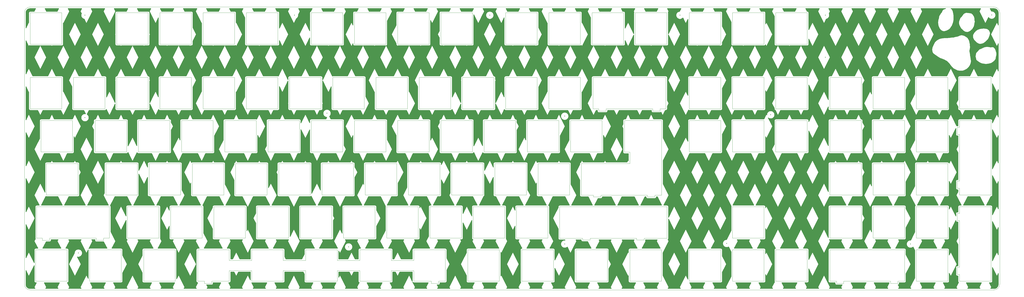
<source format=gbl>
G04 #@! TF.GenerationSoftware,KiCad,Pcbnew,(5.1.5)-3*
G04 #@! TF.CreationDate,2021-02-16T22:22:21+09:00*
G04 #@! TF.ProjectId,topplate,746f7070-6c61-4746-952e-6b696361645f,rev?*
G04 #@! TF.SameCoordinates,Original*
G04 #@! TF.FileFunction,Copper,L2,Bot*
G04 #@! TF.FilePolarity,Positive*
%FSLAX46Y46*%
G04 Gerber Fmt 4.6, Leading zero omitted, Abs format (unit mm)*
G04 Created by KiCad (PCBNEW (5.1.5)-3) date 2021-02-16 22:22:21*
%MOMM*%
%LPD*%
G04 APERTURE LIST*
%ADD10C,0.010000*%
%ADD11C,0.254000*%
%ADD12C,0.350000*%
G04 APERTURE END LIST*
D10*
X273715510Y-78741000D02*
X226378510Y-78741000D01*
X263596510Y-93491400D02*
X263596510Y-92740400D01*
X273715510Y-92740400D02*
X273715510Y-78741000D01*
X260296510Y-92740400D02*
X260296510Y-93491400D01*
X263596510Y-92740400D02*
X273715510Y-92740400D01*
X260296510Y-93491400D02*
X263596510Y-93491400D01*
X239796510Y-92740400D02*
X260296510Y-92740400D01*
X239796510Y-93491400D02*
X239796510Y-92740400D01*
X236497510Y-93491400D02*
X239796510Y-93491400D01*
X236497510Y-92740400D02*
X236497510Y-93491400D01*
X226378510Y-92740400D02*
X236497510Y-92740400D01*
X226378510Y-78741000D02*
X226378510Y-92740400D01*
X271334510Y-73690300D02*
X271334510Y-40641000D01*
X265058510Y-73690300D02*
X265058510Y-74441400D01*
X268359510Y-73690300D02*
X271334510Y-73690300D01*
X271334510Y-40641000D02*
X254953510Y-40641000D01*
X244557510Y-73690300D02*
X265058510Y-73690300D01*
X268359510Y-74441400D02*
X268359510Y-73690300D01*
X265058510Y-74441400D02*
X268359510Y-74441400D01*
X257333510Y-54640300D02*
X257333510Y-59691000D01*
X235903510Y-73690300D02*
X241258510Y-73690300D01*
X257333510Y-59691000D02*
X235903510Y-59691000D01*
X244557510Y-74441400D02*
X244557510Y-73690300D01*
X241258510Y-74441400D02*
X244557510Y-74441400D01*
X235903510Y-59691000D02*
X235903510Y-73690300D01*
X254953510Y-54640300D02*
X257333510Y-54640300D01*
X254953510Y-40641000D02*
X254953510Y-54640300D01*
X241258510Y-73690300D02*
X241258510Y-74441400D01*
X402592510Y-81716300D02*
X402592510Y-78741000D01*
X401622510Y-46816100D02*
X402592510Y-46816100D01*
X401622510Y-43616400D02*
X401622510Y-46816100D01*
X402592510Y-43616400D02*
X401622510Y-43616400D01*
X402592510Y-40641000D02*
X402592510Y-43616400D01*
X345442510Y-97789800D02*
X345442510Y-111691420D01*
X114458510Y-97789800D02*
X114458510Y-102491600D01*
X348416510Y-111691420D02*
X348416510Y-112661560D01*
X345442510Y-111691420D02*
X348416510Y-111691420D01*
X80733910Y-97789800D02*
X66833710Y-97789800D01*
X90647510Y-102491600D02*
X80733910Y-102491600D01*
X138272510Y-102491600D02*
X128358510Y-102491600D01*
X104547510Y-102491600D02*
X104547510Y-97789800D01*
X114458510Y-102491600D02*
X104547510Y-102491600D01*
X90647510Y-97789800D02*
X90647510Y-102491600D01*
X128358510Y-102491600D02*
X128358510Y-97789800D01*
X104547510Y-97789800D02*
X90647510Y-97789800D01*
X128358510Y-97789800D02*
X114458510Y-97789800D01*
X80733910Y-102491600D02*
X80733910Y-97789800D01*
X348416510Y-112661560D02*
X351616510Y-112661560D01*
X173008510Y-111691420D02*
X175983510Y-111691420D01*
X169809510Y-111691420D02*
X169809510Y-112661560D01*
X138272510Y-111691420D02*
X152172510Y-111691420D01*
X128358510Y-106990920D02*
X138272510Y-106990920D01*
X173008510Y-112661560D02*
X173008510Y-111691420D01*
X175983510Y-97789800D02*
X162083510Y-97789800D01*
X152172510Y-111691420D02*
X152172510Y-106990920D01*
X175983510Y-111691420D02*
X175983510Y-97789800D01*
X162083510Y-106990920D02*
X162083510Y-111691420D01*
X114458510Y-106990920D02*
X114458510Y-111691420D01*
X138272510Y-97789800D02*
X138272510Y-102491600D01*
X169809510Y-112661560D02*
X173008510Y-112661560D01*
X114458510Y-111691420D02*
X128358510Y-111691420D01*
X152172510Y-97789800D02*
X138272510Y-97789800D01*
X152172510Y-102491600D02*
X152172510Y-97789800D01*
X162083510Y-102491600D02*
X152172510Y-102491600D01*
X162083510Y-97789800D02*
X162083510Y-102491600D01*
X162083510Y-111691420D02*
X169809510Y-111691420D01*
X152172510Y-106990920D02*
X162083510Y-106990920D01*
X104547510Y-111691420D02*
X104547510Y-106990920D01*
X104547510Y-106990920D02*
X114458510Y-106990920D01*
X128358510Y-111691420D02*
X128358510Y-106990920D01*
X138272510Y-106990920D02*
X138272510Y-111691420D01*
X66833710Y-111691420D02*
X69809010Y-111691420D01*
X80733910Y-106990920D02*
X90647510Y-106990920D01*
X80733910Y-111691420D02*
X80733910Y-106990920D01*
X66833710Y-97789800D02*
X66833710Y-111691420D01*
X69809010Y-111691420D02*
X69809010Y-112661560D01*
X90647510Y-111691420D02*
X104547510Y-111691420D01*
X73008710Y-111691420D02*
X80733910Y-111691420D01*
X69809010Y-112661560D02*
X73008710Y-112661560D01*
X73008710Y-112661560D02*
X73008710Y-111691420D01*
X90647510Y-106990920D02*
X90647510Y-111691420D01*
X364492510Y-54541500D02*
X364492510Y-40641000D01*
X359341510Y-54541500D02*
X345442510Y-54541500D01*
X345442510Y-40641000D02*
X359341510Y-40641000D01*
X321628510Y-40641000D02*
X335527510Y-40641000D01*
X378391510Y-40641000D02*
X378391510Y-54541500D01*
X335527510Y-54541500D02*
X321628510Y-54541500D01*
X397441510Y-54541500D02*
X383542510Y-54541500D01*
X383542510Y-40641000D02*
X397441510Y-40641000D01*
X345442510Y-54541500D02*
X345442510Y-40641000D01*
X302578510Y-54541500D02*
X302578510Y-40641000D01*
X297427510Y-54541500D02*
X283528510Y-54541500D01*
X316477510Y-54541500D02*
X302578510Y-54541500D01*
X302578510Y-40641000D02*
X316477510Y-40641000D01*
X359341510Y-40641000D02*
X359341510Y-54541500D01*
X316477510Y-40641000D02*
X316477510Y-54541500D01*
X283528510Y-54541500D02*
X283528510Y-40641000D01*
X335527510Y-40641000D02*
X335527510Y-54541500D01*
X321628510Y-54541500D02*
X321628510Y-40641000D01*
X397441510Y-40641000D02*
X397441510Y-54541500D01*
X383542510Y-54541500D02*
X383542510Y-40641000D01*
X378391510Y-54541500D02*
X364492510Y-54541500D01*
X364492510Y-40641000D02*
X378391510Y-40641000D01*
X116841510Y-40641000D02*
X130741510Y-40641000D01*
X59691410Y-40641000D02*
X73591510Y-40641000D01*
X-2221130Y-54541500D02*
X-2221130Y-40641000D01*
X193041510Y-40641000D02*
X206941510Y-40641000D01*
X111691510Y-54541500D02*
X97789510Y-54541500D01*
X-2221130Y-40641000D02*
X11677810Y-40641000D01*
X92641510Y-54541500D02*
X78741410Y-54541500D01*
X40641410Y-54541500D02*
X40641410Y-40641000D01*
X231141510Y-54541500D02*
X231141510Y-40641000D01*
X245040510Y-54541500D02*
X231141510Y-54541500D01*
X245040510Y-40641000D02*
X245040510Y-54541500D01*
X231141510Y-40641000D02*
X245040510Y-40641000D01*
X212091510Y-54541500D02*
X212091510Y-40641000D01*
X225991510Y-40641000D02*
X225991510Y-54541500D01*
X97789510Y-40641000D02*
X111691510Y-40641000D01*
X206941510Y-54541500D02*
X193041510Y-54541500D01*
X11677810Y-54541500D02*
X-2221130Y-54541500D01*
X187891510Y-40641000D02*
X187891510Y-54541500D01*
X173991510Y-40641000D02*
X187891510Y-40641000D01*
X154941510Y-40641000D02*
X168841510Y-40641000D01*
X130741510Y-40641000D02*
X130741510Y-54541500D01*
X135891510Y-40641000D02*
X149791510Y-40641000D01*
X59691410Y-54541500D02*
X59691410Y-40641000D01*
X116841510Y-54541500D02*
X116841510Y-40641000D01*
X111691510Y-40641000D02*
X111691510Y-54541500D01*
X21591410Y-40641000D02*
X35491510Y-40641000D01*
X11677810Y-40641000D02*
X11677810Y-54541500D01*
X149791510Y-54541500D02*
X135891510Y-54541500D01*
X78741410Y-40641000D02*
X92641510Y-40641000D01*
X54541510Y-54541500D02*
X40641410Y-54541500D01*
X40641410Y-40641000D02*
X54541510Y-40641000D01*
X154941510Y-54541500D02*
X154941510Y-40641000D01*
X135891510Y-54541500D02*
X135891510Y-40641000D01*
X97789510Y-54541500D02*
X97789510Y-40641000D01*
X149791510Y-40641000D02*
X149791510Y-54541500D01*
X206941510Y-40641000D02*
X206941510Y-54541500D01*
X21591410Y-54541500D02*
X21591410Y-40641000D01*
X416491510Y-40641000D02*
X402592510Y-40641000D01*
X212091510Y-40641000D02*
X225991510Y-40641000D01*
X168841510Y-54541500D02*
X154941510Y-54541500D01*
X168841510Y-40641000D02*
X168841510Y-54541500D01*
X187891510Y-54541500D02*
X173991510Y-54541500D01*
X225991510Y-54541500D02*
X212091510Y-54541500D01*
X130741510Y-54541500D02*
X116841510Y-54541500D01*
X35491510Y-40641000D02*
X35491510Y-54541500D01*
X193041510Y-54541500D02*
X193041510Y-40641000D01*
X173991510Y-54541500D02*
X173991510Y-40641000D01*
X73591510Y-40641000D02*
X73591510Y-54541500D01*
X54541510Y-40641000D02*
X54541510Y-54541500D01*
X73591510Y-54541500D02*
X59691410Y-54541500D01*
X35491510Y-54541500D02*
X21591410Y-54541500D01*
X297427510Y-40641000D02*
X297427510Y-54541500D01*
X283528510Y-40641000D02*
X297427510Y-40641000D01*
X92641510Y-40641000D02*
X92641510Y-54541500D01*
X78741410Y-54541500D02*
X78741410Y-40641000D01*
X364492510Y-73591500D02*
X364492510Y-59691000D01*
X416491510Y-73591500D02*
X416491510Y-40641000D01*
X378391510Y-59691000D02*
X378391510Y-73591500D01*
X211702510Y-59691000D02*
X211702510Y-73591500D01*
X230752510Y-59691000D02*
X230752510Y-73591500D01*
X159703510Y-59691000D02*
X173602510Y-59691000D01*
X364492510Y-59691000D02*
X378391510Y-59691000D01*
X359341510Y-73591500D02*
X345442510Y-73591500D01*
X173602510Y-59691000D02*
X173602510Y-73591500D01*
X159703510Y-73591500D02*
X159703510Y-59691000D01*
X402592510Y-73591500D02*
X416491510Y-73591500D01*
X402592510Y-70616200D02*
X402592510Y-73591500D01*
X197803510Y-59691000D02*
X211702510Y-59691000D01*
X397441510Y-73591500D02*
X383542510Y-73591500D01*
X378391510Y-73591500D02*
X364492510Y-73591500D01*
X192652510Y-73591500D02*
X178753510Y-73591500D01*
X216853510Y-73591500D02*
X216853510Y-59691000D01*
X345442510Y-59691000D02*
X359341510Y-59691000D01*
X401622510Y-70616200D02*
X402592510Y-70616200D01*
X401622510Y-67416500D02*
X401622510Y-70616200D01*
X402592510Y-46816100D02*
X402592510Y-67416500D01*
X397441510Y-59691000D02*
X397441510Y-73591500D01*
X383542510Y-59691000D02*
X397441510Y-59691000D01*
X178753510Y-73591500D02*
X178753510Y-59691000D01*
X230752510Y-73591500D02*
X216853510Y-73591500D01*
X197803510Y-73591500D02*
X197803510Y-59691000D01*
X173602510Y-73591500D02*
X159703510Y-73591500D01*
X383542510Y-73591500D02*
X383542510Y-59691000D01*
X345442510Y-73591500D02*
X345442510Y-59691000D01*
X359341510Y-59691000D02*
X359341510Y-73591500D01*
X216853510Y-59691000D02*
X230752510Y-59691000D01*
X211702510Y-73591500D02*
X197803510Y-73591500D01*
X178753510Y-59691000D02*
X192652510Y-59691000D01*
X402592510Y-67416500D02*
X401622510Y-67416500D01*
X192652510Y-59691000D02*
X192652510Y-73591500D01*
X154552510Y-59691000D02*
X154552510Y-73591500D01*
X135502510Y-59691000D02*
X135502510Y-73591500D01*
X83503910Y-73591500D02*
X83503910Y-59691000D01*
X78352610Y-73591500D02*
X64453910Y-73591500D01*
X154552510Y-73591500D02*
X140653510Y-73591500D01*
X40252610Y-73591500D02*
X26353910Y-73591500D01*
X140653510Y-59691000D02*
X154552510Y-59691000D01*
X83503910Y-59691000D02*
X97402510Y-59691000D01*
X121603510Y-59691000D02*
X135502510Y-59691000D01*
X102553510Y-73591500D02*
X102553510Y-59691000D01*
X116452510Y-73591500D02*
X102553510Y-73591500D01*
X45403910Y-73591500D02*
X45403910Y-59691000D01*
X102553510Y-59691000D02*
X116452510Y-59691000D01*
X14059010Y-73591500D02*
X158740Y-73591500D01*
X158740Y-73591500D02*
X158740Y-59691000D01*
X64453910Y-59691000D02*
X78352610Y-59691000D01*
X59302610Y-73591500D02*
X45403910Y-73591500D01*
X59302610Y-59691000D02*
X59302610Y-73591500D01*
X45403910Y-59691000D02*
X59302610Y-59691000D01*
X26353910Y-73591500D02*
X26353910Y-59691000D01*
X14059010Y-59691000D02*
X14059010Y-73591500D01*
X158740Y-59691000D02*
X14059010Y-59691000D01*
X64453910Y-73591500D02*
X64453910Y-59691000D01*
X116452510Y-59691000D02*
X116452510Y-73591500D01*
X121603510Y-73591500D02*
X121603510Y-59691000D01*
X135502510Y-73591500D02*
X121603510Y-73591500D01*
X97402510Y-73591500D02*
X83503910Y-73591500D01*
X26353910Y-59691000D02*
X40252610Y-59691000D01*
X97402510Y-59691000D02*
X97402510Y-73591500D01*
X78352610Y-59691000D02*
X78352610Y-73591500D01*
X40252610Y-59691000D02*
X40252610Y-73591500D01*
X140653510Y-73591500D02*
X140653510Y-59691000D01*
X383542510Y-92641400D02*
X383542510Y-78741000D01*
X383542510Y-78741000D02*
X397441510Y-78741000D01*
X345442510Y-78741000D02*
X359341510Y-78741000D01*
X359341510Y-92641400D02*
X345442510Y-92641400D01*
X364492510Y-92641400D02*
X364492510Y-78741000D01*
X202177510Y-78741000D02*
X202177510Y-92641400D01*
X378391510Y-78741000D02*
X378391510Y-92641400D01*
X207328510Y-92641400D02*
X207328510Y-78741000D01*
X221227510Y-92641400D02*
X207328510Y-92641400D01*
X302578510Y-78741000D02*
X316477510Y-78741000D01*
X397441510Y-92641400D02*
X383542510Y-92641400D01*
X221227510Y-78741000D02*
X221227510Y-92641400D01*
X397441510Y-78741000D02*
X397441510Y-92641400D01*
X359341510Y-78741000D02*
X359341510Y-92641400D01*
X207328510Y-78741000D02*
X221227510Y-78741000D01*
X378391510Y-92641400D02*
X364492510Y-92641400D01*
X188278510Y-92641400D02*
X188278510Y-78741000D01*
X364492510Y-78741000D02*
X378391510Y-78741000D01*
X345442510Y-92641400D02*
X345442510Y-78741000D01*
X316477510Y-92641400D02*
X302578510Y-92641400D01*
X302578510Y-92641400D02*
X302578510Y-78741000D01*
X316477510Y-78741000D02*
X316477510Y-92641400D01*
X188278510Y-78741000D02*
X202177510Y-78741000D01*
X202177510Y-92641400D02*
X188278510Y-92641400D01*
X150178510Y-78741000D02*
X164077510Y-78741000D01*
X131128510Y-92641400D02*
X131128510Y-78741000D01*
X112078510Y-92641400D02*
X112078510Y-78741000D01*
X125977510Y-92641400D02*
X112078510Y-92641400D01*
X68827610Y-78741000D02*
X68827610Y-92641400D01*
X125977510Y-78741000D02*
X125977510Y-92641400D01*
X73978910Y-92641400D02*
X73978910Y-78741000D01*
X68827610Y-92641400D02*
X54928910Y-92641400D01*
X35878910Y-78741000D02*
X49777610Y-78741000D01*
X169228510Y-92641400D02*
X169228510Y-78741000D01*
X164077510Y-78741000D02*
X164077510Y-92641400D01*
X73978910Y-78741000D02*
X87877610Y-78741000D01*
X183127510Y-78741000D02*
X183127510Y-92641400D01*
X150178510Y-92641400D02*
X150178510Y-78741000D01*
X54928910Y-78741000D02*
X68827610Y-78741000D01*
X183127510Y-92641400D02*
X169228510Y-92641400D01*
X54928910Y-92641400D02*
X54928910Y-78741000D01*
X106927510Y-92641400D02*
X93028510Y-92641400D01*
X169228510Y-78741000D02*
X183127510Y-78741000D01*
X164077510Y-92641400D02*
X150178510Y-92641400D01*
X145027510Y-92641400D02*
X131128510Y-92641400D01*
X49777610Y-78741000D02*
X49777610Y-92641400D01*
X145027510Y-78741000D02*
X145027510Y-92641400D01*
X131128510Y-78741000D02*
X145027510Y-78741000D01*
X106927510Y-78741000D02*
X106927510Y-92641400D01*
X93028510Y-78741000D02*
X106927510Y-78741000D01*
X87877610Y-78741000D02*
X87877610Y-92641400D01*
X87877610Y-92641400D02*
X73978910Y-92641400D01*
X112078510Y-78741000D02*
X125977510Y-78741000D01*
X35878910Y-92641400D02*
X35878910Y-78741000D01*
X93028510Y-92641400D02*
X93028510Y-78741000D01*
X49777610Y-92641400D02*
X35878910Y-92641400D01*
X27922010Y-78741000D02*
X-4177920Y-78741000D01*
X1572610Y-92641400D02*
X22172910Y-92641400D01*
X22172910Y-92641400D02*
X22172910Y-93611600D01*
X1572610Y-93611600D02*
X1572610Y-92641400D01*
X27922010Y-78741000D02*
X27922010Y-92641400D01*
X25372710Y-92641400D02*
X27922010Y-92641400D01*
X22172910Y-93611600D02*
X25372710Y-93611600D01*
X25372710Y-93611600D02*
X25372710Y-92641400D01*
X401622510Y-108716250D02*
X402592510Y-108716250D01*
X-4177920Y-78741000D02*
X-4177920Y-92641400D01*
X416491510Y-78741000D02*
X402592510Y-78741000D01*
X402592510Y-108716250D02*
X402592510Y-111691420D01*
X416491510Y-111691420D02*
X416491510Y-78741000D01*
X-1627190Y-93611600D02*
X1572610Y-93611600D01*
X-1627190Y-92641400D02*
X-1627190Y-93611600D01*
X402592510Y-111691420D02*
X416491510Y-111691420D01*
X-4177920Y-92641400D02*
X-1627190Y-92641400D01*
X401622510Y-81716300D02*
X401622510Y-84916100D01*
X316477510Y-111691420D02*
X302578510Y-111691420D01*
X397441510Y-97789800D02*
X397441510Y-111691420D01*
X383542510Y-97789800D02*
X397441510Y-97789800D01*
X302578510Y-111691420D02*
X302578510Y-97789800D01*
X397441510Y-111691420D02*
X383542510Y-111691420D01*
X401622510Y-105516420D02*
X401622510Y-108716250D01*
X321628510Y-111691420D02*
X321628510Y-97789800D01*
X402592510Y-105516420D02*
X401622510Y-105516420D01*
X402592510Y-81716300D02*
X401622510Y-81716300D01*
X401622510Y-84916100D02*
X402592510Y-84916100D01*
X335527510Y-111691420D02*
X321628510Y-111691420D01*
X335527510Y-97789800D02*
X335527510Y-111691420D01*
X383542510Y-111691420D02*
X383542510Y-97789800D01*
X402592510Y-84916100D02*
X402592510Y-105516420D01*
X321628510Y-97789800D02*
X335527510Y-97789800D01*
X178366510Y-21591000D02*
X178366510Y-35491500D01*
X202566510Y-35491500D02*
X202566510Y-21591000D01*
X235516510Y-35491500D02*
X221616510Y-35491500D01*
X183516510Y-35491500D02*
X183516510Y-21591000D01*
X164466510Y-21591000D02*
X178366510Y-21591000D01*
X216466510Y-21591000D02*
X216466510Y-35491500D01*
X297427510Y-21591000D02*
X297427510Y-35491500D01*
X283528510Y-21591000D02*
X297427510Y-21591000D01*
X302578510Y-21591000D02*
X316477510Y-21591000D01*
X283528510Y-35491500D02*
X283528510Y-21591000D01*
X216466510Y-35491500D02*
X202566510Y-35491500D01*
X183516510Y-21591000D02*
X197416510Y-21591000D01*
X297427510Y-35491500D02*
X283528510Y-35491500D01*
X221616510Y-21591000D02*
X235516510Y-21591000D01*
X197416510Y-21591000D02*
X197416510Y-35491500D01*
X145416510Y-35491500D02*
X145416510Y-21591000D01*
X221616510Y-35491500D02*
X221616510Y-21591000D01*
X335527510Y-21591000D02*
X335527510Y-35491500D01*
X321628510Y-21591000D02*
X335527510Y-21591000D01*
X302578510Y-35491500D02*
X302578510Y-21591000D01*
X316477510Y-35491500D02*
X302578510Y-35491500D01*
X316477510Y-21591000D02*
X316477510Y-35491500D01*
X164466510Y-35491500D02*
X164466510Y-21591000D01*
X178366510Y-35491500D02*
X164466510Y-35491500D01*
X159316510Y-35491500D02*
X145416510Y-35491500D01*
X235516510Y-21591000D02*
X235516510Y-35491500D01*
X197416510Y-35491500D02*
X183516510Y-35491500D01*
X202566510Y-21591000D02*
X216466510Y-21591000D01*
X31114910Y-35491500D02*
X31114910Y-21591000D01*
X126366510Y-21591000D02*
X140266510Y-21591000D01*
X121216510Y-21591000D02*
X121216510Y-35491500D01*
X107316510Y-21591000D02*
X121216510Y-21591000D01*
X25966510Y-21591000D02*
X25966510Y-35491500D01*
X83116510Y-21591000D02*
X83116510Y-35491500D01*
X246841510Y-35491500D02*
X267441511Y-35491500D01*
X140266510Y-21591000D02*
X140266510Y-35491500D01*
X88264910Y-35491500D02*
X88264910Y-21591000D01*
X107316510Y-35491500D02*
X107316510Y-21591000D01*
X273190510Y-35491500D02*
X273190510Y-21591000D01*
X243641510Y-36461700D02*
X246841510Y-36461700D01*
X12066410Y-35491500D02*
X12066410Y-21591000D01*
X241090510Y-35491500D02*
X243641510Y-35491500D01*
X241090510Y-21591000D02*
X241090510Y-28991300D01*
X6916710Y-21591000D02*
X6916710Y-35491500D01*
X121216510Y-35491500D02*
X107316510Y-35491500D01*
X69214910Y-35491500D02*
X69214910Y-21591000D01*
X64066510Y-35491500D02*
X50164910Y-35491500D01*
X267441510Y-36461700D02*
X270641510Y-36461700D01*
X102165510Y-21591000D02*
X102165510Y-35491500D01*
X-6985000Y-35491500D02*
X-6985000Y-21591000D01*
X270641510Y-36461700D02*
X270641510Y-35491500D01*
X243641510Y-35491500D02*
X243641510Y-36461700D01*
X126366510Y-35491500D02*
X126366510Y-21591000D01*
X140266510Y-35491500D02*
X126366510Y-35491500D01*
X25966510Y-35491500D02*
X12066410Y-35491500D01*
X102165510Y-35491500D02*
X88264910Y-35491500D01*
X88264910Y-21591000D02*
X102165510Y-21591000D01*
X-6985000Y-21591000D02*
X6916710Y-21591000D01*
X83116510Y-35491500D02*
X69214910Y-35491500D01*
X69214910Y-21591000D02*
X83116510Y-21591000D01*
X45016510Y-35491500D02*
X31114910Y-35491500D01*
X50164910Y-35491500D02*
X50164910Y-21591000D01*
X12066410Y-21591000D02*
X25966510Y-21591000D01*
X267441511Y-35491500D02*
X267441510Y-36461700D01*
X6916710Y-35491500D02*
X-6985000Y-35491500D01*
X273190510Y-21591000D02*
X241090510Y-21591000D01*
X241090510Y-28991300D02*
X241090510Y-35491500D01*
X64066510Y-21591000D02*
X64066510Y-35491500D01*
X50164910Y-21591000D02*
X64066510Y-21591000D01*
X31114910Y-21591000D02*
X45016510Y-21591000D01*
X246841510Y-36461700D02*
X246841510Y-35491500D01*
X45016510Y-21591000D02*
X45016510Y-35491500D01*
X270641510Y-35491500D02*
X273190510Y-35491500D01*
X159316510Y-21591000D02*
X159316510Y-35491500D01*
X145416510Y-21591000D02*
X159316510Y-21591000D01*
X223608510Y-97789800D02*
X223608510Y-111691420D01*
X302578510Y-97789800D02*
X316477510Y-97789800D01*
X283528510Y-111691420D02*
X283528510Y-97789800D01*
X247422510Y-111691420D02*
X233522510Y-111691420D01*
X257333510Y-97789800D02*
X271233510Y-97789800D01*
X199797510Y-97789800D02*
X199797510Y-111691420D01*
X297427510Y-97789800D02*
X297427510Y-111691420D01*
X271233510Y-111691420D02*
X257333510Y-111691420D01*
X247422510Y-97789800D02*
X247422510Y-111691420D01*
X233522510Y-97789800D02*
X247422510Y-97789800D01*
X283528510Y-97789800D02*
X297427510Y-97789800D01*
X209708510Y-111691420D02*
X209708510Y-97789800D01*
X209708510Y-97789800D02*
X223608510Y-97789800D01*
X271233510Y-97789800D02*
X271233510Y-111691420D01*
X316477510Y-97789800D02*
X316477510Y-111691420D01*
X257333510Y-111691420D02*
X257333510Y-97789800D01*
X185897510Y-111691420D02*
X185897510Y-97789800D01*
X199797510Y-111691420D02*
X185897510Y-111691420D01*
X43022610Y-111691420D02*
X43022610Y-97789800D01*
X185897510Y-97789800D02*
X199797510Y-97789800D01*
X297427510Y-111691420D02*
X283528510Y-111691420D01*
X233522510Y-111691420D02*
X233522510Y-97789800D01*
X223608510Y-111691420D02*
X209708510Y-111691420D01*
X375417510Y-111691420D02*
X378391510Y-111691420D01*
X372218510Y-112661560D02*
X375417510Y-112661560D01*
X-4602380Y-97789800D02*
X9297910Y-97789800D01*
X351616510Y-111691420D02*
X372218510Y-111691420D01*
X33108810Y-111691420D02*
X19208710Y-111691420D01*
X19208710Y-97789800D02*
X33108810Y-97789800D01*
X378391510Y-111691420D02*
X378391510Y-97789800D01*
X9297910Y-97789800D02*
X9297910Y-111691420D01*
X375417510Y-112661560D02*
X375417510Y-111691420D01*
X351616510Y-112661560D02*
X351616510Y-111691420D01*
X372218510Y-111691420D02*
X372218510Y-112661560D01*
X56922810Y-111691420D02*
X43022610Y-111691420D01*
X9297910Y-111691420D02*
X-4602380Y-111691420D01*
X56922810Y-97789800D02*
X56922810Y-111691420D01*
X43022610Y-97789800D02*
X56922810Y-97789800D01*
X19208710Y-111691420D02*
X19208710Y-97789800D01*
X33108810Y-97789800D02*
X33108810Y-111691420D01*
X-4602380Y-111691420D02*
X-4602380Y-97789800D01*
X378391510Y-97789800D02*
X345442510Y-97789800D01*
X31114910Y-6917000D02*
X31114910Y6985000D01*
X345442510Y-21591000D02*
X359341510Y-21591000D01*
X45016510Y-6917000D02*
X31114910Y-6917000D01*
X45016510Y6985000D02*
X45016510Y-6917000D01*
X31114910Y6985000D02*
X45016510Y6985000D01*
X6916710Y-6917000D02*
X-6985000Y-6917000D01*
X397441510Y-21591000D02*
X397441510Y-35491500D01*
X364492510Y-35491500D02*
X364492510Y-21591000D01*
X397441510Y-35491500D02*
X383542510Y-35491500D01*
X378391510Y-21591000D02*
X378391510Y-35491500D01*
X383542510Y-21591000D02*
X397441510Y-21591000D01*
X-6985000Y6985000D02*
X6916710Y6985000D01*
X-6985000Y-6917000D02*
X-6985000Y6985000D01*
X6916710Y6985000D02*
X6916710Y-6917000D01*
X64066510Y6985000D02*
X64066510Y-6917000D01*
X383542510Y-35491500D02*
X383542510Y-21591000D01*
X359341510Y-35491500D02*
X345442510Y-35491500D01*
X416491510Y-35491500D02*
X402592510Y-35491500D01*
X416491510Y-21591000D02*
X416491510Y-35491500D01*
X359341510Y-21591000D02*
X359341510Y-35491500D01*
X364492510Y-21591000D02*
X378391510Y-21591000D01*
X335527510Y-35491500D02*
X321628510Y-35491500D01*
X345442510Y-35491500D02*
X345442510Y-21591000D01*
X321628510Y-35491500D02*
X321628510Y-21591000D01*
X378391510Y-35491500D02*
X364492510Y-35491500D01*
X50164910Y6985000D02*
X64066510Y6985000D01*
X402592510Y-35491500D02*
X402592510Y-21591000D01*
X402592510Y-21591000D02*
X416491510Y-21591000D01*
X202566510Y6985000D02*
X216466510Y6985000D01*
X173991510Y-6917000D02*
X173991510Y6985000D01*
X259716510Y6985000D02*
X273616510Y6985000D01*
X83116510Y-6917000D02*
X69214910Y-6917000D01*
X69214910Y6985000D02*
X83116510Y6985000D01*
X335527510Y6985000D02*
X335527510Y-6917000D01*
X321628510Y6985000D02*
X335527510Y6985000D01*
X297427510Y-6917000D02*
X283528510Y-6917000D01*
X221616510Y6985000D02*
X235516510Y6985000D01*
X154941510Y-6917000D02*
X154941510Y6985000D01*
X149790510Y6985000D02*
X149790510Y-6917000D01*
X64066510Y-6917000D02*
X50164910Y-6917000D01*
X149790510Y-6917000D02*
X135891510Y-6917000D01*
X116841510Y6985000D02*
X130740510Y6985000D01*
X102165510Y6985000D02*
X102165510Y-6917000D01*
X302578510Y-6917000D02*
X302578510Y6985000D01*
X283528510Y6985000D02*
X297427510Y6985000D01*
X240666510Y-6917000D02*
X240666510Y6985000D01*
X69214910Y-6917000D02*
X69214910Y6985000D01*
X235516510Y-6917000D02*
X221616510Y-6917000D01*
X154941510Y6985000D02*
X168841510Y6985000D01*
X316477510Y-6917000D02*
X302578510Y-6917000D01*
X202566510Y-6917000D02*
X202566510Y6985000D01*
X135891510Y6985000D02*
X149790510Y6985000D01*
X240666510Y6985000D02*
X254566510Y6985000D01*
X216466510Y-6917000D02*
X202566510Y-6917000D01*
X135891510Y-6917000D02*
X135891510Y6985000D01*
X83116510Y6985000D02*
X83116510Y-6917000D01*
X102165510Y-6917000D02*
X88264910Y-6917000D01*
X187891510Y-6917000D02*
X173991510Y-6917000D01*
X216466510Y6985000D02*
X216466510Y-6917000D01*
X316477510Y6985000D02*
X316477510Y-6917000D01*
X130740510Y6985000D02*
X130740510Y-6917000D01*
X50164910Y-6917000D02*
X50164910Y6985000D01*
X254566510Y-6917000D02*
X240666510Y-6917000D01*
X302578510Y6985000D02*
X316477510Y6985000D01*
X321628510Y-6917000D02*
X321628510Y6985000D01*
X221616510Y-6917000D02*
X221616510Y6985000D01*
X335527510Y-6917000D02*
X321628510Y-6917000D01*
X273616510Y6985000D02*
X273616510Y-6917000D01*
X254566510Y6985000D02*
X254566510Y-6917000D01*
X173991510Y6985000D02*
X187891510Y6985000D01*
X88264910Y-6917000D02*
X88264910Y6985000D01*
X187891510Y6985000D02*
X187891510Y-6917000D01*
X168841510Y6985000D02*
X168841510Y-6917000D01*
X259716510Y-6917000D02*
X259716510Y6985000D01*
X168841510Y-6917000D02*
X154941510Y-6917000D01*
X297427510Y6985000D02*
X297427510Y-6917000D01*
X273616510Y-6917000D02*
X259716510Y-6917000D01*
X116841510Y-6917000D02*
X116841510Y6985000D01*
X283528510Y-6917000D02*
X283528510Y6985000D01*
X235516510Y6985000D02*
X235516510Y-6917000D01*
X130740510Y-6917000D02*
X116841510Y-6917000D01*
X88264910Y6985000D02*
X102165510Y6985000D01*
X420370000Y6985000D02*
X420370000Y-113030000D01*
X420370000Y-113030000D02*
G75*
G02X417830000Y-115570000I-2540000J0D01*
G01*
X-6985000Y-115570000D02*
X417830000Y-115570000D01*
X417830000Y9525000D02*
X-6985000Y9525000D01*
X417830000Y9525000D02*
G75*
G02X420370000Y6985000I0J-2540000D01*
G01*
X-9525000Y-113030000D02*
X-9525000Y6985000D01*
X-6985000Y-115570000D02*
G75*
G02X-9525000Y-113030000I0J2540000D01*
G01*
X-9525000Y6985000D02*
G75*
G02X-6985000Y9525000I2540000J0D01*
G01*
D11*
G36*
X400982511Y-84884656D02*
G01*
X400979414Y-84916100D01*
X400991771Y-85041562D01*
X401028367Y-85162202D01*
X401087795Y-85273385D01*
X401167772Y-85370838D01*
X401265225Y-85450815D01*
X401376408Y-85510243D01*
X401497048Y-85546839D01*
X401591076Y-85556100D01*
X401622510Y-85559196D01*
X401653944Y-85556100D01*
X401952510Y-85556100D01*
X401952510Y-92430999D01*
X401206408Y-93923204D01*
X401199517Y-93939839D01*
X401193997Y-93964116D01*
X401193320Y-93989003D01*
X401197510Y-94013544D01*
X401206408Y-94036796D01*
X401952511Y-95529001D01*
X401952511Y-104876420D01*
X401653944Y-104876420D01*
X401622510Y-104873324D01*
X401591076Y-104876420D01*
X401497048Y-104885681D01*
X401376408Y-104922277D01*
X401265225Y-104981705D01*
X401167772Y-105061682D01*
X401087795Y-105159135D01*
X401028367Y-105270318D01*
X400991771Y-105390958D01*
X400979414Y-105516420D01*
X400982510Y-105547854D01*
X400982511Y-108684806D01*
X400979414Y-108716250D01*
X400991771Y-108841712D01*
X401028367Y-108962352D01*
X401087795Y-109073535D01*
X401167772Y-109170988D01*
X401265225Y-109250965D01*
X401376408Y-109310393D01*
X401497048Y-109346989D01*
X401591076Y-109356250D01*
X401622510Y-109359346D01*
X401653944Y-109356250D01*
X401952510Y-109356250D01*
X401952511Y-111659976D01*
X401949414Y-111691420D01*
X401961771Y-111816882D01*
X401998367Y-111937522D01*
X402057795Y-112048705D01*
X402137772Y-112146158D01*
X402220844Y-112214333D01*
X401206408Y-114243204D01*
X401199517Y-114259839D01*
X401193997Y-114284116D01*
X401193320Y-114309003D01*
X401197510Y-114333544D01*
X401206408Y-114356796D01*
X401493010Y-114930000D01*
X396066990Y-114930000D01*
X396353592Y-114356796D01*
X396360483Y-114340161D01*
X396366003Y-114315884D01*
X396366680Y-114290997D01*
X396362490Y-114266456D01*
X396353592Y-114243204D01*
X395397700Y-112331420D01*
X397410076Y-112331420D01*
X397441510Y-112334516D01*
X397472944Y-112331420D01*
X397566972Y-112322159D01*
X397687612Y-112285563D01*
X397798795Y-112226135D01*
X397896248Y-112146158D01*
X397976225Y-112048705D01*
X398035653Y-111937522D01*
X398072249Y-111816882D01*
X398084606Y-111691420D01*
X398081510Y-111659986D01*
X398081510Y-108107000D01*
X398666408Y-109276796D01*
X398684057Y-109303211D01*
X398702134Y-109320329D01*
X398723204Y-109333592D01*
X398746456Y-109342490D01*
X398770997Y-109346680D01*
X398795884Y-109346003D01*
X398820161Y-109340483D01*
X398842894Y-109330333D01*
X398863211Y-109315943D01*
X398880329Y-109297866D01*
X398893592Y-109276796D01*
X401433592Y-104196796D01*
X401440483Y-104180161D01*
X401446003Y-104155884D01*
X401446680Y-104130997D01*
X401442490Y-104106456D01*
X401433592Y-104083204D01*
X398893592Y-99003204D01*
X398875943Y-98976789D01*
X398857866Y-98959671D01*
X398836796Y-98946408D01*
X398813544Y-98937510D01*
X398789003Y-98933320D01*
X398764116Y-98933997D01*
X398739839Y-98939517D01*
X398717106Y-98949667D01*
X398696789Y-98964057D01*
X398679671Y-98982134D01*
X398666408Y-99003204D01*
X398081510Y-100173000D01*
X398081510Y-97821234D01*
X398084606Y-97789800D01*
X398072249Y-97664338D01*
X398035653Y-97543698D01*
X397976225Y-97432515D01*
X397896248Y-97335062D01*
X397798795Y-97255085D01*
X397687612Y-97195657D01*
X397566972Y-97159061D01*
X397472944Y-97149800D01*
X397441510Y-97146704D01*
X397410076Y-97149800D01*
X394797090Y-97149800D01*
X396353592Y-94036796D01*
X396360483Y-94020161D01*
X396366003Y-93995884D01*
X396366680Y-93970997D01*
X396362490Y-93946456D01*
X396353592Y-93923204D01*
X396032690Y-93281400D01*
X397410076Y-93281400D01*
X397441510Y-93284496D01*
X397472944Y-93281400D01*
X397566972Y-93272139D01*
X397687612Y-93235543D01*
X397798795Y-93176115D01*
X397896248Y-93096138D01*
X397976225Y-92998685D01*
X398035653Y-92887502D01*
X398072249Y-92766862D01*
X398084606Y-92641400D01*
X398081510Y-92609966D01*
X398081510Y-87787000D01*
X398666408Y-88956796D01*
X398684057Y-88983211D01*
X398702134Y-89000329D01*
X398723204Y-89013592D01*
X398746456Y-89022490D01*
X398770997Y-89026680D01*
X398795884Y-89026003D01*
X398820161Y-89020483D01*
X398842894Y-89010333D01*
X398863211Y-88995943D01*
X398880329Y-88977866D01*
X398893592Y-88956796D01*
X400982511Y-84778958D01*
X400982511Y-84884656D01*
G37*
X400982511Y-84884656D02*
X400979414Y-84916100D01*
X400991771Y-85041562D01*
X401028367Y-85162202D01*
X401087795Y-85273385D01*
X401167772Y-85370838D01*
X401265225Y-85450815D01*
X401376408Y-85510243D01*
X401497048Y-85546839D01*
X401591076Y-85556100D01*
X401622510Y-85559196D01*
X401653944Y-85556100D01*
X401952510Y-85556100D01*
X401952510Y-92430999D01*
X401206408Y-93923204D01*
X401199517Y-93939839D01*
X401193997Y-93964116D01*
X401193320Y-93989003D01*
X401197510Y-94013544D01*
X401206408Y-94036796D01*
X401952511Y-95529001D01*
X401952511Y-104876420D01*
X401653944Y-104876420D01*
X401622510Y-104873324D01*
X401591076Y-104876420D01*
X401497048Y-104885681D01*
X401376408Y-104922277D01*
X401265225Y-104981705D01*
X401167772Y-105061682D01*
X401087795Y-105159135D01*
X401028367Y-105270318D01*
X400991771Y-105390958D01*
X400979414Y-105516420D01*
X400982510Y-105547854D01*
X400982511Y-108684806D01*
X400979414Y-108716250D01*
X400991771Y-108841712D01*
X401028367Y-108962352D01*
X401087795Y-109073535D01*
X401167772Y-109170988D01*
X401265225Y-109250965D01*
X401376408Y-109310393D01*
X401497048Y-109346989D01*
X401591076Y-109356250D01*
X401622510Y-109359346D01*
X401653944Y-109356250D01*
X401952510Y-109356250D01*
X401952511Y-111659976D01*
X401949414Y-111691420D01*
X401961771Y-111816882D01*
X401998367Y-111937522D01*
X402057795Y-112048705D01*
X402137772Y-112146158D01*
X402220844Y-112214333D01*
X401206408Y-114243204D01*
X401199517Y-114259839D01*
X401193997Y-114284116D01*
X401193320Y-114309003D01*
X401197510Y-114333544D01*
X401206408Y-114356796D01*
X401493010Y-114930000D01*
X396066990Y-114930000D01*
X396353592Y-114356796D01*
X396360483Y-114340161D01*
X396366003Y-114315884D01*
X396366680Y-114290997D01*
X396362490Y-114266456D01*
X396353592Y-114243204D01*
X395397700Y-112331420D01*
X397410076Y-112331420D01*
X397441510Y-112334516D01*
X397472944Y-112331420D01*
X397566972Y-112322159D01*
X397687612Y-112285563D01*
X397798795Y-112226135D01*
X397896248Y-112146158D01*
X397976225Y-112048705D01*
X398035653Y-111937522D01*
X398072249Y-111816882D01*
X398084606Y-111691420D01*
X398081510Y-111659986D01*
X398081510Y-108107000D01*
X398666408Y-109276796D01*
X398684057Y-109303211D01*
X398702134Y-109320329D01*
X398723204Y-109333592D01*
X398746456Y-109342490D01*
X398770997Y-109346680D01*
X398795884Y-109346003D01*
X398820161Y-109340483D01*
X398842894Y-109330333D01*
X398863211Y-109315943D01*
X398880329Y-109297866D01*
X398893592Y-109276796D01*
X401433592Y-104196796D01*
X401440483Y-104180161D01*
X401446003Y-104155884D01*
X401446680Y-104130997D01*
X401442490Y-104106456D01*
X401433592Y-104083204D01*
X398893592Y-99003204D01*
X398875943Y-98976789D01*
X398857866Y-98959671D01*
X398836796Y-98946408D01*
X398813544Y-98937510D01*
X398789003Y-98933320D01*
X398764116Y-98933997D01*
X398739839Y-98939517D01*
X398717106Y-98949667D01*
X398696789Y-98964057D01*
X398679671Y-98982134D01*
X398666408Y-99003204D01*
X398081510Y-100173000D01*
X398081510Y-97821234D01*
X398084606Y-97789800D01*
X398072249Y-97664338D01*
X398035653Y-97543698D01*
X397976225Y-97432515D01*
X397896248Y-97335062D01*
X397798795Y-97255085D01*
X397687612Y-97195657D01*
X397566972Y-97159061D01*
X397472944Y-97149800D01*
X397441510Y-97146704D01*
X397410076Y-97149800D01*
X394797090Y-97149800D01*
X396353592Y-94036796D01*
X396360483Y-94020161D01*
X396366003Y-93995884D01*
X396366680Y-93970997D01*
X396362490Y-93946456D01*
X396353592Y-93923204D01*
X396032690Y-93281400D01*
X397410076Y-93281400D01*
X397441510Y-93284496D01*
X397472944Y-93281400D01*
X397566972Y-93272139D01*
X397687612Y-93235543D01*
X397798795Y-93176115D01*
X397896248Y-93096138D01*
X397976225Y-92998685D01*
X398035653Y-92887502D01*
X398072249Y-92766862D01*
X398084606Y-92641400D01*
X398081510Y-92609966D01*
X398081510Y-87787000D01*
X398666408Y-88956796D01*
X398684057Y-88983211D01*
X398702134Y-89000329D01*
X398723204Y-89013592D01*
X398746456Y-89022490D01*
X398770997Y-89026680D01*
X398795884Y-89026003D01*
X398820161Y-89020483D01*
X398842894Y-89010333D01*
X398863211Y-88995943D01*
X398880329Y-88977866D01*
X398893592Y-88956796D01*
X400982511Y-84778958D01*
X400982511Y-84884656D01*
G36*
X76086408Y-114243204D02*
G01*
X76079517Y-114259839D01*
X76073997Y-114284116D01*
X76073320Y-114309003D01*
X76077510Y-114333544D01*
X76086408Y-114356796D01*
X76373010Y-114930000D01*
X70946990Y-114930000D01*
X71233592Y-114356796D01*
X71240483Y-114340161D01*
X71246003Y-114315884D01*
X71246680Y-114290997D01*
X71242490Y-114266456D01*
X71233592Y-114243204D01*
X70762770Y-113301560D01*
X72977276Y-113301560D01*
X73008710Y-113304656D01*
X73040144Y-113301560D01*
X73134172Y-113292299D01*
X73254812Y-113255703D01*
X73365995Y-113196275D01*
X73463448Y-113116298D01*
X73543425Y-113018845D01*
X73602853Y-112907662D01*
X73639449Y-112787022D01*
X73651806Y-112661560D01*
X73648710Y-112630126D01*
X73648710Y-112331420D01*
X77042300Y-112331420D01*
X76086408Y-114243204D01*
G37*
X76086408Y-114243204D02*
X76079517Y-114259839D01*
X76073997Y-114284116D01*
X76073320Y-114309003D01*
X76077510Y-114333544D01*
X76086408Y-114356796D01*
X76373010Y-114930000D01*
X70946990Y-114930000D01*
X71233592Y-114356796D01*
X71240483Y-114340161D01*
X71246003Y-114315884D01*
X71246680Y-114290997D01*
X71242490Y-114266456D01*
X71233592Y-114243204D01*
X70762770Y-113301560D01*
X72977276Y-113301560D01*
X73008710Y-113304656D01*
X73040144Y-113301560D01*
X73134172Y-113292299D01*
X73254812Y-113255703D01*
X73365995Y-113196275D01*
X73463448Y-113116298D01*
X73543425Y-113018845D01*
X73602853Y-112907662D01*
X73639449Y-112787022D01*
X73651806Y-112661560D01*
X73648710Y-112630126D01*
X73648710Y-112331420D01*
X77042300Y-112331420D01*
X76086408Y-114243204D01*
G36*
X411366408Y-114243204D02*
G01*
X411359517Y-114259839D01*
X411353997Y-114284116D01*
X411353320Y-114309003D01*
X411357510Y-114333544D01*
X411366408Y-114356796D01*
X411653010Y-114930000D01*
X406226990Y-114930000D01*
X406513592Y-114356796D01*
X406520483Y-114340161D01*
X406526003Y-114315884D01*
X406526680Y-114290997D01*
X406522490Y-114266456D01*
X406513592Y-114243204D01*
X405557700Y-112331420D01*
X412322300Y-112331420D01*
X411366408Y-114243204D01*
G37*
X411366408Y-114243204D02*
X411359517Y-114259839D01*
X411353997Y-114284116D01*
X411353320Y-114309003D01*
X411357510Y-114333544D01*
X411366408Y-114356796D01*
X411653010Y-114930000D01*
X406226990Y-114930000D01*
X406513592Y-114356796D01*
X406520483Y-114340161D01*
X406526003Y-114315884D01*
X406526680Y-114290997D01*
X406522490Y-114266456D01*
X406513592Y-114243204D01*
X405557700Y-112331420D01*
X412322300Y-112331420D01*
X411366408Y-114243204D01*
G36*
X187638510Y-92609966D02*
G01*
X187635414Y-92641400D01*
X187647771Y-92766862D01*
X187684367Y-92887502D01*
X187743795Y-92998685D01*
X187759201Y-93017457D01*
X187823772Y-93096138D01*
X187921225Y-93176115D01*
X188032408Y-93235543D01*
X188153048Y-93272139D01*
X188171054Y-93273912D01*
X187846408Y-93923204D01*
X187839517Y-93939839D01*
X187833997Y-93964116D01*
X187833320Y-93989003D01*
X187837510Y-94013544D01*
X187846408Y-94036796D01*
X189402910Y-97149800D01*
X185928944Y-97149800D01*
X185897510Y-97146704D01*
X185866076Y-97149800D01*
X185772048Y-97159061D01*
X185651408Y-97195657D01*
X185540225Y-97255085D01*
X185442772Y-97335062D01*
X185362795Y-97432515D01*
X185303367Y-97543698D01*
X185266771Y-97664338D01*
X185254414Y-97789800D01*
X185257511Y-97821244D01*
X185257511Y-99100998D01*
X182766408Y-104083204D01*
X182759517Y-104099839D01*
X182753997Y-104124116D01*
X182753320Y-104149003D01*
X182757510Y-104173544D01*
X182766408Y-104196796D01*
X185257510Y-109179000D01*
X185257510Y-111659986D01*
X185254414Y-111691420D01*
X185266771Y-111816882D01*
X185303367Y-111937522D01*
X185362795Y-112048705D01*
X185442772Y-112146158D01*
X185540225Y-112226135D01*
X185651408Y-112285563D01*
X185772048Y-112322159D01*
X185897510Y-112334516D01*
X185928944Y-112331420D01*
X188802300Y-112331420D01*
X187846408Y-114243204D01*
X187839517Y-114259839D01*
X187833997Y-114284116D01*
X187833320Y-114309003D01*
X187837510Y-114333544D01*
X187846408Y-114356796D01*
X188133010Y-114930000D01*
X182706990Y-114930000D01*
X182993592Y-114356796D01*
X183000483Y-114340161D01*
X183006003Y-114315884D01*
X183006680Y-114290997D01*
X183002490Y-114266456D01*
X182993592Y-114243204D01*
X180453592Y-109163204D01*
X180435943Y-109136789D01*
X180417866Y-109119671D01*
X180396796Y-109106408D01*
X180373544Y-109097510D01*
X180349003Y-109093320D01*
X180324116Y-109093997D01*
X180299839Y-109099517D01*
X180277106Y-109109667D01*
X180256789Y-109124057D01*
X180239671Y-109142134D01*
X180226408Y-109163204D01*
X177686408Y-114243204D01*
X177679517Y-114259839D01*
X177673997Y-114284116D01*
X177673320Y-114309003D01*
X177677510Y-114333544D01*
X177686408Y-114356796D01*
X177973010Y-114930000D01*
X172546990Y-114930000D01*
X172833592Y-114356796D01*
X172840483Y-114340161D01*
X172846003Y-114315884D01*
X172846680Y-114290997D01*
X172842490Y-114266456D01*
X172833592Y-114243204D01*
X172362770Y-113301560D01*
X172977076Y-113301560D01*
X173008510Y-113304656D01*
X173039944Y-113301560D01*
X173133972Y-113292299D01*
X173254612Y-113255703D01*
X173365795Y-113196275D01*
X173463248Y-113116298D01*
X173543225Y-113018845D01*
X173602653Y-112907662D01*
X173639249Y-112787022D01*
X173651606Y-112661560D01*
X173648510Y-112630126D01*
X173648510Y-112331420D01*
X175952076Y-112331420D01*
X175983510Y-112334516D01*
X176014944Y-112331420D01*
X176108972Y-112322159D01*
X176229612Y-112285563D01*
X176340795Y-112226135D01*
X176438248Y-112146158D01*
X176518225Y-112048705D01*
X176577653Y-111937522D01*
X176614249Y-111816882D01*
X176626606Y-111691420D01*
X176623510Y-111659986D01*
X176623510Y-106776960D01*
X177913592Y-104196796D01*
X177920483Y-104180161D01*
X177926003Y-104155884D01*
X177926680Y-104130997D01*
X177922490Y-104106456D01*
X177913592Y-104083204D01*
X176623510Y-101503040D01*
X176623510Y-97821234D01*
X176626606Y-97789800D01*
X176614249Y-97664338D01*
X176577653Y-97543698D01*
X176518225Y-97432515D01*
X176438248Y-97335062D01*
X176340795Y-97255085D01*
X176229612Y-97195657D01*
X176108972Y-97159061D01*
X176014944Y-97149800D01*
X175983510Y-97146704D01*
X175952076Y-97149800D01*
X171277090Y-97149800D01*
X172833592Y-94036796D01*
X172840483Y-94020161D01*
X172846003Y-93995884D01*
X172846680Y-93970997D01*
X172842490Y-93946456D01*
X172833592Y-93923204D01*
X172512690Y-93281400D01*
X178007310Y-93281400D01*
X177686408Y-93923204D01*
X177679517Y-93939839D01*
X177673997Y-93964116D01*
X177673320Y-93989003D01*
X177677510Y-94013544D01*
X177686408Y-94036796D01*
X180226408Y-99116796D01*
X180244057Y-99143211D01*
X180262134Y-99160329D01*
X180283204Y-99173592D01*
X180306456Y-99182490D01*
X180330997Y-99186680D01*
X180355884Y-99186003D01*
X180380161Y-99180483D01*
X180402894Y-99170333D01*
X180423211Y-99155943D01*
X180440329Y-99137866D01*
X180453592Y-99116796D01*
X182993592Y-94036796D01*
X183000483Y-94020161D01*
X183006003Y-93995884D01*
X183006680Y-93970997D01*
X183002490Y-93946456D01*
X182993592Y-93923204D01*
X182672690Y-93281400D01*
X183096076Y-93281400D01*
X183127510Y-93284496D01*
X183158944Y-93281400D01*
X183252972Y-93272139D01*
X183373612Y-93235543D01*
X183484795Y-93176115D01*
X183582248Y-93096138D01*
X183662225Y-92998685D01*
X183721653Y-92887502D01*
X183758249Y-92766862D01*
X183770606Y-92641400D01*
X183767510Y-92609966D01*
X183767510Y-85879000D01*
X185306408Y-88956796D01*
X185324057Y-88983211D01*
X185342134Y-89000329D01*
X185363204Y-89013592D01*
X185386456Y-89022490D01*
X185410997Y-89026680D01*
X185435884Y-89026003D01*
X185460161Y-89020483D01*
X185482894Y-89010333D01*
X185503211Y-88995943D01*
X185520329Y-88977866D01*
X185533592Y-88956796D01*
X187638511Y-84746959D01*
X187638510Y-92609966D01*
G37*
X187638510Y-92609966D02*
X187635414Y-92641400D01*
X187647771Y-92766862D01*
X187684367Y-92887502D01*
X187743795Y-92998685D01*
X187759201Y-93017457D01*
X187823772Y-93096138D01*
X187921225Y-93176115D01*
X188032408Y-93235543D01*
X188153048Y-93272139D01*
X188171054Y-93273912D01*
X187846408Y-93923204D01*
X187839517Y-93939839D01*
X187833997Y-93964116D01*
X187833320Y-93989003D01*
X187837510Y-94013544D01*
X187846408Y-94036796D01*
X189402910Y-97149800D01*
X185928944Y-97149800D01*
X185897510Y-97146704D01*
X185866076Y-97149800D01*
X185772048Y-97159061D01*
X185651408Y-97195657D01*
X185540225Y-97255085D01*
X185442772Y-97335062D01*
X185362795Y-97432515D01*
X185303367Y-97543698D01*
X185266771Y-97664338D01*
X185254414Y-97789800D01*
X185257511Y-97821244D01*
X185257511Y-99100998D01*
X182766408Y-104083204D01*
X182759517Y-104099839D01*
X182753997Y-104124116D01*
X182753320Y-104149003D01*
X182757510Y-104173544D01*
X182766408Y-104196796D01*
X185257510Y-109179000D01*
X185257510Y-111659986D01*
X185254414Y-111691420D01*
X185266771Y-111816882D01*
X185303367Y-111937522D01*
X185362795Y-112048705D01*
X185442772Y-112146158D01*
X185540225Y-112226135D01*
X185651408Y-112285563D01*
X185772048Y-112322159D01*
X185897510Y-112334516D01*
X185928944Y-112331420D01*
X188802300Y-112331420D01*
X187846408Y-114243204D01*
X187839517Y-114259839D01*
X187833997Y-114284116D01*
X187833320Y-114309003D01*
X187837510Y-114333544D01*
X187846408Y-114356796D01*
X188133010Y-114930000D01*
X182706990Y-114930000D01*
X182993592Y-114356796D01*
X183000483Y-114340161D01*
X183006003Y-114315884D01*
X183006680Y-114290997D01*
X183002490Y-114266456D01*
X182993592Y-114243204D01*
X180453592Y-109163204D01*
X180435943Y-109136789D01*
X180417866Y-109119671D01*
X180396796Y-109106408D01*
X180373544Y-109097510D01*
X180349003Y-109093320D01*
X180324116Y-109093997D01*
X180299839Y-109099517D01*
X180277106Y-109109667D01*
X180256789Y-109124057D01*
X180239671Y-109142134D01*
X180226408Y-109163204D01*
X177686408Y-114243204D01*
X177679517Y-114259839D01*
X177673997Y-114284116D01*
X177673320Y-114309003D01*
X177677510Y-114333544D01*
X177686408Y-114356796D01*
X177973010Y-114930000D01*
X172546990Y-114930000D01*
X172833592Y-114356796D01*
X172840483Y-114340161D01*
X172846003Y-114315884D01*
X172846680Y-114290997D01*
X172842490Y-114266456D01*
X172833592Y-114243204D01*
X172362770Y-113301560D01*
X172977076Y-113301560D01*
X173008510Y-113304656D01*
X173039944Y-113301560D01*
X173133972Y-113292299D01*
X173254612Y-113255703D01*
X173365795Y-113196275D01*
X173463248Y-113116298D01*
X173543225Y-113018845D01*
X173602653Y-112907662D01*
X173639249Y-112787022D01*
X173651606Y-112661560D01*
X173648510Y-112630126D01*
X173648510Y-112331420D01*
X175952076Y-112331420D01*
X175983510Y-112334516D01*
X176014944Y-112331420D01*
X176108972Y-112322159D01*
X176229612Y-112285563D01*
X176340795Y-112226135D01*
X176438248Y-112146158D01*
X176518225Y-112048705D01*
X176577653Y-111937522D01*
X176614249Y-111816882D01*
X176626606Y-111691420D01*
X176623510Y-111659986D01*
X176623510Y-106776960D01*
X177913592Y-104196796D01*
X177920483Y-104180161D01*
X177926003Y-104155884D01*
X177926680Y-104130997D01*
X177922490Y-104106456D01*
X177913592Y-104083204D01*
X176623510Y-101503040D01*
X176623510Y-97821234D01*
X176626606Y-97789800D01*
X176614249Y-97664338D01*
X176577653Y-97543698D01*
X176518225Y-97432515D01*
X176438248Y-97335062D01*
X176340795Y-97255085D01*
X176229612Y-97195657D01*
X176108972Y-97159061D01*
X176014944Y-97149800D01*
X175983510Y-97146704D01*
X175952076Y-97149800D01*
X171277090Y-97149800D01*
X172833592Y-94036796D01*
X172840483Y-94020161D01*
X172846003Y-93995884D01*
X172846680Y-93970997D01*
X172842490Y-93946456D01*
X172833592Y-93923204D01*
X172512690Y-93281400D01*
X178007310Y-93281400D01*
X177686408Y-93923204D01*
X177679517Y-93939839D01*
X177673997Y-93964116D01*
X177673320Y-93989003D01*
X177677510Y-94013544D01*
X177686408Y-94036796D01*
X180226408Y-99116796D01*
X180244057Y-99143211D01*
X180262134Y-99160329D01*
X180283204Y-99173592D01*
X180306456Y-99182490D01*
X180330997Y-99186680D01*
X180355884Y-99186003D01*
X180380161Y-99180483D01*
X180402894Y-99170333D01*
X180423211Y-99155943D01*
X180440329Y-99137866D01*
X180453592Y-99116796D01*
X182993592Y-94036796D01*
X183000483Y-94020161D01*
X183006003Y-93995884D01*
X183006680Y-93970997D01*
X183002490Y-93946456D01*
X182993592Y-93923204D01*
X182672690Y-93281400D01*
X183096076Y-93281400D01*
X183127510Y-93284496D01*
X183158944Y-93281400D01*
X183252972Y-93272139D01*
X183373612Y-93235543D01*
X183484795Y-93176115D01*
X183582248Y-93096138D01*
X183662225Y-92998685D01*
X183721653Y-92887502D01*
X183758249Y-92766862D01*
X183770606Y-92641400D01*
X183767510Y-92609966D01*
X183767510Y-85879000D01*
X185306408Y-88956796D01*
X185324057Y-88983211D01*
X185342134Y-89000329D01*
X185363204Y-89013592D01*
X185386456Y-89022490D01*
X185410997Y-89026680D01*
X185435884Y-89026003D01*
X185460161Y-89020483D01*
X185482894Y-89010333D01*
X185503211Y-88995943D01*
X185520329Y-88977866D01*
X185533592Y-88956796D01*
X187638511Y-84746959D01*
X187638510Y-92609966D01*
G36*
X15126408Y7676796D02*
G01*
X15119517Y7660161D01*
X15113997Y7635884D01*
X15113320Y7610997D01*
X15117510Y7586456D01*
X15126408Y7563204D01*
X15578865Y6658290D01*
X15476675Y6411581D01*
X15410000Y6076383D01*
X15410000Y5734617D01*
X15476675Y5399419D01*
X15607463Y5083669D01*
X15797337Y4799502D01*
X16039002Y4557837D01*
X16323169Y4367963D01*
X16638919Y4237175D01*
X16806044Y4203932D01*
X17666408Y2483204D01*
X17684057Y2456789D01*
X17702134Y2439671D01*
X17723204Y2426408D01*
X17746456Y2417510D01*
X17770997Y2413320D01*
X17795884Y2413997D01*
X17820161Y2419517D01*
X17842894Y2429667D01*
X17863211Y2444057D01*
X17880329Y2462134D01*
X17893592Y2483204D01*
X20433592Y7563204D01*
X20440483Y7579839D01*
X20446003Y7604116D01*
X20446680Y7629003D01*
X20442490Y7653544D01*
X20433592Y7676796D01*
X19829490Y8885000D01*
X25890510Y8885000D01*
X25286408Y7676796D01*
X25279517Y7660161D01*
X25273997Y7635884D01*
X25273320Y7610997D01*
X25277510Y7586456D01*
X25286408Y7563204D01*
X27826408Y2483204D01*
X27844057Y2456789D01*
X27862134Y2439671D01*
X27883204Y2426408D01*
X27906456Y2417510D01*
X27930997Y2413320D01*
X27955884Y2413997D01*
X27980161Y2419517D01*
X28002894Y2429667D01*
X28023211Y2444057D01*
X28040329Y2462134D01*
X28053592Y2483204D01*
X30593592Y7563204D01*
X30600483Y7579839D01*
X30606003Y7604116D01*
X30606680Y7629003D01*
X30602490Y7653544D01*
X30593592Y7676796D01*
X29989490Y8885000D01*
X36050510Y8885000D01*
X35446408Y7676796D01*
X35439517Y7660161D01*
X35433997Y7635884D01*
X35433701Y7625000D01*
X31146344Y7625000D01*
X31114910Y7628096D01*
X31083476Y7625000D01*
X30989448Y7615739D01*
X30868808Y7579143D01*
X30757625Y7519715D01*
X30660172Y7439738D01*
X30580195Y7342285D01*
X30520767Y7231102D01*
X30484171Y7110462D01*
X30471814Y6985000D01*
X30474911Y6953556D01*
X30474910Y-2266199D01*
X30366408Y-2483204D01*
X30359517Y-2499839D01*
X30353997Y-2524116D01*
X30353320Y-2549003D01*
X30357510Y-2573544D01*
X30366408Y-2596796D01*
X30474910Y-2813801D01*
X30474910Y-6885566D01*
X30471814Y-6917000D01*
X30484171Y-7042462D01*
X30520767Y-7163102D01*
X30580195Y-7274285D01*
X30635399Y-7341552D01*
X30660172Y-7371738D01*
X30757625Y-7451715D01*
X30868808Y-7511143D01*
X30989448Y-7547739D01*
X31114910Y-7560096D01*
X31146344Y-7557000D01*
X32846510Y-7557000D01*
X32906408Y-7676796D01*
X32924057Y-7703211D01*
X32942134Y-7720329D01*
X32963204Y-7733592D01*
X32986456Y-7742490D01*
X33010997Y-7746680D01*
X33035884Y-7746003D01*
X33060161Y-7740483D01*
X33082894Y-7730333D01*
X33103211Y-7715943D01*
X33120329Y-7697866D01*
X33133592Y-7676796D01*
X33193490Y-7557000D01*
X37990313Y-7557000D01*
X37986408Y-7563204D01*
X35446408Y-12643204D01*
X35439517Y-12659839D01*
X35433997Y-12684116D01*
X35433320Y-12709003D01*
X35437510Y-12733544D01*
X35446408Y-12756796D01*
X37986408Y-17836796D01*
X38004057Y-17863211D01*
X38022134Y-17880329D01*
X38043204Y-17893592D01*
X38066456Y-17902490D01*
X38090997Y-17906680D01*
X38115884Y-17906003D01*
X38140161Y-17900483D01*
X38162894Y-17890333D01*
X38183211Y-17875943D01*
X38200329Y-17857866D01*
X38213592Y-17836796D01*
X40753592Y-12756796D01*
X40760483Y-12740161D01*
X40766003Y-12715884D01*
X40766190Y-12709003D01*
X45593320Y-12709003D01*
X45597510Y-12733544D01*
X45606408Y-12756796D01*
X48146408Y-17836796D01*
X48164057Y-17863211D01*
X48182134Y-17880329D01*
X48203204Y-17893592D01*
X48226456Y-17902490D01*
X48250997Y-17906680D01*
X48275884Y-17906003D01*
X48300161Y-17900483D01*
X48322894Y-17890333D01*
X48343211Y-17875943D01*
X48360329Y-17857866D01*
X48373592Y-17836796D01*
X50913592Y-12756796D01*
X50920483Y-12740161D01*
X50926003Y-12715884D01*
X50926680Y-12690997D01*
X50922490Y-12666456D01*
X50913592Y-12643204D01*
X48373592Y-7563204D01*
X48355943Y-7536789D01*
X48337866Y-7519671D01*
X48316796Y-7506408D01*
X48293544Y-7497510D01*
X48269003Y-7493320D01*
X48244116Y-7493997D01*
X48219839Y-7499517D01*
X48197106Y-7509667D01*
X48176789Y-7524057D01*
X48159671Y-7542134D01*
X48146408Y-7563204D01*
X45606408Y-12643204D01*
X45599517Y-12659839D01*
X45593997Y-12684116D01*
X45593320Y-12709003D01*
X40766190Y-12709003D01*
X40766680Y-12690997D01*
X40762490Y-12666456D01*
X40753592Y-12643204D01*
X38213592Y-7563204D01*
X38209447Y-7557000D01*
X43006510Y-7557000D01*
X43066408Y-7676796D01*
X43084057Y-7703211D01*
X43102134Y-7720329D01*
X43123204Y-7733592D01*
X43146456Y-7742490D01*
X43170997Y-7746680D01*
X43195884Y-7746003D01*
X43220161Y-7740483D01*
X43242894Y-7730333D01*
X43263211Y-7715943D01*
X43280329Y-7697866D01*
X43293592Y-7676796D01*
X43353490Y-7557000D01*
X44985076Y-7557000D01*
X45016510Y-7560096D01*
X45047944Y-7557000D01*
X45141972Y-7547739D01*
X45262612Y-7511143D01*
X45373795Y-7451715D01*
X45471248Y-7371738D01*
X45551225Y-7274285D01*
X45610653Y-7163102D01*
X45647249Y-7042462D01*
X45659606Y-6917000D01*
X45656510Y-6885566D01*
X45656510Y-2950960D01*
X45833592Y-2596796D01*
X45840483Y-2580161D01*
X45846003Y-2555884D01*
X45846680Y-2530997D01*
X45842490Y-2506456D01*
X45833592Y-2483204D01*
X45656510Y-2129040D01*
X45656510Y6953566D01*
X45659606Y6985000D01*
X45647249Y7110462D01*
X45610653Y7231102D01*
X45551225Y7342285D01*
X45471248Y7439738D01*
X45373795Y7519715D01*
X45262612Y7579143D01*
X45141972Y7615739D01*
X45047944Y7625000D01*
X45016510Y7628096D01*
X44985076Y7625000D01*
X40766571Y7625000D01*
X40766680Y7629003D01*
X40762490Y7653544D01*
X40753592Y7676796D01*
X40149490Y8885000D01*
X46210510Y8885000D01*
X45606408Y7676796D01*
X45599517Y7660161D01*
X45593997Y7635884D01*
X45593320Y7610997D01*
X45597510Y7586456D01*
X45606408Y7563204D01*
X48146408Y2483204D01*
X48164057Y2456789D01*
X48182134Y2439671D01*
X48203204Y2426408D01*
X48226456Y2417510D01*
X48250997Y2413320D01*
X48275884Y2413997D01*
X48300161Y2419517D01*
X48322894Y2429667D01*
X48343211Y2444057D01*
X48360329Y2462134D01*
X48373592Y2483204D01*
X49524911Y4785842D01*
X49524910Y-6885566D01*
X49521814Y-6917000D01*
X49534171Y-7042462D01*
X49570767Y-7163102D01*
X49630195Y-7274285D01*
X49685399Y-7341552D01*
X49710172Y-7371738D01*
X49807625Y-7451715D01*
X49918808Y-7511143D01*
X50039448Y-7547739D01*
X50164910Y-7560096D01*
X50196344Y-7557000D01*
X53166510Y-7557000D01*
X53226408Y-7676796D01*
X53244057Y-7703211D01*
X53262134Y-7720329D01*
X53283204Y-7733592D01*
X53306456Y-7742490D01*
X53330997Y-7746680D01*
X53355884Y-7746003D01*
X53380161Y-7740483D01*
X53402894Y-7730333D01*
X53423211Y-7715943D01*
X53440329Y-7697866D01*
X53453592Y-7676796D01*
X53513490Y-7557000D01*
X58310313Y-7557000D01*
X58306408Y-7563204D01*
X55766408Y-12643204D01*
X55759517Y-12659839D01*
X55753997Y-12684116D01*
X55753320Y-12709003D01*
X55757510Y-12733544D01*
X55766408Y-12756796D01*
X58306408Y-17836796D01*
X58324057Y-17863211D01*
X58342134Y-17880329D01*
X58363204Y-17893592D01*
X58386456Y-17902490D01*
X58410997Y-17906680D01*
X58435884Y-17906003D01*
X58460161Y-17900483D01*
X58482894Y-17890333D01*
X58503211Y-17875943D01*
X58520329Y-17857866D01*
X58533592Y-17836796D01*
X61073592Y-12756796D01*
X61080483Y-12740161D01*
X61086003Y-12715884D01*
X61086190Y-12709003D01*
X65913320Y-12709003D01*
X65917510Y-12733544D01*
X65926408Y-12756796D01*
X68466408Y-17836796D01*
X68484057Y-17863211D01*
X68502134Y-17880329D01*
X68523204Y-17893592D01*
X68546456Y-17902490D01*
X68570997Y-17906680D01*
X68595884Y-17906003D01*
X68620161Y-17900483D01*
X68642894Y-17890333D01*
X68663211Y-17875943D01*
X68680329Y-17857866D01*
X68693592Y-17836796D01*
X71233592Y-12756796D01*
X71240483Y-12740161D01*
X71246003Y-12715884D01*
X71246680Y-12690997D01*
X71242490Y-12666456D01*
X71233592Y-12643204D01*
X68693592Y-7563204D01*
X68675943Y-7536789D01*
X68657866Y-7519671D01*
X68636796Y-7506408D01*
X68613544Y-7497510D01*
X68589003Y-7493320D01*
X68564116Y-7493997D01*
X68539839Y-7499517D01*
X68517106Y-7509667D01*
X68496789Y-7524057D01*
X68479671Y-7542134D01*
X68466408Y-7563204D01*
X65926408Y-12643204D01*
X65919517Y-12659839D01*
X65913997Y-12684116D01*
X65913320Y-12709003D01*
X61086190Y-12709003D01*
X61086680Y-12690997D01*
X61082490Y-12666456D01*
X61073592Y-12643204D01*
X58533592Y-7563204D01*
X58529447Y-7557000D01*
X63326510Y-7557000D01*
X63386408Y-7676796D01*
X63404057Y-7703211D01*
X63422134Y-7720329D01*
X63443204Y-7733592D01*
X63466456Y-7742490D01*
X63490997Y-7746680D01*
X63515884Y-7746003D01*
X63540161Y-7740483D01*
X63562894Y-7730333D01*
X63583211Y-7715943D01*
X63600329Y-7697866D01*
X63613592Y-7676796D01*
X63673490Y-7557000D01*
X64035076Y-7557000D01*
X64066510Y-7560096D01*
X64097944Y-7557000D01*
X64191972Y-7547739D01*
X64312612Y-7511143D01*
X64423795Y-7451715D01*
X64521248Y-7371738D01*
X64601225Y-7274285D01*
X64660653Y-7163102D01*
X64697249Y-7042462D01*
X64709606Y-6917000D01*
X64706510Y-6885566D01*
X64706510Y-5490960D01*
X66153592Y-2596796D01*
X66160483Y-2580161D01*
X66166003Y-2555884D01*
X66166680Y-2530997D01*
X66162490Y-2506456D01*
X66153592Y-2483204D01*
X64706510Y410960D01*
X64706510Y6953566D01*
X64709606Y6985000D01*
X64697249Y7110462D01*
X64660653Y7231102D01*
X64601225Y7342285D01*
X64521248Y7439738D01*
X64423795Y7519715D01*
X64312612Y7579143D01*
X64191972Y7615739D01*
X64097944Y7625000D01*
X64066510Y7628096D01*
X64035076Y7625000D01*
X61086571Y7625000D01*
X61086680Y7629003D01*
X61082490Y7653544D01*
X61073592Y7676796D01*
X60469490Y8885000D01*
X66530510Y8885000D01*
X65926408Y7676796D01*
X65919517Y7660161D01*
X65913997Y7635884D01*
X65913320Y7610997D01*
X65917510Y7586456D01*
X65926408Y7563204D01*
X68466408Y2483204D01*
X68484057Y2456789D01*
X68502134Y2439671D01*
X68523204Y2426408D01*
X68546456Y2417510D01*
X68570997Y2413320D01*
X68574911Y2413426D01*
X68574910Y-6885566D01*
X68571814Y-6917000D01*
X68584171Y-7042462D01*
X68620767Y-7163102D01*
X68680195Y-7274285D01*
X68735399Y-7341552D01*
X68760172Y-7371738D01*
X68857625Y-7451715D01*
X68968808Y-7511143D01*
X69089448Y-7547739D01*
X69214910Y-7560096D01*
X69246344Y-7557000D01*
X73486510Y-7557000D01*
X73546408Y-7676796D01*
X73564057Y-7703211D01*
X73582134Y-7720329D01*
X73603204Y-7733592D01*
X73626456Y-7742490D01*
X73650997Y-7746680D01*
X73675884Y-7746003D01*
X73700161Y-7740483D01*
X73722894Y-7730333D01*
X73743211Y-7715943D01*
X73760329Y-7697866D01*
X73773592Y-7676796D01*
X73833490Y-7557000D01*
X78630313Y-7557000D01*
X78626408Y-7563204D01*
X76086408Y-12643204D01*
X76079517Y-12659839D01*
X76073997Y-12684116D01*
X76073320Y-12709003D01*
X76077510Y-12733544D01*
X76086408Y-12756796D01*
X78626408Y-17836796D01*
X78644057Y-17863211D01*
X78662134Y-17880329D01*
X78683204Y-17893592D01*
X78706456Y-17902490D01*
X78730997Y-17906680D01*
X78755884Y-17906003D01*
X78780161Y-17900483D01*
X78802894Y-17890333D01*
X78823211Y-17875943D01*
X78840329Y-17857866D01*
X78853592Y-17836796D01*
X81393592Y-12756796D01*
X81400483Y-12740161D01*
X81406003Y-12715884D01*
X81406680Y-12690997D01*
X81402490Y-12666456D01*
X81393592Y-12643204D01*
X78853592Y-7563204D01*
X78849447Y-7557000D01*
X83085076Y-7557000D01*
X83116510Y-7560096D01*
X83147944Y-7557000D01*
X83241972Y-7547739D01*
X83362612Y-7511143D01*
X83473795Y-7451715D01*
X83558932Y-7381845D01*
X83706408Y-7676796D01*
X83724057Y-7703211D01*
X83742134Y-7720329D01*
X83763204Y-7733592D01*
X83786456Y-7742490D01*
X83810997Y-7746680D01*
X83835884Y-7746003D01*
X83860161Y-7740483D01*
X83882894Y-7730333D01*
X83903211Y-7715943D01*
X83920329Y-7697866D01*
X83933592Y-7676796D01*
X86473592Y-2596796D01*
X86480483Y-2580161D01*
X86486003Y-2555884D01*
X86486680Y-2530997D01*
X86482490Y-2506456D01*
X86473592Y-2483204D01*
X83933592Y2596796D01*
X83915943Y2623211D01*
X83897866Y2640329D01*
X83876796Y2653592D01*
X83853544Y2662490D01*
X83829003Y2666680D01*
X83804116Y2666003D01*
X83779839Y2660483D01*
X83757106Y2650333D01*
X83756510Y2649911D01*
X83756510Y6953566D01*
X83759606Y6985000D01*
X83747249Y7110462D01*
X83710653Y7231102D01*
X83651225Y7342285D01*
X83571248Y7439738D01*
X83473795Y7519715D01*
X83362612Y7579143D01*
X83241972Y7615739D01*
X83147944Y7625000D01*
X83116510Y7628096D01*
X83085076Y7625000D01*
X81406571Y7625000D01*
X81406680Y7629003D01*
X81402490Y7653544D01*
X81393592Y7676796D01*
X80789490Y8885000D01*
X86850510Y8885000D01*
X86246408Y7676796D01*
X86239517Y7660161D01*
X86233997Y7635884D01*
X86233320Y7610997D01*
X86237510Y7586456D01*
X86246408Y7563204D01*
X87624911Y4806198D01*
X87624910Y-6885566D01*
X87621814Y-6917000D01*
X87634171Y-7042462D01*
X87670767Y-7163102D01*
X87730195Y-7274285D01*
X87785399Y-7341552D01*
X87810172Y-7371738D01*
X87907625Y-7451715D01*
X88018808Y-7511143D01*
X88139448Y-7547739D01*
X88264910Y-7560096D01*
X88296344Y-7557000D01*
X88790313Y-7557000D01*
X88786408Y-7563204D01*
X86246408Y-12643204D01*
X86239517Y-12659839D01*
X86233997Y-12684116D01*
X86233320Y-12709003D01*
X86237510Y-12733544D01*
X86246408Y-12756796D01*
X88786408Y-17836796D01*
X88804057Y-17863211D01*
X88822134Y-17880329D01*
X88843204Y-17893592D01*
X88866456Y-17902490D01*
X88890997Y-17906680D01*
X88915884Y-17906003D01*
X88940161Y-17900483D01*
X88962894Y-17890333D01*
X88983211Y-17875943D01*
X89000329Y-17857866D01*
X89013592Y-17836796D01*
X91553592Y-12756796D01*
X91560483Y-12740161D01*
X91566003Y-12715884D01*
X91566680Y-12690997D01*
X91562490Y-12666456D01*
X91553592Y-12643204D01*
X89013592Y-7563204D01*
X89009447Y-7557000D01*
X93806510Y-7557000D01*
X93866408Y-7676796D01*
X93884057Y-7703211D01*
X93902134Y-7720329D01*
X93923204Y-7733592D01*
X93946456Y-7742490D01*
X93970997Y-7746680D01*
X93995884Y-7746003D01*
X94020161Y-7740483D01*
X94042894Y-7730333D01*
X94063211Y-7715943D01*
X94080329Y-7697866D01*
X94093592Y-7676796D01*
X94153490Y-7557000D01*
X98950313Y-7557000D01*
X98946408Y-7563204D01*
X96406408Y-12643204D01*
X96399517Y-12659839D01*
X96393997Y-12684116D01*
X96393320Y-12709003D01*
X96397510Y-12733544D01*
X96406408Y-12756796D01*
X98946408Y-17836796D01*
X98964057Y-17863211D01*
X98982134Y-17880329D01*
X99003204Y-17893592D01*
X99026456Y-17902490D01*
X99050997Y-17906680D01*
X99075884Y-17906003D01*
X99100161Y-17900483D01*
X99122894Y-17890333D01*
X99143211Y-17875943D01*
X99160329Y-17857866D01*
X99173592Y-17836796D01*
X101713592Y-12756796D01*
X101720483Y-12740161D01*
X101726003Y-12715884D01*
X101726190Y-12709003D01*
X106553320Y-12709003D01*
X106557510Y-12733544D01*
X106566408Y-12756796D01*
X109106408Y-17836796D01*
X109124057Y-17863211D01*
X109142134Y-17880329D01*
X109163204Y-17893592D01*
X109186456Y-17902490D01*
X109210997Y-17906680D01*
X109235884Y-17906003D01*
X109260161Y-17900483D01*
X109282894Y-17890333D01*
X109303211Y-17875943D01*
X109320329Y-17857866D01*
X109333592Y-17836796D01*
X111873592Y-12756796D01*
X111880483Y-12740161D01*
X111886003Y-12715884D01*
X111886680Y-12690997D01*
X111882490Y-12666456D01*
X111873592Y-12643204D01*
X109333592Y-7563204D01*
X109315943Y-7536789D01*
X109297866Y-7519671D01*
X109276796Y-7506408D01*
X109253544Y-7497510D01*
X109229003Y-7493320D01*
X109204116Y-7493997D01*
X109179839Y-7499517D01*
X109157106Y-7509667D01*
X109136789Y-7524057D01*
X109119671Y-7542134D01*
X109106408Y-7563204D01*
X106566408Y-12643204D01*
X106559517Y-12659839D01*
X106553997Y-12684116D01*
X106553320Y-12709003D01*
X101726190Y-12709003D01*
X101726680Y-12690997D01*
X101722490Y-12666456D01*
X101713592Y-12643204D01*
X99173592Y-7563204D01*
X99169447Y-7557000D01*
X102134076Y-7557000D01*
X102165510Y-7560096D01*
X102196944Y-7557000D01*
X102290972Y-7547739D01*
X102411612Y-7511143D01*
X102522795Y-7451715D01*
X102620248Y-7371738D01*
X102700225Y-7274285D01*
X102759653Y-7163102D01*
X102796249Y-7042462D01*
X102808606Y-6917000D01*
X102805510Y-6885566D01*
X102805510Y-5235000D01*
X104026408Y-7676796D01*
X104044057Y-7703211D01*
X104062134Y-7720329D01*
X104083204Y-7733592D01*
X104106456Y-7742490D01*
X104130997Y-7746680D01*
X104155884Y-7746003D01*
X104180161Y-7740483D01*
X104202894Y-7730333D01*
X104223211Y-7715943D01*
X104240329Y-7697866D01*
X104253592Y-7676796D01*
X106793592Y-2596796D01*
X106800483Y-2580161D01*
X106806003Y-2555884D01*
X106806680Y-2530997D01*
X106802490Y-2506456D01*
X106793592Y-2483204D01*
X104253592Y2596796D01*
X104235943Y2623211D01*
X104217866Y2640329D01*
X104196796Y2653592D01*
X104173544Y2662490D01*
X104149003Y2666680D01*
X104124116Y2666003D01*
X104099839Y2660483D01*
X104077106Y2650333D01*
X104056789Y2635943D01*
X104039671Y2617866D01*
X104026408Y2596796D01*
X102805510Y155000D01*
X102805510Y6953566D01*
X102808606Y6985000D01*
X102796249Y7110462D01*
X102759653Y7231102D01*
X102700225Y7342285D01*
X102620248Y7439738D01*
X102522795Y7519715D01*
X102411612Y7579143D01*
X102290972Y7615739D01*
X102196944Y7625000D01*
X102165510Y7628096D01*
X102134076Y7625000D01*
X101726571Y7625000D01*
X101726680Y7629003D01*
X101722490Y7653544D01*
X101713592Y7676796D01*
X101109490Y8885000D01*
X107170510Y8885000D01*
X106566408Y7676796D01*
X106559517Y7660161D01*
X106553997Y7635884D01*
X106553320Y7610997D01*
X106557510Y7586456D01*
X106566408Y7563204D01*
X109106408Y2483204D01*
X109124057Y2456789D01*
X109142134Y2439671D01*
X109163204Y2426408D01*
X109186456Y2417510D01*
X109210997Y2413320D01*
X109235884Y2413997D01*
X109260161Y2419517D01*
X109282894Y2429667D01*
X109303211Y2444057D01*
X109320329Y2462134D01*
X109333592Y2483204D01*
X110270784Y4357588D01*
X110295831Y4367963D01*
X110579998Y4557837D01*
X110821663Y4799502D01*
X111011537Y5083669D01*
X111142325Y5399419D01*
X111209000Y5734617D01*
X111209000Y6076383D01*
X111186568Y6189156D01*
X111873592Y7563204D01*
X111880483Y7579839D01*
X111886003Y7604116D01*
X111886680Y7629003D01*
X111882490Y7653544D01*
X111873592Y7676796D01*
X111269490Y8885000D01*
X117330510Y8885000D01*
X116726408Y7676796D01*
X116719517Y7660161D01*
X116713997Y7635884D01*
X116713427Y7614944D01*
X116595408Y7579143D01*
X116484225Y7519715D01*
X116386772Y7439738D01*
X116306795Y7342285D01*
X116247367Y7231102D01*
X116210771Y7110462D01*
X116198414Y6985000D01*
X116201511Y6953556D01*
X116201510Y-979041D01*
X114413592Y2596796D01*
X114395943Y2623211D01*
X114377866Y2640329D01*
X114356796Y2653592D01*
X114333544Y2662490D01*
X114309003Y2666680D01*
X114284116Y2666003D01*
X114259839Y2660483D01*
X114237106Y2650333D01*
X114216789Y2635943D01*
X114199671Y2617866D01*
X114186408Y2596796D01*
X111646408Y-2483204D01*
X111639517Y-2499839D01*
X111633997Y-2524116D01*
X111633320Y-2549003D01*
X111637510Y-2573544D01*
X111646408Y-2596796D01*
X114186408Y-7676796D01*
X114204057Y-7703211D01*
X114222134Y-7720329D01*
X114243204Y-7733592D01*
X114266456Y-7742490D01*
X114290997Y-7746680D01*
X114315884Y-7746003D01*
X114340161Y-7740483D01*
X114362894Y-7730333D01*
X114383211Y-7715943D01*
X114400329Y-7697866D01*
X114413592Y-7676796D01*
X116201510Y-4100960D01*
X116201510Y-6885566D01*
X116198414Y-6917000D01*
X116210771Y-7042462D01*
X116247367Y-7163102D01*
X116306795Y-7274285D01*
X116361999Y-7341552D01*
X116386772Y-7371738D01*
X116484225Y-7451715D01*
X116595408Y-7511143D01*
X116716048Y-7547739D01*
X116841510Y-7560096D01*
X116872944Y-7557000D01*
X119270313Y-7557000D01*
X119266408Y-7563204D01*
X116726408Y-12643204D01*
X116719517Y-12659839D01*
X116713997Y-12684116D01*
X116713320Y-12709003D01*
X116717510Y-12733544D01*
X116726408Y-12756796D01*
X119266408Y-17836796D01*
X119284057Y-17863211D01*
X119302134Y-17880329D01*
X119323204Y-17893592D01*
X119346456Y-17902490D01*
X119370997Y-17906680D01*
X119395884Y-17906003D01*
X119420161Y-17900483D01*
X119442894Y-17890333D01*
X119463211Y-17875943D01*
X119480329Y-17857866D01*
X119493592Y-17836796D01*
X122033592Y-12756796D01*
X122040483Y-12740161D01*
X122046003Y-12715884D01*
X122046680Y-12690997D01*
X122042490Y-12666456D01*
X122033592Y-12643204D01*
X119493592Y-7563204D01*
X119489447Y-7557000D01*
X124286510Y-7557000D01*
X124346408Y-7676796D01*
X124364057Y-7703211D01*
X124382134Y-7720329D01*
X124403204Y-7733592D01*
X124426456Y-7742490D01*
X124450997Y-7746680D01*
X124475884Y-7746003D01*
X124500161Y-7740483D01*
X124522894Y-7730333D01*
X124543211Y-7715943D01*
X124560329Y-7697866D01*
X124573592Y-7676796D01*
X124633490Y-7557000D01*
X129430313Y-7557000D01*
X129426408Y-7563204D01*
X126886408Y-12643204D01*
X126879517Y-12659839D01*
X126873997Y-12684116D01*
X126873320Y-12709003D01*
X126877510Y-12733544D01*
X126886408Y-12756796D01*
X129426408Y-17836796D01*
X129444057Y-17863211D01*
X129462134Y-17880329D01*
X129483204Y-17893592D01*
X129506456Y-17902490D01*
X129530997Y-17906680D01*
X129555884Y-17906003D01*
X129580161Y-17900483D01*
X129602894Y-17890333D01*
X129623211Y-17875943D01*
X129640329Y-17857866D01*
X129653592Y-17836796D01*
X132193592Y-12756796D01*
X132200483Y-12740161D01*
X132206003Y-12715884D01*
X132206680Y-12690997D01*
X132202490Y-12666456D01*
X132193592Y-12643204D01*
X129653592Y-7563204D01*
X129649447Y-7557000D01*
X130709076Y-7557000D01*
X130740510Y-7560096D01*
X130771944Y-7557000D01*
X130865972Y-7547739D01*
X130986612Y-7511143D01*
X131097795Y-7451715D01*
X131195248Y-7371738D01*
X131275225Y-7274285D01*
X131334653Y-7163102D01*
X131371249Y-7042462D01*
X131383606Y-6917000D01*
X131380510Y-6885566D01*
X131380510Y5937040D01*
X132193592Y7563204D01*
X132200483Y7579839D01*
X132206003Y7604116D01*
X132206680Y7629003D01*
X132202490Y7653544D01*
X132193592Y7676796D01*
X131589490Y8885000D01*
X137650510Y8885000D01*
X137046408Y7676796D01*
X137039517Y7660161D01*
X137033997Y7635884D01*
X137033701Y7625000D01*
X135922944Y7625000D01*
X135891510Y7628096D01*
X135860076Y7625000D01*
X135766048Y7615739D01*
X135645408Y7579143D01*
X135534225Y7519715D01*
X135436772Y7439738D01*
X135356795Y7342285D01*
X135297367Y7231102D01*
X135260771Y7110462D01*
X135248414Y6985000D01*
X135251511Y6953556D01*
X135251511Y1560959D01*
X134733592Y2596796D01*
X134715943Y2623211D01*
X134697866Y2640329D01*
X134676796Y2653592D01*
X134653544Y2662490D01*
X134629003Y2666680D01*
X134604116Y2666003D01*
X134579839Y2660483D01*
X134557106Y2650333D01*
X134536789Y2635943D01*
X134519671Y2617866D01*
X134506408Y2596796D01*
X131966408Y-2483204D01*
X131959517Y-2499839D01*
X131953997Y-2524116D01*
X131953320Y-2549003D01*
X131957510Y-2573544D01*
X131966408Y-2596796D01*
X134506408Y-7676796D01*
X134524057Y-7703211D01*
X134542134Y-7720329D01*
X134563204Y-7733592D01*
X134586456Y-7742490D01*
X134610997Y-7746680D01*
X134635884Y-7746003D01*
X134660161Y-7740483D01*
X134682894Y-7730333D01*
X134703211Y-7715943D01*
X134720329Y-7697866D01*
X134733592Y-7676796D01*
X135251510Y-6640960D01*
X135251510Y-6885566D01*
X135248414Y-6917000D01*
X135260771Y-7042462D01*
X135297367Y-7163102D01*
X135356795Y-7274285D01*
X135411999Y-7341552D01*
X135436772Y-7371738D01*
X135534225Y-7451715D01*
X135645408Y-7511143D01*
X135766048Y-7547739D01*
X135891510Y-7560096D01*
X135922944Y-7557000D01*
X139590313Y-7557000D01*
X139586408Y-7563204D01*
X137046408Y-12643204D01*
X137039517Y-12659839D01*
X137033997Y-12684116D01*
X137033320Y-12709003D01*
X137037510Y-12733544D01*
X137046408Y-12756796D01*
X139586408Y-17836796D01*
X139604057Y-17863211D01*
X139622134Y-17880329D01*
X139643204Y-17893592D01*
X139666456Y-17902490D01*
X139690997Y-17906680D01*
X139715884Y-17906003D01*
X139740161Y-17900483D01*
X139762894Y-17890333D01*
X139783211Y-17875943D01*
X139800329Y-17857866D01*
X139813592Y-17836796D01*
X142353592Y-12756796D01*
X142360483Y-12740161D01*
X142366003Y-12715884D01*
X142366680Y-12690997D01*
X142362490Y-12666456D01*
X142353592Y-12643204D01*
X139813592Y-7563204D01*
X139809447Y-7557000D01*
X144606510Y-7557000D01*
X144666408Y-7676796D01*
X144684057Y-7703211D01*
X144702134Y-7720329D01*
X144723204Y-7733592D01*
X144746456Y-7742490D01*
X144770997Y-7746680D01*
X144795884Y-7746003D01*
X144820161Y-7740483D01*
X144842894Y-7730333D01*
X144863211Y-7715943D01*
X144880329Y-7697866D01*
X144893592Y-7676796D01*
X144953490Y-7557000D01*
X149750313Y-7557000D01*
X149746408Y-7563204D01*
X147206408Y-12643204D01*
X147199517Y-12659839D01*
X147193997Y-12684116D01*
X147193320Y-12709003D01*
X147197510Y-12733544D01*
X147206408Y-12756796D01*
X149746408Y-17836796D01*
X149764057Y-17863211D01*
X149782134Y-17880329D01*
X149803204Y-17893592D01*
X149826456Y-17902490D01*
X149850997Y-17906680D01*
X149875884Y-17906003D01*
X149900161Y-17900483D01*
X149922894Y-17890333D01*
X149943211Y-17875943D01*
X149960329Y-17857866D01*
X149973592Y-17836796D01*
X152513592Y-12756796D01*
X152520483Y-12740161D01*
X152526003Y-12715884D01*
X152526680Y-12690997D01*
X152522490Y-12666456D01*
X152513592Y-12643204D01*
X149973592Y-7563204D01*
X149955943Y-7536789D01*
X149955003Y-7535899D01*
X150036612Y-7511143D01*
X150147795Y-7451715D01*
X150245248Y-7371738D01*
X150325225Y-7274285D01*
X150384653Y-7163102D01*
X150421249Y-7042462D01*
X150433606Y-6917000D01*
X150430510Y-6885566D01*
X150430510Y3397040D01*
X152513592Y7563204D01*
X152520483Y7579839D01*
X152526003Y7604116D01*
X152526680Y7629003D01*
X152522490Y7653544D01*
X152513592Y7676796D01*
X151909490Y8885000D01*
X157970510Y8885000D01*
X157366408Y7676796D01*
X157359517Y7660161D01*
X157353997Y7635884D01*
X157353701Y7625000D01*
X154972944Y7625000D01*
X154941510Y7628096D01*
X154910076Y7625000D01*
X154816048Y7615739D01*
X154695408Y7579143D01*
X154584225Y7519715D01*
X154486772Y7439738D01*
X154406795Y7342285D01*
X154347367Y7231102D01*
X154310771Y7110462D01*
X154298414Y6985000D01*
X154301511Y6953556D01*
X154301511Y1547001D01*
X152286408Y-2483204D01*
X152279517Y-2499839D01*
X152273997Y-2524116D01*
X152273320Y-2549003D01*
X152277510Y-2573544D01*
X152286408Y-2596796D01*
X154301510Y-6627000D01*
X154301510Y-6885566D01*
X154298414Y-6917000D01*
X154310771Y-7042462D01*
X154347367Y-7163102D01*
X154406795Y-7274285D01*
X154461999Y-7341552D01*
X154486772Y-7371738D01*
X154584225Y-7451715D01*
X154695408Y-7511143D01*
X154752195Y-7528369D01*
X154826408Y-7676796D01*
X154844057Y-7703211D01*
X154862134Y-7720329D01*
X154883204Y-7733592D01*
X154906456Y-7742490D01*
X154930997Y-7746680D01*
X154955884Y-7746003D01*
X154980161Y-7740483D01*
X155002894Y-7730333D01*
X155023211Y-7715943D01*
X155040329Y-7697866D01*
X155053592Y-7676796D01*
X155113490Y-7557000D01*
X159910313Y-7557000D01*
X159906408Y-7563204D01*
X157366408Y-12643204D01*
X157359517Y-12659839D01*
X157353997Y-12684116D01*
X157353320Y-12709003D01*
X157357510Y-12733544D01*
X157366408Y-12756796D01*
X159906408Y-17836796D01*
X159924057Y-17863211D01*
X159942134Y-17880329D01*
X159963204Y-17893592D01*
X159986456Y-17902490D01*
X160010997Y-17906680D01*
X160035884Y-17906003D01*
X160060161Y-17900483D01*
X160082894Y-17890333D01*
X160103211Y-17875943D01*
X160120329Y-17857866D01*
X160133592Y-17836796D01*
X162673592Y-12756796D01*
X162680483Y-12740161D01*
X162686003Y-12715884D01*
X162686190Y-12709003D01*
X167513320Y-12709003D01*
X167517510Y-12733544D01*
X167526408Y-12756796D01*
X170066408Y-17836796D01*
X170084057Y-17863211D01*
X170102134Y-17880329D01*
X170123204Y-17893592D01*
X170146456Y-17902490D01*
X170170997Y-17906680D01*
X170195884Y-17906003D01*
X170220161Y-17900483D01*
X170242894Y-17890333D01*
X170263211Y-17875943D01*
X170280329Y-17857866D01*
X170293592Y-17836796D01*
X172833592Y-12756796D01*
X172840483Y-12740161D01*
X172846003Y-12715884D01*
X172846680Y-12690997D01*
X172842490Y-12666456D01*
X172833592Y-12643204D01*
X170293592Y-7563204D01*
X170275943Y-7536789D01*
X170257866Y-7519671D01*
X170236796Y-7506408D01*
X170213544Y-7497510D01*
X170189003Y-7493320D01*
X170164116Y-7493997D01*
X170139839Y-7499517D01*
X170117106Y-7509667D01*
X170096789Y-7524057D01*
X170079671Y-7542134D01*
X170066408Y-7563204D01*
X167526408Y-12643204D01*
X167519517Y-12659839D01*
X167513997Y-12684116D01*
X167513320Y-12709003D01*
X162686190Y-12709003D01*
X162686680Y-12690997D01*
X162682490Y-12666456D01*
X162673592Y-12643204D01*
X160133592Y-7563204D01*
X160129447Y-7557000D01*
X164926510Y-7557000D01*
X164986408Y-7676796D01*
X165004057Y-7703211D01*
X165022134Y-7720329D01*
X165043204Y-7733592D01*
X165066456Y-7742490D01*
X165090997Y-7746680D01*
X165115884Y-7746003D01*
X165140161Y-7740483D01*
X165162894Y-7730333D01*
X165183211Y-7715943D01*
X165200329Y-7697866D01*
X165213592Y-7676796D01*
X165273490Y-7557000D01*
X168810076Y-7557000D01*
X168841510Y-7560096D01*
X168872944Y-7557000D01*
X168966972Y-7547739D01*
X169087612Y-7511143D01*
X169198795Y-7451715D01*
X169296248Y-7371738D01*
X169376225Y-7274285D01*
X169435653Y-7163102D01*
X169472249Y-7042462D01*
X169484606Y-6917000D01*
X169481510Y-6885566D01*
X169481510Y3653000D01*
X170066408Y2483204D01*
X170084057Y2456789D01*
X170102134Y2439671D01*
X170123204Y2426408D01*
X170146456Y2417510D01*
X170170997Y2413320D01*
X170195884Y2413997D01*
X170220161Y2419517D01*
X170242894Y2429667D01*
X170263211Y2444057D01*
X170280329Y2462134D01*
X170293592Y2483204D01*
X172833592Y7563204D01*
X172840483Y7579839D01*
X172846003Y7604116D01*
X172846680Y7629003D01*
X172842490Y7653544D01*
X172833592Y7676796D01*
X172229490Y8885000D01*
X178290510Y8885000D01*
X177686408Y7676796D01*
X177679517Y7660161D01*
X177673997Y7635884D01*
X177673701Y7625000D01*
X174022944Y7625000D01*
X173991510Y7628096D01*
X173960076Y7625000D01*
X173866048Y7615739D01*
X173745408Y7579143D01*
X173634225Y7519715D01*
X173536772Y7439738D01*
X173456795Y7342285D01*
X173397367Y7231102D01*
X173360771Y7110462D01*
X173348414Y6985000D01*
X173351511Y6953556D01*
X173351510Y-992999D01*
X172606408Y-2483204D01*
X172599517Y-2499839D01*
X172593997Y-2524116D01*
X172593320Y-2549003D01*
X172597510Y-2573544D01*
X172606408Y-2596796D01*
X173351510Y-4087000D01*
X173351510Y-6885566D01*
X173348414Y-6917000D01*
X173360771Y-7042462D01*
X173397367Y-7163102D01*
X173456795Y-7274285D01*
X173511999Y-7341552D01*
X173536772Y-7371738D01*
X173634225Y-7451715D01*
X173745408Y-7511143D01*
X173866048Y-7547739D01*
X173991510Y-7560096D01*
X174022944Y-7557000D01*
X175086510Y-7557000D01*
X175146408Y-7676796D01*
X175164057Y-7703211D01*
X175182134Y-7720329D01*
X175203204Y-7733592D01*
X175226456Y-7742490D01*
X175250997Y-7746680D01*
X175275884Y-7746003D01*
X175300161Y-7740483D01*
X175322894Y-7730333D01*
X175343211Y-7715943D01*
X175360329Y-7697866D01*
X175373592Y-7676796D01*
X175433490Y-7557000D01*
X180230313Y-7557000D01*
X180226408Y-7563204D01*
X177686408Y-12643204D01*
X177679517Y-12659839D01*
X177673997Y-12684116D01*
X177673320Y-12709003D01*
X177677510Y-12733544D01*
X177686408Y-12756796D01*
X180226408Y-17836796D01*
X180244057Y-17863211D01*
X180262134Y-17880329D01*
X180283204Y-17893592D01*
X180306456Y-17902490D01*
X180330997Y-17906680D01*
X180355884Y-17906003D01*
X180380161Y-17900483D01*
X180402894Y-17890333D01*
X180423211Y-17875943D01*
X180440329Y-17857866D01*
X180453592Y-17836796D01*
X182993592Y-12756796D01*
X183000483Y-12740161D01*
X183006003Y-12715884D01*
X183006190Y-12709003D01*
X187833320Y-12709003D01*
X187837510Y-12733544D01*
X187846408Y-12756796D01*
X190386408Y-17836796D01*
X190404057Y-17863211D01*
X190422134Y-17880329D01*
X190443204Y-17893592D01*
X190466456Y-17902490D01*
X190490997Y-17906680D01*
X190515884Y-17906003D01*
X190540161Y-17900483D01*
X190562894Y-17890333D01*
X190583211Y-17875943D01*
X190600329Y-17857866D01*
X190613592Y-17836796D01*
X193153592Y-12756796D01*
X193160483Y-12740161D01*
X193166003Y-12715884D01*
X193166190Y-12709003D01*
X197993320Y-12709003D01*
X197997510Y-12733544D01*
X198006408Y-12756796D01*
X200546408Y-17836796D01*
X200564057Y-17863211D01*
X200582134Y-17880329D01*
X200603204Y-17893592D01*
X200626456Y-17902490D01*
X200650997Y-17906680D01*
X200675884Y-17906003D01*
X200700161Y-17900483D01*
X200722894Y-17890333D01*
X200743211Y-17875943D01*
X200760329Y-17857866D01*
X200773592Y-17836796D01*
X203313592Y-12756796D01*
X203320483Y-12740161D01*
X203326003Y-12715884D01*
X203326680Y-12690997D01*
X203322490Y-12666456D01*
X203313592Y-12643204D01*
X200773592Y-7563204D01*
X200755943Y-7536789D01*
X200737866Y-7519671D01*
X200716796Y-7506408D01*
X200693544Y-7497510D01*
X200669003Y-7493320D01*
X200644116Y-7493997D01*
X200619839Y-7499517D01*
X200597106Y-7509667D01*
X200576789Y-7524057D01*
X200559671Y-7542134D01*
X200546408Y-7563204D01*
X198006408Y-12643204D01*
X197999517Y-12659839D01*
X197993997Y-12684116D01*
X197993320Y-12709003D01*
X193166190Y-12709003D01*
X193166680Y-12690997D01*
X193162490Y-12666456D01*
X193153592Y-12643204D01*
X190613592Y-7563204D01*
X190595943Y-7536789D01*
X190577866Y-7519671D01*
X190556796Y-7506408D01*
X190533544Y-7497510D01*
X190509003Y-7493320D01*
X190484116Y-7493997D01*
X190459839Y-7499517D01*
X190437106Y-7509667D01*
X190416789Y-7524057D01*
X190399671Y-7542134D01*
X190386408Y-7563204D01*
X187846408Y-12643204D01*
X187839517Y-12659839D01*
X187833997Y-12684116D01*
X187833320Y-12709003D01*
X183006190Y-12709003D01*
X183006680Y-12690997D01*
X183002490Y-12666456D01*
X182993592Y-12643204D01*
X180453592Y-7563204D01*
X180449447Y-7557000D01*
X185246510Y-7557000D01*
X185306408Y-7676796D01*
X185324057Y-7703211D01*
X185342134Y-7720329D01*
X185363204Y-7733592D01*
X185386456Y-7742490D01*
X185410997Y-7746680D01*
X185435884Y-7746003D01*
X185460161Y-7740483D01*
X185482894Y-7730333D01*
X185503211Y-7715943D01*
X185520329Y-7697866D01*
X185533592Y-7676796D01*
X185593490Y-7557000D01*
X187860076Y-7557000D01*
X187891510Y-7560096D01*
X187922944Y-7557000D01*
X188016972Y-7547739D01*
X188137612Y-7511143D01*
X188248795Y-7451715D01*
X188346248Y-7371738D01*
X188426225Y-7274285D01*
X188485653Y-7163102D01*
X188522249Y-7042462D01*
X188534606Y-6917000D01*
X188531510Y-6885566D01*
X188531510Y-2549003D01*
X192913320Y-2549003D01*
X192917510Y-2573544D01*
X192926408Y-2596796D01*
X195466408Y-7676796D01*
X195484057Y-7703211D01*
X195502134Y-7720329D01*
X195523204Y-7733592D01*
X195546456Y-7742490D01*
X195570997Y-7746680D01*
X195595884Y-7746003D01*
X195620161Y-7740483D01*
X195642894Y-7730333D01*
X195663211Y-7715943D01*
X195680329Y-7697866D01*
X195693592Y-7676796D01*
X198233592Y-2596796D01*
X198240483Y-2580161D01*
X198246003Y-2555884D01*
X198246680Y-2530997D01*
X198242490Y-2506456D01*
X198233592Y-2483204D01*
X195693592Y2596796D01*
X195675943Y2623211D01*
X195657866Y2640329D01*
X195636796Y2653592D01*
X195613544Y2662490D01*
X195589003Y2666680D01*
X195564116Y2666003D01*
X195539839Y2660483D01*
X195517106Y2650333D01*
X195496789Y2635943D01*
X195479671Y2617866D01*
X195466408Y2596796D01*
X192926408Y-2483204D01*
X192919517Y-2499839D01*
X192913997Y-2524116D01*
X192913320Y-2549003D01*
X188531510Y-2549003D01*
X188531510Y6193000D01*
X190386408Y2483204D01*
X190404057Y2456789D01*
X190422134Y2439671D01*
X190443204Y2426408D01*
X190466456Y2417510D01*
X190490997Y2413320D01*
X190515884Y2413997D01*
X190540161Y2419517D01*
X190562894Y2429667D01*
X190583211Y2444057D01*
X190600329Y2462134D01*
X190613592Y2483204D01*
X192410181Y6076383D01*
X193845000Y6076383D01*
X193845000Y5734617D01*
X193911675Y5399419D01*
X194042463Y5083669D01*
X194232337Y4799502D01*
X194474002Y4557837D01*
X194758169Y4367963D01*
X195073919Y4237175D01*
X195409117Y4170500D01*
X195750883Y4170500D01*
X196086081Y4237175D01*
X196401831Y4367963D01*
X196685998Y4557837D01*
X196927663Y4799502D01*
X197117537Y5083669D01*
X197248325Y5399419D01*
X197315000Y5734617D01*
X197315000Y6076383D01*
X197248325Y6411581D01*
X197117537Y6727331D01*
X196927663Y7011498D01*
X196685998Y7253163D01*
X196401831Y7443037D01*
X196086081Y7573825D01*
X195750883Y7640500D01*
X195409117Y7640500D01*
X195073919Y7573825D01*
X194758169Y7443037D01*
X194474002Y7253163D01*
X194232337Y7011498D01*
X194042463Y6727331D01*
X193911675Y6411581D01*
X193845000Y6076383D01*
X192410181Y6076383D01*
X193153592Y7563204D01*
X193160483Y7579839D01*
X193166003Y7604116D01*
X193166680Y7629003D01*
X193162490Y7653544D01*
X193153592Y7676796D01*
X192549490Y8885000D01*
X198610510Y8885000D01*
X198006408Y7676796D01*
X197999517Y7660161D01*
X197993997Y7635884D01*
X197993320Y7610997D01*
X197997510Y7586456D01*
X198006408Y7563204D01*
X200546408Y2483204D01*
X200564057Y2456789D01*
X200582134Y2439671D01*
X200603204Y2426408D01*
X200626456Y2417510D01*
X200650997Y2413320D01*
X200675884Y2413997D01*
X200700161Y2419517D01*
X200722894Y2429667D01*
X200743211Y2444057D01*
X200760329Y2462134D01*
X200773592Y2483204D01*
X201926511Y4789042D01*
X201926510Y-6885566D01*
X201923414Y-6917000D01*
X201935771Y-7042462D01*
X201972367Y-7163102D01*
X202031795Y-7274285D01*
X202086999Y-7341552D01*
X202111772Y-7371738D01*
X202209225Y-7451715D01*
X202320408Y-7511143D01*
X202441048Y-7547739D01*
X202566510Y-7560096D01*
X202597944Y-7557000D01*
X205566510Y-7557000D01*
X205626408Y-7676796D01*
X205644057Y-7703211D01*
X205662134Y-7720329D01*
X205683204Y-7733592D01*
X205706456Y-7742490D01*
X205730997Y-7746680D01*
X205755884Y-7746003D01*
X205780161Y-7740483D01*
X205802894Y-7730333D01*
X205823211Y-7715943D01*
X205840329Y-7697866D01*
X205853592Y-7676796D01*
X205913490Y-7557000D01*
X210710313Y-7557000D01*
X210706408Y-7563204D01*
X208166408Y-12643204D01*
X208159517Y-12659839D01*
X208153997Y-12684116D01*
X208153320Y-12709003D01*
X208157510Y-12733544D01*
X208166408Y-12756796D01*
X210706408Y-17836796D01*
X210724057Y-17863211D01*
X210742134Y-17880329D01*
X210763204Y-17893592D01*
X210786456Y-17902490D01*
X210810997Y-17906680D01*
X210835884Y-17906003D01*
X210860161Y-17900483D01*
X210882894Y-17890333D01*
X210903211Y-17875943D01*
X210920329Y-17857866D01*
X210933592Y-17836796D01*
X213473592Y-12756796D01*
X213480483Y-12740161D01*
X213486003Y-12715884D01*
X213486190Y-12709003D01*
X218313320Y-12709003D01*
X218317510Y-12733544D01*
X218326408Y-12756796D01*
X220866408Y-17836796D01*
X220884057Y-17863211D01*
X220902134Y-17880329D01*
X220923204Y-17893592D01*
X220946456Y-17902490D01*
X220970997Y-17906680D01*
X220995884Y-17906003D01*
X221020161Y-17900483D01*
X221042894Y-17890333D01*
X221063211Y-17875943D01*
X221080329Y-17857866D01*
X221093592Y-17836796D01*
X223633592Y-12756796D01*
X223640483Y-12740161D01*
X223646003Y-12715884D01*
X223646680Y-12690997D01*
X223642490Y-12666456D01*
X223633592Y-12643204D01*
X221093592Y-7563204D01*
X221075943Y-7536789D01*
X221057866Y-7519671D01*
X221036796Y-7506408D01*
X221013544Y-7497510D01*
X220989003Y-7493320D01*
X220964116Y-7493997D01*
X220939839Y-7499517D01*
X220917106Y-7509667D01*
X220896789Y-7524057D01*
X220879671Y-7542134D01*
X220866408Y-7563204D01*
X218326408Y-12643204D01*
X218319517Y-12659839D01*
X218313997Y-12684116D01*
X218313320Y-12709003D01*
X213486190Y-12709003D01*
X213486680Y-12690997D01*
X213482490Y-12666456D01*
X213473592Y-12643204D01*
X210933592Y-7563204D01*
X210929447Y-7557000D01*
X215726510Y-7557000D01*
X215786408Y-7676796D01*
X215804057Y-7703211D01*
X215822134Y-7720329D01*
X215843204Y-7733592D01*
X215866456Y-7742490D01*
X215890997Y-7746680D01*
X215915884Y-7746003D01*
X215940161Y-7740483D01*
X215962894Y-7730333D01*
X215983211Y-7715943D01*
X216000329Y-7697866D01*
X216013592Y-7676796D01*
X216073490Y-7557000D01*
X216435076Y-7557000D01*
X216466510Y-7560096D01*
X216497944Y-7557000D01*
X216591972Y-7547739D01*
X216712612Y-7511143D01*
X216823795Y-7451715D01*
X216921248Y-7371738D01*
X217001225Y-7274285D01*
X217060653Y-7163102D01*
X217097249Y-7042462D01*
X217109606Y-6917000D01*
X217106510Y-6885566D01*
X217106510Y-5490960D01*
X218553592Y-2596796D01*
X218560483Y-2580161D01*
X218566003Y-2555884D01*
X218566680Y-2530997D01*
X218562490Y-2506456D01*
X218553592Y-2483204D01*
X217106510Y410960D01*
X217106510Y6953566D01*
X217109606Y6985000D01*
X217097249Y7110462D01*
X217060653Y7231102D01*
X217001225Y7342285D01*
X216921248Y7439738D01*
X216823795Y7519715D01*
X216712612Y7579143D01*
X216591972Y7615739D01*
X216497944Y7625000D01*
X216466510Y7628096D01*
X216435076Y7625000D01*
X213486571Y7625000D01*
X213486680Y7629003D01*
X213482490Y7653544D01*
X213473592Y7676796D01*
X212869490Y8885000D01*
X218930510Y8885000D01*
X218326408Y7676796D01*
X218319517Y7660161D01*
X218313997Y7635884D01*
X218313320Y7610997D01*
X218317510Y7586456D01*
X218326408Y7563204D01*
X220866408Y2483204D01*
X220884057Y2456789D01*
X220902134Y2439671D01*
X220923204Y2426408D01*
X220946456Y2417510D01*
X220970997Y2413320D01*
X220976511Y2413470D01*
X220976510Y-6885566D01*
X220973414Y-6917000D01*
X220985771Y-7042462D01*
X221022367Y-7163102D01*
X221081795Y-7274285D01*
X221136999Y-7341552D01*
X221161772Y-7371738D01*
X221259225Y-7451715D01*
X221370408Y-7511143D01*
X221491048Y-7547739D01*
X221616510Y-7560096D01*
X221647944Y-7557000D01*
X225886510Y-7557000D01*
X225946408Y-7676796D01*
X225964057Y-7703211D01*
X225982134Y-7720329D01*
X226003204Y-7733592D01*
X226026456Y-7742490D01*
X226050997Y-7746680D01*
X226075884Y-7746003D01*
X226100161Y-7740483D01*
X226122894Y-7730333D01*
X226143211Y-7715943D01*
X226160329Y-7697866D01*
X226173592Y-7676796D01*
X226233490Y-7557000D01*
X231030313Y-7557000D01*
X231026408Y-7563204D01*
X228486408Y-12643204D01*
X228479517Y-12659839D01*
X228473997Y-12684116D01*
X228473320Y-12709003D01*
X228477510Y-12733544D01*
X228486408Y-12756796D01*
X231026408Y-17836796D01*
X231044057Y-17863211D01*
X231062134Y-17880329D01*
X231083204Y-17893592D01*
X231106456Y-17902490D01*
X231130997Y-17906680D01*
X231155884Y-17906003D01*
X231180161Y-17900483D01*
X231202894Y-17890333D01*
X231223211Y-17875943D01*
X231240329Y-17857866D01*
X231253592Y-17836796D01*
X233793592Y-12756796D01*
X233800483Y-12740161D01*
X233806003Y-12715884D01*
X233806680Y-12690997D01*
X233802490Y-12666456D01*
X233793592Y-12643204D01*
X231253592Y-7563204D01*
X231249447Y-7557000D01*
X235485076Y-7557000D01*
X235516510Y-7560096D01*
X235547944Y-7557000D01*
X235641972Y-7547739D01*
X235762612Y-7511143D01*
X235873795Y-7451715D01*
X235958932Y-7381845D01*
X236106408Y-7676796D01*
X236124057Y-7703211D01*
X236142134Y-7720329D01*
X236163204Y-7733592D01*
X236186456Y-7742490D01*
X236210997Y-7746680D01*
X236235884Y-7746003D01*
X236260161Y-7740483D01*
X236282894Y-7730333D01*
X236303211Y-7715943D01*
X236320329Y-7697866D01*
X236333592Y-7676796D01*
X238873592Y-2596796D01*
X238880483Y-2580161D01*
X238886003Y-2555884D01*
X238886680Y-2530997D01*
X238882490Y-2506456D01*
X238873592Y-2483204D01*
X236333592Y2596796D01*
X236315943Y2623211D01*
X236297866Y2640329D01*
X236276796Y2653592D01*
X236253544Y2662490D01*
X236229003Y2666680D01*
X236204116Y2666003D01*
X236179839Y2660483D01*
X236157106Y2650333D01*
X236156510Y2649911D01*
X236156510Y6953566D01*
X236159606Y6985000D01*
X236147249Y7110462D01*
X236110653Y7231102D01*
X236051225Y7342285D01*
X235971248Y7439738D01*
X235873795Y7519715D01*
X235762612Y7579143D01*
X235641972Y7615739D01*
X235547944Y7625000D01*
X235516510Y7628096D01*
X235485076Y7625000D01*
X233806571Y7625000D01*
X233806680Y7629003D01*
X233802490Y7653544D01*
X233793592Y7676796D01*
X233189490Y8885000D01*
X239250510Y8885000D01*
X238646408Y7676796D01*
X238639517Y7660161D01*
X238633997Y7635884D01*
X238633320Y7610997D01*
X238637510Y7586456D01*
X238646408Y7563204D01*
X240026511Y4802998D01*
X240026510Y-6885566D01*
X240023414Y-6917000D01*
X240035771Y-7042462D01*
X240072367Y-7163102D01*
X240131795Y-7274285D01*
X240186999Y-7341552D01*
X240211772Y-7371738D01*
X240309225Y-7451715D01*
X240420408Y-7511143D01*
X240541048Y-7547739D01*
X240666510Y-7560096D01*
X240697944Y-7557000D01*
X241190313Y-7557000D01*
X241186408Y-7563204D01*
X238646408Y-12643204D01*
X238639517Y-12659839D01*
X238633997Y-12684116D01*
X238633320Y-12709003D01*
X238637510Y-12733544D01*
X238646408Y-12756796D01*
X241186408Y-17836796D01*
X241204057Y-17863211D01*
X241222134Y-17880329D01*
X241243204Y-17893592D01*
X241266456Y-17902490D01*
X241290997Y-17906680D01*
X241315884Y-17906003D01*
X241340161Y-17900483D01*
X241362894Y-17890333D01*
X241383211Y-17875943D01*
X241400329Y-17857866D01*
X241413592Y-17836796D01*
X243953592Y-12756796D01*
X243960483Y-12740161D01*
X243966003Y-12715884D01*
X243966680Y-12690997D01*
X243962490Y-12666456D01*
X243953592Y-12643204D01*
X241413592Y-7563204D01*
X241409447Y-7557000D01*
X246206510Y-7557000D01*
X246266408Y-7676796D01*
X246284057Y-7703211D01*
X246302134Y-7720329D01*
X246323204Y-7733592D01*
X246346456Y-7742490D01*
X246370997Y-7746680D01*
X246395884Y-7746003D01*
X246420161Y-7740483D01*
X246442894Y-7730333D01*
X246463211Y-7715943D01*
X246480329Y-7697866D01*
X246493592Y-7676796D01*
X246553490Y-7557000D01*
X251350313Y-7557000D01*
X251346408Y-7563204D01*
X248806408Y-12643204D01*
X248799517Y-12659839D01*
X248793997Y-12684116D01*
X248793320Y-12709003D01*
X248797510Y-12733544D01*
X248806408Y-12756796D01*
X251346408Y-17836796D01*
X251364057Y-17863211D01*
X251382134Y-17880329D01*
X251403204Y-17893592D01*
X251426456Y-17902490D01*
X251450997Y-17906680D01*
X251475884Y-17906003D01*
X251500161Y-17900483D01*
X251522894Y-17890333D01*
X251543211Y-17875943D01*
X251560329Y-17857866D01*
X251573592Y-17836796D01*
X254113592Y-12756796D01*
X254120483Y-12740161D01*
X254126003Y-12715884D01*
X254126680Y-12690997D01*
X254122490Y-12666456D01*
X254113592Y-12643204D01*
X251573592Y-7563204D01*
X251569447Y-7557000D01*
X254535076Y-7557000D01*
X254566510Y-7560096D01*
X254597944Y-7557000D01*
X254691972Y-7547739D01*
X254812612Y-7511143D01*
X254923795Y-7451715D01*
X255021248Y-7371738D01*
X255101225Y-7274285D01*
X255160653Y-7163102D01*
X255197249Y-7042462D01*
X255209606Y-6917000D01*
X255206510Y-6885566D01*
X255206510Y-5237000D01*
X256426408Y-7676796D01*
X256444057Y-7703211D01*
X256462134Y-7720329D01*
X256483204Y-7733592D01*
X256506456Y-7742490D01*
X256530997Y-7746680D01*
X256555884Y-7746003D01*
X256580161Y-7740483D01*
X256602894Y-7730333D01*
X256623211Y-7715943D01*
X256640329Y-7697866D01*
X256653592Y-7676796D01*
X259076510Y-2830959D01*
X259076510Y-6885566D01*
X259073414Y-6917000D01*
X259085771Y-7042462D01*
X259122367Y-7163102D01*
X259181795Y-7274285D01*
X259236999Y-7341552D01*
X259261772Y-7371738D01*
X259359225Y-7451715D01*
X259470408Y-7511143D01*
X259591048Y-7547739D01*
X259716510Y-7560096D01*
X259747944Y-7557000D01*
X261510313Y-7557000D01*
X261506408Y-7563204D01*
X258966408Y-12643204D01*
X258959517Y-12659839D01*
X258953997Y-12684116D01*
X258953320Y-12709003D01*
X258957510Y-12733544D01*
X258966408Y-12756796D01*
X261506408Y-17836796D01*
X261524057Y-17863211D01*
X261542134Y-17880329D01*
X261563204Y-17893592D01*
X261586456Y-17902490D01*
X261610997Y-17906680D01*
X261635884Y-17906003D01*
X261660161Y-17900483D01*
X261682894Y-17890333D01*
X261703211Y-17875943D01*
X261720329Y-17857866D01*
X261733592Y-17836796D01*
X264273592Y-12756796D01*
X264280483Y-12740161D01*
X264286003Y-12715884D01*
X264286680Y-12690997D01*
X264282490Y-12666456D01*
X264273592Y-12643204D01*
X261733592Y-7563204D01*
X261729447Y-7557000D01*
X266526510Y-7557000D01*
X266586408Y-7676796D01*
X266604057Y-7703211D01*
X266622134Y-7720329D01*
X266643204Y-7733592D01*
X266666456Y-7742490D01*
X266690997Y-7746680D01*
X266715884Y-7746003D01*
X266740161Y-7740483D01*
X266762894Y-7730333D01*
X266783211Y-7715943D01*
X266800329Y-7697866D01*
X266813592Y-7676796D01*
X266873490Y-7557000D01*
X271670313Y-7557000D01*
X271666408Y-7563204D01*
X269126408Y-12643204D01*
X269119517Y-12659839D01*
X269113997Y-12684116D01*
X269113320Y-12709003D01*
X269117510Y-12733544D01*
X269126408Y-12756796D01*
X271666408Y-17836796D01*
X271684057Y-17863211D01*
X271702134Y-17880329D01*
X271723204Y-17893592D01*
X271746456Y-17902490D01*
X271770997Y-17906680D01*
X271795884Y-17906003D01*
X271820161Y-17900483D01*
X271842894Y-17890333D01*
X271863211Y-17875943D01*
X271880329Y-17857866D01*
X271893592Y-17836796D01*
X274433592Y-12756796D01*
X274440483Y-12740161D01*
X274446003Y-12715884D01*
X274446190Y-12709003D01*
X279273320Y-12709003D01*
X279277510Y-12733544D01*
X279286408Y-12756796D01*
X281826408Y-17836796D01*
X281844057Y-17863211D01*
X281862134Y-17880329D01*
X281883204Y-17893592D01*
X281906456Y-17902490D01*
X281930997Y-17906680D01*
X281955884Y-17906003D01*
X281980161Y-17900483D01*
X282002894Y-17890333D01*
X282023211Y-17875943D01*
X282040329Y-17857866D01*
X282053592Y-17836796D01*
X284593592Y-12756796D01*
X284600483Y-12740161D01*
X284606003Y-12715884D01*
X284606680Y-12690997D01*
X284602490Y-12666456D01*
X284593592Y-12643204D01*
X282053592Y-7563204D01*
X282035943Y-7536789D01*
X282017866Y-7519671D01*
X281996796Y-7506408D01*
X281973544Y-7497510D01*
X281949003Y-7493320D01*
X281924116Y-7493997D01*
X281899839Y-7499517D01*
X281877106Y-7509667D01*
X281856789Y-7524057D01*
X281839671Y-7542134D01*
X281826408Y-7563204D01*
X279286408Y-12643204D01*
X279279517Y-12659839D01*
X279273997Y-12684116D01*
X279273320Y-12709003D01*
X274446190Y-12709003D01*
X274446680Y-12690997D01*
X274442490Y-12666456D01*
X274433592Y-12643204D01*
X271893592Y-7563204D01*
X271889447Y-7557000D01*
X273585076Y-7557000D01*
X273616510Y-7560096D01*
X273647944Y-7557000D01*
X273741972Y-7547739D01*
X273862612Y-7511143D01*
X273973795Y-7451715D01*
X274071248Y-7371738D01*
X274151225Y-7274285D01*
X274210653Y-7163102D01*
X274247249Y-7042462D01*
X274259606Y-6917000D01*
X274256510Y-6885566D01*
X274256510Y-2697000D01*
X276746408Y-7676796D01*
X276764057Y-7703211D01*
X276782134Y-7720329D01*
X276803204Y-7733592D01*
X276826456Y-7742490D01*
X276850997Y-7746680D01*
X276875884Y-7746003D01*
X276900161Y-7740483D01*
X276922894Y-7730333D01*
X276943211Y-7715943D01*
X276960329Y-7697866D01*
X276973592Y-7676796D01*
X279513592Y-2596796D01*
X279520483Y-2580161D01*
X279526003Y-2555884D01*
X279526680Y-2530997D01*
X279522490Y-2506456D01*
X279513592Y-2483204D01*
X276973592Y2596796D01*
X276955943Y2623211D01*
X276937866Y2640329D01*
X276916796Y2653592D01*
X276893544Y2662490D01*
X276869003Y2666680D01*
X276844116Y2666003D01*
X276819839Y2660483D01*
X276797106Y2650333D01*
X276776789Y2635943D01*
X276759671Y2617866D01*
X276746408Y2596796D01*
X274256510Y-2383000D01*
X274256510Y6953566D01*
X274259606Y6985000D01*
X274247249Y7110462D01*
X274232134Y7160288D01*
X274433592Y7563204D01*
X274440483Y7579839D01*
X274446003Y7604116D01*
X274446680Y7629003D01*
X274442490Y7653544D01*
X274433592Y7676796D01*
X273829490Y8885000D01*
X279890510Y8885000D01*
X279286408Y7676796D01*
X279279517Y7660161D01*
X279275047Y7640500D01*
X279229117Y7640500D01*
X278893919Y7573825D01*
X278578169Y7443037D01*
X278294002Y7253163D01*
X278052337Y7011498D01*
X277862463Y6727331D01*
X277731675Y6411581D01*
X277665000Y6076383D01*
X277665000Y5734617D01*
X277731675Y5399419D01*
X277862463Y5083669D01*
X278052337Y4799502D01*
X278294002Y4557837D01*
X278578169Y4367963D01*
X278893919Y4237175D01*
X279229117Y4170500D01*
X279570883Y4170500D01*
X279906081Y4237175D01*
X280221831Y4367963D01*
X280505998Y4557837D01*
X280694727Y4746566D01*
X281826408Y2483204D01*
X281844057Y2456789D01*
X281862134Y2439671D01*
X281883204Y2426408D01*
X281906456Y2417510D01*
X281930997Y2413320D01*
X281955884Y2413997D01*
X281980161Y2419517D01*
X282002894Y2429667D01*
X282023211Y2444057D01*
X282040329Y2462134D01*
X282053592Y2483204D01*
X282888511Y4153042D01*
X282888510Y-6885566D01*
X282885414Y-6917000D01*
X282897771Y-7042462D01*
X282934367Y-7163102D01*
X282993795Y-7274285D01*
X283048999Y-7341552D01*
X283073772Y-7371738D01*
X283171225Y-7451715D01*
X283282408Y-7511143D01*
X283403048Y-7547739D01*
X283528510Y-7560096D01*
X283559944Y-7557000D01*
X286846510Y-7557000D01*
X286906408Y-7676796D01*
X286924057Y-7703211D01*
X286942134Y-7720329D01*
X286963204Y-7733592D01*
X286986456Y-7742490D01*
X287010997Y-7746680D01*
X287035884Y-7746003D01*
X287060161Y-7740483D01*
X287082894Y-7730333D01*
X287103211Y-7715943D01*
X287120329Y-7697866D01*
X287133592Y-7676796D01*
X287193490Y-7557000D01*
X291990313Y-7557000D01*
X291986408Y-7563204D01*
X289446408Y-12643204D01*
X289439517Y-12659839D01*
X289433997Y-12684116D01*
X289433320Y-12709003D01*
X289437510Y-12733544D01*
X289446408Y-12756796D01*
X291986408Y-17836796D01*
X292004057Y-17863211D01*
X292022134Y-17880329D01*
X292043204Y-17893592D01*
X292066456Y-17902490D01*
X292090997Y-17906680D01*
X292115884Y-17906003D01*
X292140161Y-17900483D01*
X292162894Y-17890333D01*
X292183211Y-17875943D01*
X292200329Y-17857866D01*
X292213592Y-17836796D01*
X294753592Y-12756796D01*
X294760483Y-12740161D01*
X294766003Y-12715884D01*
X294766190Y-12709003D01*
X299593320Y-12709003D01*
X299597510Y-12733544D01*
X299606408Y-12756796D01*
X302146408Y-17836796D01*
X302164057Y-17863211D01*
X302182134Y-17880329D01*
X302203204Y-17893592D01*
X302226456Y-17902490D01*
X302250997Y-17906680D01*
X302275884Y-17906003D01*
X302300161Y-17900483D01*
X302322894Y-17890333D01*
X302343211Y-17875943D01*
X302360329Y-17857866D01*
X302373592Y-17836796D01*
X304913592Y-12756796D01*
X304920483Y-12740161D01*
X304926003Y-12715884D01*
X304926680Y-12690997D01*
X304922490Y-12666456D01*
X304913592Y-12643204D01*
X302373592Y-7563204D01*
X302355943Y-7536789D01*
X302337866Y-7519671D01*
X302316796Y-7506408D01*
X302293544Y-7497510D01*
X302269003Y-7493320D01*
X302244116Y-7493997D01*
X302219839Y-7499517D01*
X302197106Y-7509667D01*
X302176789Y-7524057D01*
X302159671Y-7542134D01*
X302146408Y-7563204D01*
X299606408Y-12643204D01*
X299599517Y-12659839D01*
X299593997Y-12684116D01*
X299593320Y-12709003D01*
X294766190Y-12709003D01*
X294766680Y-12690997D01*
X294762490Y-12666456D01*
X294753592Y-12643204D01*
X292213592Y-7563204D01*
X292209447Y-7557000D01*
X297006510Y-7557000D01*
X297066408Y-7676796D01*
X297084057Y-7703211D01*
X297102134Y-7720329D01*
X297123204Y-7733592D01*
X297146456Y-7742490D01*
X297170997Y-7746680D01*
X297195884Y-7746003D01*
X297220161Y-7740483D01*
X297242894Y-7730333D01*
X297263211Y-7715943D01*
X297280329Y-7697866D01*
X297293592Y-7676796D01*
X297353490Y-7557000D01*
X297396076Y-7557000D01*
X297427510Y-7560096D01*
X297458944Y-7557000D01*
X297552972Y-7547739D01*
X297673612Y-7511143D01*
X297784795Y-7451715D01*
X297882248Y-7371738D01*
X297962225Y-7274285D01*
X298021653Y-7163102D01*
X298058249Y-7042462D01*
X298070606Y-6917000D01*
X298067510Y-6885566D01*
X298067510Y-6128960D01*
X299833592Y-2596796D01*
X299840483Y-2580161D01*
X299846003Y-2555884D01*
X299846680Y-2530997D01*
X299842490Y-2506456D01*
X299833592Y-2483204D01*
X298067510Y1048960D01*
X298067510Y6953566D01*
X298070606Y6985000D01*
X298058249Y7110462D01*
X298021653Y7231102D01*
X297962225Y7342285D01*
X297882248Y7439738D01*
X297784795Y7519715D01*
X297673612Y7579143D01*
X297552972Y7615739D01*
X297458944Y7625000D01*
X297427510Y7628096D01*
X297396076Y7625000D01*
X294766571Y7625000D01*
X294766680Y7629003D01*
X294762490Y7653544D01*
X294753592Y7676796D01*
X294149490Y8885000D01*
X300210510Y8885000D01*
X299606408Y7676796D01*
X299599517Y7660161D01*
X299593997Y7635884D01*
X299593320Y7610997D01*
X299597510Y7586456D01*
X299606408Y7563204D01*
X301938511Y2898999D01*
X301938510Y-6885566D01*
X301935414Y-6917000D01*
X301947771Y-7042462D01*
X301984367Y-7163102D01*
X302043795Y-7274285D01*
X302098999Y-7341552D01*
X302123772Y-7371738D01*
X302221225Y-7451715D01*
X302332408Y-7511143D01*
X302453048Y-7547739D01*
X302578510Y-7560096D01*
X302609944Y-7557000D01*
X307166510Y-7557000D01*
X307226408Y-7676796D01*
X307244057Y-7703211D01*
X307262134Y-7720329D01*
X307283204Y-7733592D01*
X307306456Y-7742490D01*
X307330997Y-7746680D01*
X307355884Y-7746003D01*
X307380161Y-7740483D01*
X307402894Y-7730333D01*
X307423211Y-7715943D01*
X307440329Y-7697866D01*
X307453592Y-7676796D01*
X307513490Y-7557000D01*
X312310313Y-7557000D01*
X312306408Y-7563204D01*
X309766408Y-12643204D01*
X309759517Y-12659839D01*
X309753997Y-12684116D01*
X309753320Y-12709003D01*
X309757510Y-12733544D01*
X309766408Y-12756796D01*
X312306408Y-17836796D01*
X312324057Y-17863211D01*
X312342134Y-17880329D01*
X312363204Y-17893592D01*
X312386456Y-17902490D01*
X312410997Y-17906680D01*
X312435884Y-17906003D01*
X312460161Y-17900483D01*
X312482894Y-17890333D01*
X312503211Y-17875943D01*
X312520329Y-17857866D01*
X312533592Y-17836796D01*
X315073592Y-12756796D01*
X315080483Y-12740161D01*
X315086003Y-12715884D01*
X315086680Y-12690997D01*
X315082490Y-12666456D01*
X315073592Y-12643204D01*
X312533592Y-7563204D01*
X312529447Y-7557000D01*
X316446076Y-7557000D01*
X316477510Y-7560096D01*
X316508944Y-7557000D01*
X316602972Y-7547739D01*
X316723612Y-7511143D01*
X316834795Y-7451715D01*
X316932248Y-7371738D01*
X317012225Y-7274285D01*
X317071653Y-7163102D01*
X317093519Y-7091019D01*
X317386408Y-7676796D01*
X317404057Y-7703211D01*
X317422134Y-7720329D01*
X317443204Y-7733592D01*
X317466456Y-7742490D01*
X317490997Y-7746680D01*
X317515884Y-7746003D01*
X317540161Y-7740483D01*
X317562894Y-7730333D01*
X317583211Y-7715943D01*
X317600329Y-7697866D01*
X317613592Y-7676796D01*
X320153592Y-2596796D01*
X320160483Y-2580161D01*
X320166003Y-2555884D01*
X320166680Y-2530997D01*
X320162490Y-2506456D01*
X320153592Y-2483204D01*
X317613592Y2596796D01*
X317595943Y2623211D01*
X317577866Y2640329D01*
X317556796Y2653592D01*
X317533544Y2662490D01*
X317509003Y2666680D01*
X317484116Y2666003D01*
X317459839Y2660483D01*
X317437106Y2650333D01*
X317416789Y2635943D01*
X317399671Y2617866D01*
X317386408Y2596796D01*
X317117510Y2059000D01*
X317117510Y6953566D01*
X317120606Y6985000D01*
X317108249Y7110462D01*
X317071653Y7231102D01*
X317012225Y7342285D01*
X316932248Y7439738D01*
X316834795Y7519715D01*
X316723612Y7579143D01*
X316602972Y7615739D01*
X316508944Y7625000D01*
X316477510Y7628096D01*
X316446076Y7625000D01*
X315086571Y7625000D01*
X315086680Y7629003D01*
X315082490Y7653544D01*
X315073592Y7676796D01*
X314469490Y8885000D01*
X320530510Y8885000D01*
X319926408Y7676796D01*
X319919517Y7660161D01*
X319913997Y7635884D01*
X319913320Y7610997D01*
X319917510Y7586456D01*
X319926408Y7563204D01*
X320988511Y5438998D01*
X320988510Y-6885566D01*
X320985414Y-6917000D01*
X320997771Y-7042462D01*
X321034367Y-7163102D01*
X321093795Y-7274285D01*
X321148999Y-7341552D01*
X321173772Y-7371738D01*
X321271225Y-7451715D01*
X321382408Y-7511143D01*
X321503048Y-7547739D01*
X321628510Y-7560096D01*
X321659944Y-7557000D01*
X322470313Y-7557000D01*
X322466408Y-7563204D01*
X319926408Y-12643204D01*
X319919517Y-12659839D01*
X319913997Y-12684116D01*
X319913320Y-12709003D01*
X319917510Y-12733544D01*
X319926408Y-12756796D01*
X322466408Y-17836796D01*
X322484057Y-17863211D01*
X322502134Y-17880329D01*
X322523204Y-17893592D01*
X322546456Y-17902490D01*
X322570997Y-17906680D01*
X322595884Y-17906003D01*
X322620161Y-17900483D01*
X322642894Y-17890333D01*
X322663211Y-17875943D01*
X322680329Y-17857866D01*
X322693592Y-17836796D01*
X325233592Y-12756796D01*
X325240483Y-12740161D01*
X325246003Y-12715884D01*
X325246680Y-12690997D01*
X325242490Y-12666456D01*
X325233592Y-12643204D01*
X322693592Y-7563204D01*
X322689447Y-7557000D01*
X327486510Y-7557000D01*
X327546408Y-7676796D01*
X327564057Y-7703211D01*
X327582134Y-7720329D01*
X327603204Y-7733592D01*
X327626456Y-7742490D01*
X327650997Y-7746680D01*
X327675884Y-7746003D01*
X327700161Y-7740483D01*
X327722894Y-7730333D01*
X327743211Y-7715943D01*
X327760329Y-7697866D01*
X327773592Y-7676796D01*
X327833490Y-7557000D01*
X332630313Y-7557000D01*
X332626408Y-7563204D01*
X330086408Y-12643204D01*
X330079517Y-12659839D01*
X330073997Y-12684116D01*
X330073320Y-12709003D01*
X330077510Y-12733544D01*
X330086408Y-12756796D01*
X332626408Y-17836796D01*
X332644057Y-17863211D01*
X332662134Y-17880329D01*
X332683204Y-17893592D01*
X332706456Y-17902490D01*
X332730997Y-17906680D01*
X332755884Y-17906003D01*
X332780161Y-17900483D01*
X332802894Y-17890333D01*
X332823211Y-17875943D01*
X332840329Y-17857866D01*
X332853592Y-17836796D01*
X335393592Y-12756796D01*
X335400483Y-12740161D01*
X335406003Y-12715884D01*
X335406190Y-12709003D01*
X340233320Y-12709003D01*
X340237510Y-12733544D01*
X340246408Y-12756796D01*
X342786408Y-17836796D01*
X342804057Y-17863211D01*
X342822134Y-17880329D01*
X342843204Y-17893592D01*
X342866456Y-17902490D01*
X342890997Y-17906680D01*
X342915884Y-17906003D01*
X342940161Y-17900483D01*
X342962894Y-17890333D01*
X342983211Y-17875943D01*
X343000329Y-17857866D01*
X343013592Y-17836796D01*
X345553592Y-12756796D01*
X345560483Y-12740161D01*
X345566003Y-12715884D01*
X345566190Y-12709003D01*
X350393320Y-12709003D01*
X350397510Y-12733544D01*
X350406408Y-12756796D01*
X352946408Y-17836796D01*
X352964057Y-17863211D01*
X352982134Y-17880329D01*
X353003204Y-17893592D01*
X353026456Y-17902490D01*
X353050997Y-17906680D01*
X353075884Y-17906003D01*
X353100161Y-17900483D01*
X353122894Y-17890333D01*
X353143211Y-17875943D01*
X353160329Y-17857866D01*
X353173592Y-17836796D01*
X355713592Y-12756796D01*
X355720483Y-12740161D01*
X355726003Y-12715884D01*
X355726190Y-12709003D01*
X360553320Y-12709003D01*
X360557510Y-12733544D01*
X360566408Y-12756796D01*
X363106408Y-17836796D01*
X363124057Y-17863211D01*
X363142134Y-17880329D01*
X363163204Y-17893592D01*
X363186456Y-17902490D01*
X363210997Y-17906680D01*
X363235884Y-17906003D01*
X363260161Y-17900483D01*
X363282894Y-17890333D01*
X363303211Y-17875943D01*
X363320329Y-17857866D01*
X363333592Y-17836796D01*
X365873592Y-12756796D01*
X365880483Y-12740161D01*
X365886003Y-12715884D01*
X365886190Y-12709003D01*
X370713320Y-12709003D01*
X370717510Y-12733544D01*
X370726408Y-12756796D01*
X373266408Y-17836796D01*
X373284057Y-17863211D01*
X373302134Y-17880329D01*
X373323204Y-17893592D01*
X373346456Y-17902490D01*
X373370997Y-17906680D01*
X373395884Y-17906003D01*
X373420161Y-17900483D01*
X373442894Y-17890333D01*
X373463211Y-17875943D01*
X373480329Y-17857866D01*
X373493592Y-17836796D01*
X376033592Y-12756796D01*
X376040483Y-12740161D01*
X376046003Y-12715884D01*
X376046190Y-12709003D01*
X380873320Y-12709003D01*
X380877510Y-12733544D01*
X380886408Y-12756796D01*
X383426408Y-17836796D01*
X383444057Y-17863211D01*
X383462134Y-17880329D01*
X383483204Y-17893592D01*
X383506456Y-17902490D01*
X383530997Y-17906680D01*
X383555884Y-17906003D01*
X383580161Y-17900483D01*
X383602894Y-17890333D01*
X383623211Y-17875943D01*
X383640329Y-17857866D01*
X383653592Y-17836796D01*
X386193592Y-12756796D01*
X386200483Y-12740161D01*
X386206003Y-12715884D01*
X386206680Y-12690997D01*
X386202490Y-12666456D01*
X386193592Y-12643204D01*
X384505570Y-9267159D01*
X390450165Y-9267159D01*
X390600165Y-10367159D01*
X390608617Y-10398478D01*
X390620330Y-10420447D01*
X391120330Y-11170447D01*
X391140669Y-11194062D01*
X391160659Y-11208902D01*
X391905720Y-11655939D01*
X393201068Y-12602539D01*
X393211608Y-12609466D01*
X394061608Y-13109466D01*
X394078833Y-13117917D01*
X394828833Y-13417917D01*
X394830789Y-13418680D01*
X395872742Y-13815615D01*
X396951231Y-14403881D01*
X397635648Y-15039411D01*
X398128743Y-15581815D01*
X398825752Y-16477970D01*
X398828856Y-16481805D01*
X399628856Y-17431805D01*
X399655553Y-17455670D01*
X400105553Y-17755670D01*
X400114796Y-17761279D01*
X401114796Y-18311279D01*
X401125972Y-18316731D01*
X401825972Y-18616731D01*
X401861161Y-18626130D01*
X402711161Y-18726130D01*
X402731076Y-18726899D01*
X403981076Y-18676899D01*
X404008723Y-18672712D01*
X404758723Y-18472712D01*
X404782796Y-18463592D01*
X405582796Y-18063592D01*
X405602200Y-18051600D01*
X406202200Y-17601600D01*
X406221577Y-17583630D01*
X406921577Y-16783630D01*
X406934902Y-16765341D01*
X407384902Y-16015341D01*
X407394535Y-15995590D01*
X407644535Y-15345590D01*
X407651446Y-15319807D01*
X407801446Y-14369807D01*
X407802968Y-14347166D01*
X407799976Y-14322450D01*
X407601544Y-13429508D01*
X407502302Y-12486705D01*
X407501724Y-12482039D01*
X407469068Y-12253445D01*
X409599047Y-12253445D01*
X409602158Y-12278146D01*
X409850569Y-13371156D01*
X409899777Y-13814025D01*
X409906196Y-13842143D01*
X409916720Y-13864706D01*
X409931443Y-13884782D01*
X409949800Y-13901600D01*
X410345974Y-14198730D01*
X410742370Y-14545577D01*
X410758690Y-14557696D01*
X411558690Y-15057696D01*
X411562008Y-15059700D01*
X412162008Y-15409700D01*
X412178693Y-15417860D01*
X412202595Y-15424825D01*
X413002595Y-15574825D01*
X413010248Y-15576019D01*
X414210248Y-15726019D01*
X414233922Y-15726753D01*
X415033922Y-15676753D01*
X415048071Y-15675068D01*
X415898071Y-15525068D01*
X415913349Y-15521384D01*
X416563349Y-15321384D01*
X416596447Y-15305670D01*
X417346447Y-14805670D01*
X417350698Y-14802709D01*
X417900698Y-14402709D01*
X417925170Y-14379336D01*
X418325170Y-13879336D01*
X418331670Y-13870447D01*
X418631670Y-13420447D01*
X418645344Y-13393429D01*
X418651523Y-13369311D01*
X418750740Y-12724402D01*
X418999546Y-11679416D01*
X419002781Y-11642542D01*
X418952781Y-10792542D01*
X418948525Y-10766584D01*
X418648525Y-9666584D01*
X418645601Y-9657285D01*
X418395601Y-8957285D01*
X418387091Y-8938456D01*
X418372950Y-8917965D01*
X417822950Y-8267965D01*
X417801607Y-8247958D01*
X417780247Y-8235168D01*
X417756802Y-8226792D01*
X416956802Y-8026792D01*
X416922759Y-8023041D01*
X416898053Y-8026113D01*
X416874420Y-8033946D01*
X416466556Y-8215219D01*
X415810890Y-8027886D01*
X415792785Y-8024114D01*
X415042785Y-7924114D01*
X415026000Y-7923000D01*
X414576000Y-7923000D01*
X414558039Y-7924276D01*
X413858039Y-8024276D01*
X413829969Y-8031635D01*
X412929969Y-8381635D01*
X412919204Y-8386408D01*
X412324484Y-8683768D01*
X411429969Y-9031635D01*
X411400922Y-9047568D01*
X411382381Y-9064183D01*
X410836112Y-9660112D01*
X410240183Y-10206381D01*
X410230892Y-10215837D01*
X410216300Y-10236008D01*
X409866300Y-10836008D01*
X409858034Y-10852957D01*
X409851123Y-10876875D01*
X409601123Y-12226875D01*
X409599047Y-12253445D01*
X407469068Y-12253445D01*
X407401724Y-11782039D01*
X407401272Y-11779121D01*
X407251399Y-10879883D01*
X407153000Y-10240290D01*
X407153000Y-9560511D01*
X407251272Y-8970879D01*
X407252130Y-8964839D01*
X407352130Y-8114839D01*
X407352719Y-8091552D01*
X407302719Y-7341552D01*
X407302370Y-7337363D01*
X407252370Y-6837363D01*
X407251523Y-6830689D01*
X407151523Y-6180689D01*
X407149208Y-6169198D01*
X406949208Y-5369198D01*
X406941311Y-5346780D01*
X406641311Y-4696780D01*
X406628413Y-4674897D01*
X406078413Y-3924897D01*
X406070557Y-3915218D01*
X406052200Y-3898400D01*
X405452200Y-3448400D01*
X405435150Y-3437615D01*
X404485150Y-2937615D01*
X404467021Y-2929807D01*
X404442785Y-2924114D01*
X403934495Y-2856342D01*
X408449158Y-2856342D01*
X408499158Y-3856342D01*
X408506399Y-3892715D01*
X408756399Y-4592715D01*
X408764507Y-4610814D01*
X409064507Y-5160814D01*
X409086197Y-5189803D01*
X410086197Y-6189803D01*
X410095823Y-6198492D01*
X410116578Y-6212241D01*
X410966578Y-6662241D01*
X410992584Y-6672525D01*
X411542584Y-6822525D01*
X411558581Y-6825800D01*
X411583458Y-6826781D01*
X412433458Y-6776781D01*
X412468715Y-6769601D01*
X413168715Y-6519601D01*
X413199817Y-6503344D01*
X413899817Y-6003344D01*
X413911429Y-5993972D01*
X414461429Y-5493972D01*
X414462142Y-5493320D01*
X415112142Y-4893320D01*
X415123925Y-4880869D01*
X415137820Y-4860211D01*
X415487820Y-4210211D01*
X415492352Y-4200904D01*
X415842352Y-3400904D01*
X415848525Y-3383416D01*
X415998525Y-2833416D01*
X416000825Y-2823405D01*
X416150825Y-2023405D01*
X416152983Y-2002095D01*
X416150951Y-1977282D01*
X416050951Y-1427282D01*
X416039592Y-1393204D01*
X415839592Y-993204D01*
X415836267Y-986990D01*
X415636267Y-636990D01*
X415618073Y-612527D01*
X415599239Y-596245D01*
X414749239Y3755D01*
X414732837Y13572D01*
X414709588Y22478D01*
X414685048Y26677D01*
X413285048Y126677D01*
X413267552Y126719D01*
X412517822Y76737D01*
X411718078Y26753D01*
X411682095Y19170D01*
X410732095Y-330830D01*
X410705553Y-344330D01*
X409655553Y-1044330D01*
X409632381Y-1064183D01*
X409082381Y-1664183D01*
X409064507Y-1689186D01*
X408464507Y-2789186D01*
X408456387Y-2807319D01*
X408450358Y-2831475D01*
X408449158Y-2856342D01*
X403934495Y-2856342D01*
X403692785Y-2824114D01*
X403666260Y-2823374D01*
X403016260Y-2873374D01*
X403000963Y-2875492D01*
X402977154Y-2882769D01*
X401788763Y-3377932D01*
X400801093Y-3575466D01*
X400795198Y-3576792D01*
X400005586Y-3774195D01*
X399366260Y-3823374D01*
X399360869Y-3823905D01*
X398115665Y-3973329D01*
X396970483Y-4023120D01*
X396969658Y-4023158D01*
X395969658Y-4073158D01*
X395961975Y-4073777D01*
X394611975Y-4223777D01*
X394592009Y-4227633D01*
X393692009Y-4477633D01*
X393664796Y-4488721D01*
X392664796Y-5038721D01*
X392638799Y-5057669D01*
X391738799Y-5907669D01*
X391724320Y-5923906D01*
X391711429Y-5945205D01*
X390611429Y-8245205D01*
X390600554Y-8280193D01*
X390450554Y-9230193D01*
X390450165Y-9267159D01*
X384505570Y-9267159D01*
X383653592Y-7563204D01*
X383635943Y-7536789D01*
X383617866Y-7519671D01*
X383596796Y-7506408D01*
X383573544Y-7497510D01*
X383549003Y-7493320D01*
X383524116Y-7493997D01*
X383499839Y-7499517D01*
X383477106Y-7509667D01*
X383456789Y-7524057D01*
X383439671Y-7542134D01*
X383426408Y-7563204D01*
X380886408Y-12643204D01*
X380879517Y-12659839D01*
X380873997Y-12684116D01*
X380873320Y-12709003D01*
X376046190Y-12709003D01*
X376046680Y-12690997D01*
X376042490Y-12666456D01*
X376033592Y-12643204D01*
X373493592Y-7563204D01*
X373475943Y-7536789D01*
X373457866Y-7519671D01*
X373436796Y-7506408D01*
X373413544Y-7497510D01*
X373389003Y-7493320D01*
X373364116Y-7493997D01*
X373339839Y-7499517D01*
X373317106Y-7509667D01*
X373296789Y-7524057D01*
X373279671Y-7542134D01*
X373266408Y-7563204D01*
X370726408Y-12643204D01*
X370719517Y-12659839D01*
X370713997Y-12684116D01*
X370713320Y-12709003D01*
X365886190Y-12709003D01*
X365886680Y-12690997D01*
X365882490Y-12666456D01*
X365873592Y-12643204D01*
X363333592Y-7563204D01*
X363315943Y-7536789D01*
X363297866Y-7519671D01*
X363276796Y-7506408D01*
X363253544Y-7497510D01*
X363229003Y-7493320D01*
X363204116Y-7493997D01*
X363179839Y-7499517D01*
X363157106Y-7509667D01*
X363136789Y-7524057D01*
X363119671Y-7542134D01*
X363106408Y-7563204D01*
X360566408Y-12643204D01*
X360559517Y-12659839D01*
X360553997Y-12684116D01*
X360553320Y-12709003D01*
X355726190Y-12709003D01*
X355726680Y-12690997D01*
X355722490Y-12666456D01*
X355713592Y-12643204D01*
X353173592Y-7563204D01*
X353155943Y-7536789D01*
X353137866Y-7519671D01*
X353116796Y-7506408D01*
X353093544Y-7497510D01*
X353069003Y-7493320D01*
X353044116Y-7493997D01*
X353019839Y-7499517D01*
X352997106Y-7509667D01*
X352976789Y-7524057D01*
X352959671Y-7542134D01*
X352946408Y-7563204D01*
X350406408Y-12643204D01*
X350399517Y-12659839D01*
X350393997Y-12684116D01*
X350393320Y-12709003D01*
X345566190Y-12709003D01*
X345566680Y-12690997D01*
X345562490Y-12666456D01*
X345553592Y-12643204D01*
X343013592Y-7563204D01*
X342995943Y-7536789D01*
X342977866Y-7519671D01*
X342956796Y-7506408D01*
X342933544Y-7497510D01*
X342909003Y-7493320D01*
X342884116Y-7493997D01*
X342859839Y-7499517D01*
X342837106Y-7509667D01*
X342816789Y-7524057D01*
X342799671Y-7542134D01*
X342786408Y-7563204D01*
X340246408Y-12643204D01*
X340239517Y-12659839D01*
X340233997Y-12684116D01*
X340233320Y-12709003D01*
X335406190Y-12709003D01*
X335406680Y-12690997D01*
X335402490Y-12666456D01*
X335393592Y-12643204D01*
X332853592Y-7563204D01*
X332849447Y-7557000D01*
X335496076Y-7557000D01*
X335527510Y-7560096D01*
X335558944Y-7557000D01*
X335652972Y-7547739D01*
X335773612Y-7511143D01*
X335884795Y-7451715D01*
X335982248Y-7371738D01*
X336062225Y-7274285D01*
X336121653Y-7163102D01*
X336158249Y-7042462D01*
X336170606Y-6917000D01*
X336167510Y-6885566D01*
X336167510Y-4599000D01*
X337706408Y-7676796D01*
X337724057Y-7703211D01*
X337742134Y-7720329D01*
X337763204Y-7733592D01*
X337786456Y-7742490D01*
X337810997Y-7746680D01*
X337835884Y-7746003D01*
X337860161Y-7740483D01*
X337882894Y-7730333D01*
X337903211Y-7715943D01*
X337920329Y-7697866D01*
X337933592Y-7676796D01*
X340473592Y-2596796D01*
X340480483Y-2580161D01*
X340486003Y-2555884D01*
X340486190Y-2549003D01*
X345313320Y-2549003D01*
X345317510Y-2573544D01*
X345326408Y-2596796D01*
X347866408Y-7676796D01*
X347884057Y-7703211D01*
X347902134Y-7720329D01*
X347923204Y-7733592D01*
X347946456Y-7742490D01*
X347970997Y-7746680D01*
X347995884Y-7746003D01*
X348020161Y-7740483D01*
X348042894Y-7730333D01*
X348063211Y-7715943D01*
X348080329Y-7697866D01*
X348093592Y-7676796D01*
X350633592Y-2596796D01*
X350640483Y-2580161D01*
X350646003Y-2555884D01*
X350646190Y-2549003D01*
X355473320Y-2549003D01*
X355477510Y-2573544D01*
X355486408Y-2596796D01*
X358026408Y-7676796D01*
X358044057Y-7703211D01*
X358062134Y-7720329D01*
X358083204Y-7733592D01*
X358106456Y-7742490D01*
X358130997Y-7746680D01*
X358155884Y-7746003D01*
X358180161Y-7740483D01*
X358202894Y-7730333D01*
X358223211Y-7715943D01*
X358240329Y-7697866D01*
X358253592Y-7676796D01*
X360793592Y-2596796D01*
X360800483Y-2580161D01*
X360806003Y-2555884D01*
X360806190Y-2549003D01*
X365633320Y-2549003D01*
X365637510Y-2573544D01*
X365646408Y-2596796D01*
X368186408Y-7676796D01*
X368204057Y-7703211D01*
X368222134Y-7720329D01*
X368243204Y-7733592D01*
X368266456Y-7742490D01*
X368290997Y-7746680D01*
X368315884Y-7746003D01*
X368340161Y-7740483D01*
X368362894Y-7730333D01*
X368383211Y-7715943D01*
X368400329Y-7697866D01*
X368413592Y-7676796D01*
X370953592Y-2596796D01*
X370960483Y-2580161D01*
X370966003Y-2555884D01*
X370966190Y-2549003D01*
X375793320Y-2549003D01*
X375797510Y-2573544D01*
X375806408Y-2596796D01*
X378346408Y-7676796D01*
X378364057Y-7703211D01*
X378382134Y-7720329D01*
X378403204Y-7733592D01*
X378426456Y-7742490D01*
X378450997Y-7746680D01*
X378475884Y-7746003D01*
X378500161Y-7740483D01*
X378522894Y-7730333D01*
X378543211Y-7715943D01*
X378560329Y-7697866D01*
X378573592Y-7676796D01*
X381113592Y-2596796D01*
X381120483Y-2580161D01*
X381126003Y-2555884D01*
X381126190Y-2549003D01*
X385953320Y-2549003D01*
X385957510Y-2573544D01*
X385966408Y-2596796D01*
X388506408Y-7676796D01*
X388524057Y-7703211D01*
X388542134Y-7720329D01*
X388563204Y-7733592D01*
X388586456Y-7742490D01*
X388610997Y-7746680D01*
X388635884Y-7746003D01*
X388660161Y-7740483D01*
X388682894Y-7730333D01*
X388703211Y-7715943D01*
X388720329Y-7697866D01*
X388733592Y-7676796D01*
X391273592Y-2596796D01*
X391280483Y-2580161D01*
X391286003Y-2555884D01*
X391286680Y-2530997D01*
X391282490Y-2506456D01*
X391273592Y-2483204D01*
X388733592Y2596796D01*
X388715943Y2623211D01*
X388697866Y2640329D01*
X388676796Y2653592D01*
X388653544Y2662490D01*
X388629003Y2666680D01*
X388604116Y2666003D01*
X388579839Y2660483D01*
X388557106Y2650333D01*
X388536789Y2635943D01*
X388519671Y2617866D01*
X388506408Y2596796D01*
X385966408Y-2483204D01*
X385959517Y-2499839D01*
X385953997Y-2524116D01*
X385953320Y-2549003D01*
X381126190Y-2549003D01*
X381126680Y-2530997D01*
X381122490Y-2506456D01*
X381113592Y-2483204D01*
X378573592Y2596796D01*
X378555943Y2623211D01*
X378537866Y2640329D01*
X378516796Y2653592D01*
X378493544Y2662490D01*
X378469003Y2666680D01*
X378444116Y2666003D01*
X378419839Y2660483D01*
X378397106Y2650333D01*
X378376789Y2635943D01*
X378359671Y2617866D01*
X378346408Y2596796D01*
X375806408Y-2483204D01*
X375799517Y-2499839D01*
X375793997Y-2524116D01*
X375793320Y-2549003D01*
X370966190Y-2549003D01*
X370966680Y-2530997D01*
X370962490Y-2506456D01*
X370953592Y-2483204D01*
X368413592Y2596796D01*
X368395943Y2623211D01*
X368377866Y2640329D01*
X368356796Y2653592D01*
X368333544Y2662490D01*
X368309003Y2666680D01*
X368284116Y2666003D01*
X368259839Y2660483D01*
X368237106Y2650333D01*
X368216789Y2635943D01*
X368199671Y2617866D01*
X368186408Y2596796D01*
X365646408Y-2483204D01*
X365639517Y-2499839D01*
X365633997Y-2524116D01*
X365633320Y-2549003D01*
X360806190Y-2549003D01*
X360806680Y-2530997D01*
X360802490Y-2506456D01*
X360793592Y-2483204D01*
X358253592Y2596796D01*
X358235943Y2623211D01*
X358217866Y2640329D01*
X358196796Y2653592D01*
X358173544Y2662490D01*
X358149003Y2666680D01*
X358124116Y2666003D01*
X358099839Y2660483D01*
X358077106Y2650333D01*
X358056789Y2635943D01*
X358039671Y2617866D01*
X358026408Y2596796D01*
X355486408Y-2483204D01*
X355479517Y-2499839D01*
X355473997Y-2524116D01*
X355473320Y-2549003D01*
X350646190Y-2549003D01*
X350646680Y-2530997D01*
X350642490Y-2506456D01*
X350633592Y-2483204D01*
X348093592Y2596796D01*
X348075943Y2623211D01*
X348057866Y2640329D01*
X348036796Y2653592D01*
X348013544Y2662490D01*
X347989003Y2666680D01*
X347964116Y2666003D01*
X347939839Y2660483D01*
X347917106Y2650333D01*
X347896789Y2635943D01*
X347879671Y2617866D01*
X347866408Y2596796D01*
X345326408Y-2483204D01*
X345319517Y-2499839D01*
X345313997Y-2524116D01*
X345313320Y-2549003D01*
X340486190Y-2549003D01*
X340486680Y-2530997D01*
X340482490Y-2506456D01*
X340473592Y-2483204D01*
X337933592Y2596796D01*
X337915943Y2623211D01*
X337897866Y2640329D01*
X337876796Y2653592D01*
X337853544Y2662490D01*
X337829003Y2666680D01*
X337804116Y2666003D01*
X337779839Y2660483D01*
X337757106Y2650333D01*
X337736789Y2635943D01*
X337719671Y2617866D01*
X337706408Y2596796D01*
X336167510Y-481000D01*
X336167510Y6953566D01*
X336170606Y6985000D01*
X336158249Y7110462D01*
X336121653Y7231102D01*
X336062225Y7342285D01*
X335982248Y7439738D01*
X335884795Y7519715D01*
X335773612Y7579143D01*
X335652972Y7615739D01*
X335558944Y7625000D01*
X335527510Y7628096D01*
X335496076Y7625000D01*
X335406571Y7625000D01*
X335406680Y7629003D01*
X335402490Y7653544D01*
X335393592Y7676796D01*
X334789490Y8885000D01*
X340850510Y8885000D01*
X340246408Y7676796D01*
X340239517Y7660161D01*
X340233997Y7635884D01*
X340233320Y7610997D01*
X340237510Y7586456D01*
X340246408Y7563204D01*
X342786408Y2483204D01*
X342804057Y2456789D01*
X342822134Y2439671D01*
X342843204Y2426408D01*
X342866456Y2417510D01*
X342890997Y2413320D01*
X342915884Y2413997D01*
X342940161Y2419517D01*
X342962894Y2429667D01*
X342983211Y2444057D01*
X343000329Y2462134D01*
X343013592Y2483204D01*
X343873956Y4203932D01*
X344041081Y4237175D01*
X344356831Y4367963D01*
X344640998Y4557837D01*
X344882663Y4799502D01*
X345072537Y5083669D01*
X345203325Y5399419D01*
X345270000Y5734617D01*
X345270000Y6076383D01*
X345203325Y6411581D01*
X345101135Y6658290D01*
X345553592Y7563204D01*
X345560483Y7579839D01*
X345566003Y7604116D01*
X345566680Y7629003D01*
X345562490Y7653544D01*
X345553592Y7676796D01*
X344949490Y8885000D01*
X351010510Y8885000D01*
X350406408Y7676796D01*
X350399517Y7660161D01*
X350393997Y7635884D01*
X350393320Y7610997D01*
X350397510Y7586456D01*
X350406408Y7563204D01*
X352946408Y2483204D01*
X352964057Y2456789D01*
X352982134Y2439671D01*
X353003204Y2426408D01*
X353026456Y2417510D01*
X353050997Y2413320D01*
X353075884Y2413997D01*
X353100161Y2419517D01*
X353122894Y2429667D01*
X353143211Y2444057D01*
X353160329Y2462134D01*
X353173592Y2483204D01*
X355713592Y7563204D01*
X355720483Y7579839D01*
X355726003Y7604116D01*
X355726680Y7629003D01*
X355722490Y7653544D01*
X355713592Y7676796D01*
X355109490Y8885000D01*
X361170510Y8885000D01*
X360566408Y7676796D01*
X360559517Y7660161D01*
X360553997Y7635884D01*
X360553320Y7610997D01*
X360557510Y7586456D01*
X360566408Y7563204D01*
X363106408Y2483204D01*
X363124057Y2456789D01*
X363142134Y2439671D01*
X363163204Y2426408D01*
X363186456Y2417510D01*
X363210997Y2413320D01*
X363235884Y2413997D01*
X363260161Y2419517D01*
X363282894Y2429667D01*
X363303211Y2444057D01*
X363320329Y2462134D01*
X363333592Y2483204D01*
X365873592Y7563204D01*
X365880483Y7579839D01*
X365886003Y7604116D01*
X365886680Y7629003D01*
X365882490Y7653544D01*
X365873592Y7676796D01*
X365269490Y8885000D01*
X371330510Y8885000D01*
X370726408Y7676796D01*
X370719517Y7660161D01*
X370713997Y7635884D01*
X370713320Y7610997D01*
X370717510Y7586456D01*
X370726408Y7563204D01*
X373266408Y2483204D01*
X373284057Y2456789D01*
X373302134Y2439671D01*
X373323204Y2426408D01*
X373346456Y2417510D01*
X373370997Y2413320D01*
X373395884Y2413997D01*
X373420161Y2419517D01*
X373442894Y2429667D01*
X373463211Y2444057D01*
X373480329Y2462134D01*
X373493592Y2483204D01*
X376033592Y7563204D01*
X376040483Y7579839D01*
X376046003Y7604116D01*
X376046680Y7629003D01*
X376042490Y7653544D01*
X376033592Y7676796D01*
X375429490Y8885000D01*
X381490510Y8885000D01*
X380886408Y7676796D01*
X380879517Y7660161D01*
X380873997Y7635884D01*
X380873320Y7610997D01*
X380877510Y7586456D01*
X380886408Y7563204D01*
X383426408Y2483204D01*
X383444057Y2456789D01*
X383462134Y2439671D01*
X383483204Y2426408D01*
X383506456Y2417510D01*
X383530997Y2413320D01*
X383555884Y2413997D01*
X383580161Y2419517D01*
X383602894Y2429667D01*
X383623211Y2444057D01*
X383640329Y2462134D01*
X383653592Y2483204D01*
X386193592Y7563204D01*
X386200483Y7579839D01*
X386206003Y7604116D01*
X386206680Y7629003D01*
X386202490Y7653544D01*
X386193592Y7676796D01*
X385589490Y8885000D01*
X396507628Y8885000D01*
X396462106Y8872394D01*
X396456683Y8870761D01*
X396026683Y8730761D01*
X396015592Y8726568D01*
X395645592Y8566568D01*
X395621302Y8552709D01*
X395291302Y8312709D01*
X395281626Y8304921D01*
X395011626Y8064921D01*
X394992004Y8042897D01*
X394979781Y8021207D01*
X394972024Y7997550D01*
X394874653Y7559379D01*
X394758004Y7290189D01*
X394542537Y7055986D01*
X394537434Y7050085D01*
X394277434Y6730085D01*
X394266534Y6714392D01*
X394068943Y6378487D01*
X393731658Y5892400D01*
X393719269Y5870028D01*
X393479269Y5310028D01*
X393478093Y5306236D01*
X393468667Y5288601D01*
X393461440Y5264776D01*
X393459000Y5240000D01*
X393459000Y5132351D01*
X393449378Y4872560D01*
X393391805Y4517526D01*
X393263787Y4064539D01*
X393261576Y4055450D01*
X393171576Y3615450D01*
X393170769Y3611123D01*
X393030769Y2781123D01*
X393029543Y2748267D01*
X393119543Y1778267D01*
X393122598Y1759983D01*
X393302598Y1019983D01*
X393311429Y995205D01*
X393531429Y535205D01*
X393533995Y530135D01*
X393843995Y-49865D01*
X393858436Y-71303D01*
X394108436Y-371303D01*
X394112486Y-375931D01*
X394452486Y-745931D01*
X394477462Y-766919D01*
X394867462Y-1016919D01*
X394887441Y-1027350D01*
X395177441Y-1147350D01*
X395202595Y-1154825D01*
X395842595Y-1274825D01*
X395870833Y-1276908D01*
X395895499Y-1273527D01*
X396565499Y-1113527D01*
X396581888Y-1108420D01*
X397381888Y-798420D01*
X397403706Y-787447D01*
X398133706Y-327447D01*
X398161473Y-303749D01*
X398661473Y266251D01*
X398672155Y280286D01*
X399112155Y950286D01*
X399118618Y961295D01*
X399608618Y1901295D01*
X399616312Y1919331D01*
X399856312Y2629331D01*
X399859976Y2642450D01*
X399939431Y3000000D01*
X402299000Y3000000D01*
X402299000Y2300000D01*
X402301466Y2275093D01*
X402451466Y1525093D01*
X402463615Y1490850D01*
X402963615Y540850D01*
X402969170Y531324D01*
X403419170Y-168676D01*
X403431443Y-184782D01*
X403449800Y-201600D01*
X403839172Y-493629D01*
X404180423Y-883630D01*
X404189617Y-893097D01*
X404209440Y-908161D01*
X404859440Y-1308161D01*
X404874420Y-1316054D01*
X405324420Y-1516054D01*
X405341743Y-1522293D01*
X405366260Y-1526626D01*
X406016260Y-1576626D01*
X406043961Y-1575724D01*
X406743961Y-1475724D01*
X406772515Y-1468175D01*
X406794676Y-1456830D01*
X407494676Y-1006830D01*
X407508035Y-996950D01*
X408158035Y-446950D01*
X408180418Y-422290D01*
X408630418Y227710D01*
X408639592Y243204D01*
X408939592Y843204D01*
X408947219Y862119D01*
X409197219Y1662119D01*
X409201068Y1677929D01*
X409350819Y2526518D01*
X409450534Y3025093D01*
X409452742Y3041903D01*
X409451886Y3066785D01*
X409352300Y3813682D01*
X409302561Y4410547D01*
X409300534Y4424907D01*
X409150534Y5174907D01*
X409146441Y5190287D01*
X409136267Y5213010D01*
X408736267Y5913010D01*
X408724293Y5930421D01*
X408274293Y6480421D01*
X408253970Y6500248D01*
X407803970Y6850248D01*
X407789368Y6860061D01*
X407766679Y6870309D01*
X407742426Y6875933D01*
X406592426Y7025933D01*
X406581767Y7026869D01*
X405481767Y7076869D01*
X405445198Y7073208D01*
X405045198Y6973208D01*
X405014323Y6961018D01*
X404564323Y6711018D01*
X404548575Y6700669D01*
X404530423Y6683630D01*
X404180423Y6283630D01*
X404175117Y6277146D01*
X403525117Y5427146D01*
X403508083Y5397167D01*
X403422732Y5183789D01*
X403005553Y4905670D01*
X402985109Y4888701D01*
X402969551Y4869265D01*
X402958083Y4847167D01*
X402658083Y4097167D01*
X402655517Y4090161D01*
X402305517Y3040161D01*
X402301440Y3024776D01*
X402299000Y3000000D01*
X399939431Y3000000D01*
X399999976Y3272450D01*
X400001560Y3280928D01*
X400121560Y4070928D01*
X400122990Y4088393D01*
X400132990Y4878393D01*
X400132991Y4881512D01*
X400122991Y5721512D01*
X400122049Y5735514D01*
X400042049Y6385514D01*
X400040115Y6396916D01*
X399860716Y7224146D01*
X399791189Y7631374D01*
X399786483Y7650161D01*
X399706483Y7890161D01*
X399694902Y7915341D01*
X399520575Y8205886D01*
X399474535Y8325590D01*
X399466251Y8343037D01*
X399451835Y8363335D01*
X399251835Y8593335D01*
X399229817Y8613344D01*
X398949817Y8813344D01*
X398941824Y8818610D01*
X398832280Y8885000D01*
X411970510Y8885000D01*
X411366408Y7676796D01*
X411359517Y7660161D01*
X411353997Y7635884D01*
X411353320Y7610997D01*
X411357510Y7586456D01*
X411366408Y7563204D01*
X413906408Y2483204D01*
X413924057Y2456789D01*
X413942134Y2439671D01*
X413963204Y2426408D01*
X413986456Y2417510D01*
X414010997Y2413320D01*
X414035884Y2413997D01*
X414060161Y2419517D01*
X414082894Y2429667D01*
X414103211Y2444057D01*
X414120329Y2462134D01*
X414133592Y2483204D01*
X415384632Y4985283D01*
X415466337Y4863002D01*
X415708002Y4621337D01*
X415992169Y4431463D01*
X416307919Y4300675D01*
X416643117Y4234000D01*
X416984883Y4234000D01*
X417320081Y4300675D01*
X417635831Y4431463D01*
X417919998Y4621337D01*
X418161663Y4863002D01*
X418351537Y5147169D01*
X418482325Y5462919D01*
X418549000Y5798117D01*
X418549000Y6139883D01*
X418482325Y6475081D01*
X418351537Y6790831D01*
X418161663Y7074998D01*
X417919998Y7316663D01*
X417635831Y7506537D01*
X417320081Y7637325D01*
X416984883Y7704000D01*
X416659990Y7704000D01*
X416069490Y8885000D01*
X417798694Y8885000D01*
X418198449Y8845804D01*
X418552864Y8738800D01*
X418879746Y8564994D01*
X419166643Y8331006D01*
X419402626Y8045750D01*
X419578711Y7720089D01*
X419688186Y7366430D01*
X419730000Y6968601D01*
X419730000Y1563980D01*
X419213592Y2596796D01*
X419195943Y2623211D01*
X419177866Y2640329D01*
X419156796Y2653592D01*
X419133544Y2662490D01*
X419109003Y2666680D01*
X419084116Y2666003D01*
X419059839Y2660483D01*
X419037106Y2650333D01*
X419016789Y2635943D01*
X418999671Y2617866D01*
X418986408Y2596796D01*
X416446408Y-2483204D01*
X416439517Y-2499839D01*
X416433997Y-2524116D01*
X416433320Y-2549003D01*
X416437510Y-2573544D01*
X416446408Y-2596796D01*
X418986408Y-7676796D01*
X419004057Y-7703211D01*
X419022134Y-7720329D01*
X419043204Y-7733592D01*
X419066456Y-7742490D01*
X419090997Y-7746680D01*
X419115884Y-7746003D01*
X419140161Y-7740483D01*
X419162894Y-7730333D01*
X419183211Y-7715943D01*
X419200329Y-7697866D01*
X419213592Y-7676796D01*
X419730000Y-6643980D01*
X419730000Y-18756020D01*
X419213592Y-17723204D01*
X419195943Y-17696789D01*
X419177866Y-17679671D01*
X419156796Y-17666408D01*
X419133544Y-17657510D01*
X419109003Y-17653320D01*
X419084116Y-17653997D01*
X419059839Y-17659517D01*
X419037106Y-17669667D01*
X419016789Y-17684057D01*
X418999671Y-17702134D01*
X418986408Y-17723204D01*
X417119603Y-21456815D01*
X417085653Y-21344898D01*
X417026225Y-21233715D01*
X416946248Y-21136262D01*
X416848795Y-21056285D01*
X416737612Y-20996857D01*
X416616972Y-20960261D01*
X416522944Y-20951000D01*
X416491510Y-20947904D01*
X416460076Y-20951000D01*
X410667490Y-20951000D01*
X409053592Y-17723204D01*
X409035943Y-17696789D01*
X409017866Y-17679671D01*
X408996796Y-17666408D01*
X408973544Y-17657510D01*
X408949003Y-17653320D01*
X408924116Y-17653997D01*
X408899839Y-17659517D01*
X408877106Y-17669667D01*
X408856789Y-17684057D01*
X408839671Y-17702134D01*
X408826408Y-17723204D01*
X407212510Y-20951000D01*
X402623944Y-20951000D01*
X402592510Y-20947904D01*
X402561076Y-20951000D01*
X402467048Y-20960261D01*
X402346408Y-20996857D01*
X402235225Y-21056285D01*
X402137772Y-21136262D01*
X402057795Y-21233715D01*
X401998367Y-21344898D01*
X401961771Y-21465538D01*
X401949414Y-21591000D01*
X401952511Y-21622444D01*
X401952510Y-31470999D01*
X401206408Y-32963204D01*
X401199517Y-32979839D01*
X401193997Y-33004116D01*
X401193320Y-33029003D01*
X401197510Y-33053544D01*
X401206408Y-33076796D01*
X401952510Y-34569000D01*
X401952510Y-35460066D01*
X401949414Y-35491500D01*
X401961771Y-35616962D01*
X401998367Y-35737602D01*
X402057795Y-35848785D01*
X402073201Y-35867557D01*
X402137772Y-35946238D01*
X402235225Y-36026215D01*
X402346408Y-36085643D01*
X402467048Y-36122239D01*
X402592510Y-36134596D01*
X402623944Y-36131500D01*
X402733760Y-36131500D01*
X403746408Y-38156796D01*
X403764057Y-38183211D01*
X403782134Y-38200329D01*
X403803204Y-38213592D01*
X403826456Y-38222490D01*
X403850997Y-38226680D01*
X403875884Y-38226003D01*
X403900161Y-38220483D01*
X403922894Y-38210333D01*
X403943211Y-38195943D01*
X403960329Y-38177866D01*
X403973592Y-38156796D01*
X404986240Y-36131500D01*
X412893760Y-36131500D01*
X413906408Y-38156796D01*
X413924057Y-38183211D01*
X413942134Y-38200329D01*
X413963204Y-38213592D01*
X413986456Y-38222490D01*
X414010997Y-38226680D01*
X414035884Y-38226003D01*
X414060161Y-38220483D01*
X414082894Y-38210333D01*
X414103211Y-38195943D01*
X414120329Y-38177866D01*
X414133592Y-38156796D01*
X415146240Y-36131500D01*
X416460076Y-36131500D01*
X416491510Y-36134596D01*
X416522944Y-36131500D01*
X416616972Y-36122239D01*
X416737612Y-36085643D01*
X416848795Y-36026215D01*
X416946248Y-35946238D01*
X417026225Y-35848785D01*
X417085653Y-35737602D01*
X417122249Y-35616962D01*
X417134606Y-35491500D01*
X417131510Y-35460066D01*
X417131510Y-24287000D01*
X418986408Y-27996796D01*
X419004057Y-28023211D01*
X419022134Y-28040329D01*
X419043204Y-28053592D01*
X419066456Y-28062490D01*
X419090997Y-28066680D01*
X419115884Y-28066003D01*
X419140161Y-28060483D01*
X419162894Y-28050333D01*
X419183211Y-28035943D01*
X419200329Y-28017866D01*
X419213592Y-27996796D01*
X419730000Y-26963979D01*
X419730000Y-39076021D01*
X419213592Y-38043204D01*
X419195943Y-38016789D01*
X419177866Y-37999671D01*
X419156796Y-37986408D01*
X419133544Y-37977510D01*
X419109003Y-37973320D01*
X419084116Y-37973997D01*
X419059839Y-37979517D01*
X419037106Y-37989667D01*
X419016789Y-38004057D01*
X418999671Y-38022134D01*
X418986408Y-38043204D01*
X417131510Y-41753000D01*
X417131510Y-40672434D01*
X417134606Y-40641000D01*
X417122249Y-40515538D01*
X417085653Y-40394898D01*
X417026225Y-40283715D01*
X416946248Y-40186262D01*
X416848795Y-40106285D01*
X416737612Y-40046857D01*
X416616972Y-40010261D01*
X416522944Y-40001000D01*
X416491510Y-39997904D01*
X416460076Y-40001000D01*
X410032490Y-40001000D01*
X409053592Y-38043204D01*
X409035943Y-38016789D01*
X409017866Y-37999671D01*
X408996796Y-37986408D01*
X408973544Y-37977510D01*
X408949003Y-37973320D01*
X408924116Y-37973997D01*
X408899839Y-37979517D01*
X408877106Y-37989667D01*
X408856789Y-38004057D01*
X408839671Y-38022134D01*
X408826408Y-38043204D01*
X407847510Y-40001000D01*
X402623944Y-40001000D01*
X402592510Y-39997904D01*
X402561076Y-40001000D01*
X402467048Y-40010261D01*
X402346408Y-40046857D01*
X402235225Y-40106285D01*
X402137772Y-40186262D01*
X402057795Y-40283715D01*
X401998367Y-40394898D01*
X401961771Y-40515538D01*
X401949414Y-40641000D01*
X401952510Y-40672434D01*
X401952511Y-42976400D01*
X401653944Y-42976400D01*
X401622510Y-42973304D01*
X401591076Y-42976400D01*
X401497048Y-42985661D01*
X401382235Y-43020489D01*
X398893592Y-38043204D01*
X398875943Y-38016789D01*
X398857866Y-37999671D01*
X398836796Y-37986408D01*
X398813544Y-37977510D01*
X398789003Y-37973320D01*
X398764116Y-37973997D01*
X398739839Y-37979517D01*
X398717106Y-37989667D01*
X398696789Y-38004057D01*
X398679671Y-38022134D01*
X398666408Y-38043204D01*
X397667615Y-40040791D01*
X397566972Y-40010261D01*
X397472944Y-40001000D01*
X397441510Y-39997904D01*
X397410076Y-40001000D01*
X389712490Y-40001000D01*
X388733592Y-38043204D01*
X388715943Y-38016789D01*
X388697866Y-37999671D01*
X388676796Y-37986408D01*
X388653544Y-37977510D01*
X388629003Y-37973320D01*
X388604116Y-37973997D01*
X388579839Y-37979517D01*
X388557106Y-37989667D01*
X388536789Y-38004057D01*
X388519671Y-38022134D01*
X388506408Y-38043204D01*
X387527510Y-40001000D01*
X383573944Y-40001000D01*
X383542510Y-39997904D01*
X383511076Y-40001000D01*
X383417048Y-40010261D01*
X383296408Y-40046857D01*
X383185225Y-40106285D01*
X383087772Y-40186262D01*
X383007795Y-40283715D01*
X382948367Y-40394898D01*
X382911771Y-40515538D01*
X382899414Y-40641000D01*
X382902511Y-40672444D01*
X382902510Y-49250999D01*
X380886408Y-53283204D01*
X380879517Y-53299839D01*
X380873997Y-53324116D01*
X380873320Y-53349003D01*
X380877510Y-53373544D01*
X380886408Y-53396796D01*
X383426408Y-58476796D01*
X383444057Y-58503211D01*
X383462134Y-58520329D01*
X383483204Y-58533592D01*
X383506456Y-58542490D01*
X383530997Y-58546680D01*
X383555884Y-58546003D01*
X383580161Y-58540483D01*
X383602894Y-58530333D01*
X383623211Y-58515943D01*
X383640329Y-58497866D01*
X383653592Y-58476796D01*
X385301240Y-55181500D01*
X391938760Y-55181500D01*
X393586408Y-58476796D01*
X393604057Y-58503211D01*
X393622134Y-58520329D01*
X393643204Y-58533592D01*
X393666456Y-58542490D01*
X393690997Y-58546680D01*
X393715884Y-58546003D01*
X393740161Y-58540483D01*
X393762894Y-58530333D01*
X393783211Y-58515943D01*
X393800329Y-58497866D01*
X393813592Y-58476796D01*
X395461240Y-55181500D01*
X397410076Y-55181500D01*
X397441510Y-55184596D01*
X397472944Y-55181500D01*
X397566972Y-55172239D01*
X397687612Y-55135643D01*
X397798795Y-55076215D01*
X397896248Y-54996238D01*
X397976225Y-54898785D01*
X398035653Y-54787602D01*
X398072249Y-54666962D01*
X398084606Y-54541500D01*
X398081510Y-54510066D01*
X398081510Y-47147000D01*
X398666408Y-48316796D01*
X398684057Y-48343211D01*
X398702134Y-48360329D01*
X398723204Y-48373592D01*
X398746456Y-48382490D01*
X398770997Y-48386680D01*
X398795884Y-48386003D01*
X398820161Y-48380483D01*
X398842894Y-48370333D01*
X398863211Y-48355943D01*
X398880329Y-48337866D01*
X398893592Y-48316796D01*
X400982510Y-44138960D01*
X400982511Y-46784656D01*
X400979414Y-46816100D01*
X400991771Y-46941562D01*
X401028367Y-47062202D01*
X401087795Y-47173385D01*
X401167772Y-47270838D01*
X401265225Y-47350815D01*
X401376408Y-47410243D01*
X401497048Y-47446839D01*
X401591076Y-47456100D01*
X401622510Y-47459196D01*
X401653944Y-47456100D01*
X401952510Y-47456100D01*
X401952510Y-51791000D01*
X401206408Y-53283204D01*
X401199517Y-53299839D01*
X401193997Y-53324116D01*
X401193320Y-53349003D01*
X401197510Y-53373544D01*
X401206408Y-53396796D01*
X401952510Y-54889001D01*
X401952511Y-66776500D01*
X401653944Y-66776500D01*
X401622510Y-66773404D01*
X401591076Y-66776500D01*
X401497048Y-66785761D01*
X401376408Y-66822357D01*
X401265225Y-66881785D01*
X401167772Y-66961762D01*
X401087795Y-67059215D01*
X401028367Y-67170398D01*
X400991771Y-67291038D01*
X400979414Y-67416500D01*
X400982510Y-67447934D01*
X400982511Y-70584756D01*
X400979414Y-70616200D01*
X400991771Y-70741662D01*
X401028367Y-70862302D01*
X401087795Y-70973485D01*
X401167772Y-71070938D01*
X401265225Y-71150915D01*
X401376408Y-71210343D01*
X401497048Y-71246939D01*
X401591076Y-71256200D01*
X401622510Y-71259296D01*
X401653944Y-71256200D01*
X401952510Y-71256200D01*
X401952511Y-72110999D01*
X401206408Y-73603204D01*
X401199517Y-73619839D01*
X401193997Y-73644116D01*
X401193320Y-73669003D01*
X401197510Y-73693544D01*
X401206408Y-73716796D01*
X403398510Y-78101000D01*
X402623944Y-78101000D01*
X402592510Y-78097904D01*
X402561076Y-78101000D01*
X402467048Y-78110261D01*
X402346408Y-78146857D01*
X402235225Y-78206285D01*
X402137772Y-78286262D01*
X402057795Y-78383715D01*
X401998367Y-78494898D01*
X401961771Y-78615538D01*
X401949414Y-78741000D01*
X401952511Y-78772444D01*
X401952510Y-81076300D01*
X401653944Y-81076300D01*
X401622510Y-81073204D01*
X401591076Y-81076300D01*
X401497048Y-81085561D01*
X401376408Y-81122157D01*
X401265225Y-81181585D01*
X401167772Y-81261562D01*
X401087795Y-81359015D01*
X401028367Y-81470198D01*
X400991771Y-81590838D01*
X400979414Y-81716300D01*
X400982510Y-81747733D01*
X400982510Y-82861041D01*
X398893592Y-78683204D01*
X398875943Y-78656789D01*
X398857866Y-78639671D01*
X398836796Y-78626408D01*
X398813544Y-78617510D01*
X398789003Y-78613320D01*
X398764116Y-78613997D01*
X398739839Y-78619517D01*
X398717106Y-78629667D01*
X398696789Y-78644057D01*
X398679671Y-78662134D01*
X398666408Y-78683204D01*
X398081510Y-79853000D01*
X398081510Y-78772434D01*
X398084606Y-78741000D01*
X398072249Y-78615538D01*
X398035653Y-78494898D01*
X397976225Y-78383715D01*
X397896248Y-78286262D01*
X397798795Y-78206285D01*
X397687612Y-78146857D01*
X397566972Y-78110261D01*
X397472944Y-78101000D01*
X397441510Y-78097904D01*
X397410076Y-78101000D01*
X394161490Y-78101000D01*
X396096240Y-74231500D01*
X397410076Y-74231500D01*
X397441510Y-74234596D01*
X397472944Y-74231500D01*
X397566972Y-74222239D01*
X397687612Y-74185643D01*
X397798795Y-74126215D01*
X397896248Y-74046238D01*
X397976225Y-73948785D01*
X398035653Y-73837602D01*
X398072249Y-73716962D01*
X398084606Y-73591500D01*
X398081510Y-73560066D01*
X398081510Y-67467000D01*
X398666408Y-68636796D01*
X398684057Y-68663211D01*
X398702134Y-68680329D01*
X398723204Y-68693592D01*
X398746456Y-68702490D01*
X398770997Y-68706680D01*
X398795884Y-68706003D01*
X398820161Y-68700483D01*
X398842894Y-68690333D01*
X398863211Y-68675943D01*
X398880329Y-68657866D01*
X398893592Y-68636796D01*
X401433592Y-63556796D01*
X401440483Y-63540161D01*
X401446003Y-63515884D01*
X401446680Y-63490997D01*
X401442490Y-63466456D01*
X401433592Y-63443204D01*
X398893592Y-58363204D01*
X398875943Y-58336789D01*
X398857866Y-58319671D01*
X398836796Y-58306408D01*
X398813544Y-58297510D01*
X398789003Y-58293320D01*
X398764116Y-58293997D01*
X398739839Y-58299517D01*
X398717106Y-58309667D01*
X398696789Y-58324057D01*
X398679671Y-58342134D01*
X398666408Y-58363204D01*
X398069603Y-59556815D01*
X398035653Y-59444898D01*
X397976225Y-59333715D01*
X397896248Y-59236262D01*
X397798795Y-59156285D01*
X397687612Y-59096857D01*
X397566972Y-59060261D01*
X397472944Y-59051000D01*
X397441510Y-59047904D01*
X397410076Y-59051000D01*
X389077490Y-59051000D01*
X388733592Y-58363204D01*
X388715943Y-58336789D01*
X388697866Y-58319671D01*
X388676796Y-58306408D01*
X388653544Y-58297510D01*
X388629003Y-58293320D01*
X388604116Y-58293997D01*
X388579839Y-58299517D01*
X388557106Y-58309667D01*
X388536789Y-58324057D01*
X388519671Y-58342134D01*
X388506408Y-58363204D01*
X388162510Y-59051000D01*
X383573944Y-59051000D01*
X383542510Y-59047904D01*
X383511076Y-59051000D01*
X383417048Y-59060261D01*
X383296408Y-59096857D01*
X383185225Y-59156285D01*
X383087772Y-59236262D01*
X383007795Y-59333715D01*
X382948367Y-59444898D01*
X382911771Y-59565538D01*
X382899414Y-59691000D01*
X382902511Y-59722444D01*
X382902510Y-69570999D01*
X380886408Y-73603204D01*
X380879517Y-73619839D01*
X380873997Y-73644116D01*
X380873320Y-73669003D01*
X380877510Y-73693544D01*
X380886408Y-73716796D01*
X383146885Y-78237750D01*
X383087772Y-78286262D01*
X383007795Y-78383715D01*
X382948367Y-78494898D01*
X382911771Y-78615538D01*
X382899414Y-78741000D01*
X382902511Y-78772444D01*
X382902510Y-89891000D01*
X381090510Y-93515000D01*
X380829117Y-93515000D01*
X380493919Y-93581675D01*
X380178169Y-93712463D01*
X379894002Y-93902337D01*
X379652337Y-94144002D01*
X379462463Y-94428169D01*
X379331675Y-94743919D01*
X379265000Y-95079117D01*
X379265000Y-95420883D01*
X379331675Y-95756081D01*
X379462463Y-96071831D01*
X379652337Y-96355998D01*
X379894002Y-96597663D01*
X380178169Y-96787537D01*
X380493919Y-96918325D01*
X380829117Y-96985000D01*
X381170883Y-96985000D01*
X381506081Y-96918325D01*
X381821831Y-96787537D01*
X382105998Y-96597663D01*
X382146560Y-96557101D01*
X382902511Y-98069002D01*
X382902510Y-110211000D01*
X380886408Y-114243204D01*
X380879517Y-114259839D01*
X380873997Y-114284116D01*
X380873320Y-114309003D01*
X380877510Y-114333544D01*
X380886408Y-114356796D01*
X381173010Y-114930000D01*
X375746990Y-114930000D01*
X376033592Y-114356796D01*
X376040483Y-114340161D01*
X376046003Y-114315884D01*
X376046680Y-114290997D01*
X376042490Y-114266456D01*
X376033592Y-114243204D01*
X375556142Y-113288304D01*
X375663612Y-113255703D01*
X375774795Y-113196275D01*
X375872248Y-113116298D01*
X375952225Y-113018845D01*
X376011653Y-112907662D01*
X376048249Y-112787022D01*
X376060606Y-112661560D01*
X376057510Y-112630126D01*
X376057510Y-112331420D01*
X378360076Y-112331420D01*
X378391510Y-112334516D01*
X378422944Y-112331420D01*
X378516972Y-112322159D01*
X378637612Y-112285563D01*
X378748795Y-112226135D01*
X378846248Y-112146158D01*
X378926225Y-112048705D01*
X378985653Y-111937522D01*
X379022249Y-111816882D01*
X379034606Y-111691420D01*
X379031510Y-111659986D01*
X379031510Y-108360960D01*
X381113592Y-104196796D01*
X381120483Y-104180161D01*
X381126003Y-104155884D01*
X381126680Y-104130997D01*
X381122490Y-104106456D01*
X381113592Y-104083204D01*
X379031510Y-99919040D01*
X379031510Y-97821234D01*
X379034606Y-97789800D01*
X379022249Y-97664338D01*
X378985653Y-97543698D01*
X378926225Y-97432515D01*
X378846248Y-97335062D01*
X378748795Y-97255085D01*
X378637612Y-97195657D01*
X378516972Y-97159061D01*
X378422944Y-97149800D01*
X378391510Y-97146704D01*
X378360076Y-97149800D01*
X374477090Y-97149800D01*
X376033592Y-94036796D01*
X376040483Y-94020161D01*
X376046003Y-93995884D01*
X376046680Y-93970997D01*
X376042490Y-93946456D01*
X376033592Y-93923204D01*
X375712690Y-93281400D01*
X378360076Y-93281400D01*
X378391510Y-93284496D01*
X378422944Y-93281400D01*
X378516972Y-93272139D01*
X378637612Y-93235543D01*
X378748795Y-93176115D01*
X378846248Y-93096138D01*
X378926225Y-92998685D01*
X378985653Y-92887502D01*
X379022249Y-92766862D01*
X379034606Y-92641400D01*
X379031510Y-92609966D01*
X379031510Y-88040960D01*
X381113592Y-83876796D01*
X381120483Y-83860161D01*
X381126003Y-83835884D01*
X381126680Y-83810997D01*
X381122490Y-83786456D01*
X381113592Y-83763204D01*
X379031510Y-79599040D01*
X379031510Y-78772434D01*
X379034606Y-78741000D01*
X379022249Y-78615538D01*
X378985653Y-78494898D01*
X378926225Y-78383715D01*
X378846248Y-78286262D01*
X378748795Y-78206285D01*
X378637612Y-78146857D01*
X378516972Y-78110261D01*
X378422944Y-78101000D01*
X378391510Y-78097904D01*
X378360076Y-78101000D01*
X373841490Y-78101000D01*
X375776240Y-74231500D01*
X378360076Y-74231500D01*
X378391510Y-74234596D01*
X378422944Y-74231500D01*
X378516972Y-74222239D01*
X378637612Y-74185643D01*
X378748795Y-74126215D01*
X378846248Y-74046238D01*
X378926225Y-73948785D01*
X378985653Y-73837602D01*
X379022249Y-73716962D01*
X379034606Y-73591500D01*
X379031510Y-73560066D01*
X379031510Y-67720960D01*
X381113592Y-63556796D01*
X381120483Y-63540161D01*
X381126003Y-63515884D01*
X381126680Y-63490997D01*
X381122490Y-63466456D01*
X381113592Y-63443204D01*
X378573592Y-58363204D01*
X378555943Y-58336789D01*
X378537866Y-58319671D01*
X378516796Y-58306408D01*
X378493544Y-58297510D01*
X378469003Y-58293320D01*
X378444116Y-58293997D01*
X378419839Y-58299517D01*
X378397106Y-58309667D01*
X378376789Y-58324057D01*
X378359671Y-58342134D01*
X378346408Y-58363204D01*
X378002510Y-59051000D01*
X368757490Y-59051000D01*
X368413592Y-58363204D01*
X368395943Y-58336789D01*
X368377866Y-58319671D01*
X368356796Y-58306408D01*
X368333544Y-58297510D01*
X368309003Y-58293320D01*
X368284116Y-58293997D01*
X368259839Y-58299517D01*
X368237106Y-58309667D01*
X368216789Y-58324057D01*
X368199671Y-58342134D01*
X368186408Y-58363204D01*
X367842510Y-59051000D01*
X364523944Y-59051000D01*
X364492510Y-59047904D01*
X364461076Y-59051000D01*
X364367048Y-59060261D01*
X364246408Y-59096857D01*
X364135225Y-59156285D01*
X364037772Y-59236262D01*
X363957795Y-59333715D01*
X363898367Y-59444898D01*
X363861771Y-59565538D01*
X363849414Y-59691000D01*
X363852511Y-59722444D01*
X363852510Y-69561041D01*
X363333592Y-68523204D01*
X363315943Y-68496789D01*
X363297866Y-68479671D01*
X363276796Y-68466408D01*
X363253544Y-68457510D01*
X363229003Y-68453320D01*
X363204116Y-68453997D01*
X363179839Y-68459517D01*
X363157106Y-68469667D01*
X363136789Y-68484057D01*
X363119671Y-68502134D01*
X363106408Y-68523204D01*
X360566408Y-73603204D01*
X360559517Y-73619839D01*
X360553997Y-73644116D01*
X360553320Y-73669003D01*
X360557510Y-73693544D01*
X360566408Y-73716796D01*
X363106408Y-78796796D01*
X363124057Y-78823211D01*
X363142134Y-78840329D01*
X363163204Y-78853592D01*
X363186456Y-78862490D01*
X363210997Y-78866680D01*
X363235884Y-78866003D01*
X363260161Y-78860483D01*
X363282894Y-78850333D01*
X363303211Y-78835943D01*
X363320329Y-78817866D01*
X363333592Y-78796796D01*
X365616240Y-74231500D01*
X370983760Y-74231500D01*
X372918510Y-78101000D01*
X364523944Y-78101000D01*
X364492510Y-78097904D01*
X364461076Y-78101000D01*
X364367048Y-78110261D01*
X364246408Y-78146857D01*
X364135225Y-78206285D01*
X364037772Y-78286262D01*
X363957795Y-78383715D01*
X363898367Y-78494898D01*
X363861771Y-78615538D01*
X363849414Y-78741000D01*
X363852511Y-78772444D01*
X363852510Y-89881040D01*
X363333592Y-88843204D01*
X363315943Y-88816789D01*
X363297866Y-88799671D01*
X363276796Y-88786408D01*
X363253544Y-88777510D01*
X363229003Y-88773320D01*
X363204116Y-88773997D01*
X363179839Y-88779517D01*
X363157106Y-88789667D01*
X363136789Y-88804057D01*
X363119671Y-88822134D01*
X363106408Y-88843204D01*
X360566408Y-93923204D01*
X360559517Y-93939839D01*
X360553997Y-93964116D01*
X360553320Y-93989003D01*
X360557510Y-94013544D01*
X360566408Y-94036796D01*
X362122910Y-97149800D01*
X354157090Y-97149800D01*
X355713592Y-94036796D01*
X355720483Y-94020161D01*
X355726003Y-93995884D01*
X355726680Y-93970997D01*
X355722490Y-93946456D01*
X355713592Y-93923204D01*
X355392690Y-93281400D01*
X359310076Y-93281400D01*
X359341510Y-93284496D01*
X359372944Y-93281400D01*
X359466972Y-93272139D01*
X359587612Y-93235543D01*
X359698795Y-93176115D01*
X359796248Y-93096138D01*
X359876225Y-92998685D01*
X359935653Y-92887502D01*
X359972249Y-92766862D01*
X359984606Y-92641400D01*
X359981510Y-92609966D01*
X359981510Y-85500960D01*
X360793592Y-83876796D01*
X360800483Y-83860161D01*
X360806003Y-83835884D01*
X360806680Y-83810997D01*
X360802490Y-83786456D01*
X360793592Y-83763204D01*
X359981510Y-82139040D01*
X359981510Y-78772434D01*
X359984606Y-78741000D01*
X359972249Y-78615538D01*
X359935653Y-78494898D01*
X359876225Y-78383715D01*
X359796248Y-78286262D01*
X359698795Y-78206285D01*
X359587612Y-78146857D01*
X359466972Y-78110261D01*
X359372944Y-78101000D01*
X359341510Y-78097904D01*
X359310076Y-78101000D01*
X353521490Y-78101000D01*
X355456240Y-74231500D01*
X359310076Y-74231500D01*
X359341510Y-74234596D01*
X359372944Y-74231500D01*
X359466972Y-74222239D01*
X359587612Y-74185643D01*
X359698795Y-74126215D01*
X359796248Y-74046238D01*
X359876225Y-73948785D01*
X359935653Y-73837602D01*
X359972249Y-73716962D01*
X359984606Y-73591500D01*
X359981510Y-73560066D01*
X359981510Y-65180960D01*
X360793592Y-63556796D01*
X360800483Y-63540161D01*
X360806003Y-63515884D01*
X360806680Y-63490997D01*
X360802490Y-63466456D01*
X360793592Y-63443204D01*
X359981510Y-61819040D01*
X359981510Y-59722434D01*
X359984606Y-59691000D01*
X359972249Y-59565538D01*
X359935653Y-59444898D01*
X359876225Y-59333715D01*
X359796248Y-59236262D01*
X359698795Y-59156285D01*
X359587612Y-59096857D01*
X359466972Y-59060261D01*
X359372944Y-59051000D01*
X359341510Y-59047904D01*
X359310076Y-59051000D01*
X358597490Y-59051000D01*
X358253592Y-58363204D01*
X358235943Y-58336789D01*
X358217866Y-58319671D01*
X358196796Y-58306408D01*
X358173544Y-58297510D01*
X358149003Y-58293320D01*
X358124116Y-58293997D01*
X358099839Y-58299517D01*
X358077106Y-58309667D01*
X358056789Y-58324057D01*
X358039671Y-58342134D01*
X358026408Y-58363204D01*
X357682510Y-59051000D01*
X348437490Y-59051000D01*
X348093592Y-58363204D01*
X348075943Y-58336789D01*
X348057866Y-58319671D01*
X348036796Y-58306408D01*
X348013544Y-58297510D01*
X347989003Y-58293320D01*
X347964116Y-58293997D01*
X347939839Y-58299517D01*
X347917106Y-58309667D01*
X347896789Y-58324057D01*
X347879671Y-58342134D01*
X347866408Y-58363204D01*
X347522510Y-59051000D01*
X345473944Y-59051000D01*
X345442510Y-59047904D01*
X345411076Y-59051000D01*
X345317048Y-59060261D01*
X345196408Y-59096857D01*
X345085225Y-59156285D01*
X344987772Y-59236262D01*
X344907795Y-59333715D01*
X344848367Y-59444898D01*
X344811771Y-59565538D01*
X344799414Y-59691000D01*
X344802511Y-59722444D01*
X344802510Y-72101040D01*
X343013592Y-68523204D01*
X342995943Y-68496789D01*
X342977866Y-68479671D01*
X342956796Y-68466408D01*
X342933544Y-68457510D01*
X342909003Y-68453320D01*
X342884116Y-68453997D01*
X342859839Y-68459517D01*
X342837106Y-68469667D01*
X342816789Y-68484057D01*
X342799671Y-68502134D01*
X342786408Y-68523204D01*
X340246408Y-73603204D01*
X340239517Y-73619839D01*
X340233997Y-73644116D01*
X340233320Y-73669003D01*
X340237510Y-73693544D01*
X340246408Y-73716796D01*
X342786408Y-78796796D01*
X342804057Y-78823211D01*
X342822134Y-78840329D01*
X342843204Y-78853592D01*
X342866456Y-78862490D01*
X342890997Y-78866680D01*
X342915884Y-78866003D01*
X342940161Y-78860483D01*
X342962894Y-78850333D01*
X342983211Y-78835943D01*
X343000329Y-78817866D01*
X343013592Y-78796796D01*
X345303001Y-74217978D01*
X345317048Y-74222239D01*
X345442510Y-74234596D01*
X345473944Y-74231500D01*
X350663760Y-74231500D01*
X352598510Y-78101000D01*
X345473944Y-78101000D01*
X345442510Y-78097904D01*
X345411076Y-78101000D01*
X345317048Y-78110261D01*
X345196408Y-78146857D01*
X345085225Y-78206285D01*
X344987772Y-78286262D01*
X344907795Y-78383715D01*
X344848367Y-78494898D01*
X344811771Y-78615538D01*
X344799414Y-78741000D01*
X344802511Y-78772444D01*
X344802510Y-92421040D01*
X343013592Y-88843204D01*
X342995943Y-88816789D01*
X342977866Y-88799671D01*
X342956796Y-88786408D01*
X342933544Y-88777510D01*
X342909003Y-88773320D01*
X342884116Y-88773997D01*
X342859839Y-88779517D01*
X342837106Y-88789667D01*
X342816789Y-88804057D01*
X342799671Y-88822134D01*
X342786408Y-88843204D01*
X340246408Y-93923204D01*
X340239517Y-93939839D01*
X340233997Y-93964116D01*
X340233320Y-93989003D01*
X340237510Y-94013544D01*
X340246408Y-94036796D01*
X342786408Y-99116796D01*
X342804057Y-99143211D01*
X342822134Y-99160329D01*
X342843204Y-99173592D01*
X342866456Y-99182490D01*
X342890997Y-99186680D01*
X342915884Y-99186003D01*
X342940161Y-99180483D01*
X342962894Y-99170333D01*
X342983211Y-99155943D01*
X343000329Y-99137866D01*
X343013592Y-99116796D01*
X345553592Y-94036796D01*
X345560483Y-94020161D01*
X345566003Y-93995884D01*
X345566680Y-93970997D01*
X345562490Y-93946456D01*
X345553592Y-93923204D01*
X345212149Y-93240318D01*
X345317048Y-93272139D01*
X345442510Y-93284496D01*
X345473944Y-93281400D01*
X350727310Y-93281400D01*
X350406408Y-93923204D01*
X350399517Y-93939839D01*
X350393997Y-93964116D01*
X350393320Y-93989003D01*
X350397510Y-94013544D01*
X350406408Y-94036796D01*
X351962910Y-97149800D01*
X345473944Y-97149800D01*
X345442510Y-97146704D01*
X345411076Y-97149800D01*
X345317048Y-97159061D01*
X345196408Y-97195657D01*
X345085225Y-97255085D01*
X344987772Y-97335062D01*
X344907795Y-97432515D01*
X344848367Y-97543698D01*
X344811771Y-97664338D01*
X344799414Y-97789800D01*
X344802510Y-97821234D01*
X344802511Y-111659976D01*
X344799414Y-111691420D01*
X344811771Y-111816882D01*
X344848367Y-111937522D01*
X344907795Y-112048705D01*
X344987772Y-112146158D01*
X345085225Y-112226135D01*
X345196408Y-112285563D01*
X345317048Y-112322159D01*
X345411076Y-112331420D01*
X345442510Y-112334516D01*
X345473944Y-112331420D01*
X347776511Y-112331420D01*
X347776511Y-112630116D01*
X347773414Y-112661560D01*
X347785771Y-112787022D01*
X347822367Y-112907662D01*
X347881795Y-113018845D01*
X347961772Y-113116298D01*
X348059225Y-113196275D01*
X348170408Y-113255703D01*
X348291048Y-113292299D01*
X348385076Y-113301560D01*
X348416510Y-113304656D01*
X348447944Y-113301560D01*
X350877230Y-113301560D01*
X350406408Y-114243204D01*
X350399517Y-114259839D01*
X350393997Y-114284116D01*
X350393320Y-114309003D01*
X350397510Y-114333544D01*
X350406408Y-114356796D01*
X350693010Y-114930000D01*
X345266990Y-114930000D01*
X345553592Y-114356796D01*
X345560483Y-114340161D01*
X345566003Y-114315884D01*
X345566680Y-114290997D01*
X345562490Y-114266456D01*
X345553592Y-114243204D01*
X343013592Y-109163204D01*
X342995943Y-109136789D01*
X342977866Y-109119671D01*
X342956796Y-109106408D01*
X342933544Y-109097510D01*
X342909003Y-109093320D01*
X342884116Y-109093997D01*
X342859839Y-109099517D01*
X342837106Y-109109667D01*
X342816789Y-109124057D01*
X342799671Y-109142134D01*
X342786408Y-109163204D01*
X340246408Y-114243204D01*
X340239517Y-114259839D01*
X340233997Y-114284116D01*
X340233320Y-114309003D01*
X340237510Y-114333544D01*
X340246408Y-114356796D01*
X340533010Y-114930000D01*
X335106990Y-114930000D01*
X335393592Y-114356796D01*
X335400483Y-114340161D01*
X335406003Y-114315884D01*
X335406680Y-114290997D01*
X335402490Y-114266456D01*
X335393592Y-114243204D01*
X334437700Y-112331420D01*
X335496076Y-112331420D01*
X335527510Y-112334516D01*
X335558944Y-112331420D01*
X335652972Y-112322159D01*
X335773612Y-112285563D01*
X335884795Y-112226135D01*
X335982248Y-112146158D01*
X336062225Y-112048705D01*
X336121653Y-111937522D01*
X336158249Y-111816882D01*
X336170606Y-111691420D01*
X336167510Y-111659986D01*
X336167510Y-106199000D01*
X337706408Y-109276796D01*
X337724057Y-109303211D01*
X337742134Y-109320329D01*
X337763204Y-109333592D01*
X337786456Y-109342490D01*
X337810997Y-109346680D01*
X337835884Y-109346003D01*
X337860161Y-109340483D01*
X337882894Y-109330333D01*
X337903211Y-109315943D01*
X337920329Y-109297866D01*
X337933592Y-109276796D01*
X340473592Y-104196796D01*
X340480483Y-104180161D01*
X340486003Y-104155884D01*
X340486680Y-104130997D01*
X340482490Y-104106456D01*
X340473592Y-104083204D01*
X337933592Y-99003204D01*
X337915943Y-98976789D01*
X337897866Y-98959671D01*
X337876796Y-98946408D01*
X337853544Y-98937510D01*
X337829003Y-98933320D01*
X337804116Y-98933997D01*
X337779839Y-98939517D01*
X337757106Y-98949667D01*
X337736789Y-98964057D01*
X337719671Y-98982134D01*
X337706408Y-99003204D01*
X336167510Y-102081000D01*
X336167510Y-97821234D01*
X336170606Y-97789800D01*
X336158249Y-97664338D01*
X336121653Y-97543698D01*
X336062225Y-97432515D01*
X335982248Y-97335062D01*
X335884795Y-97255085D01*
X335773612Y-97195657D01*
X335652972Y-97159061D01*
X335558944Y-97149800D01*
X335527510Y-97146704D01*
X335496076Y-97149800D01*
X333837090Y-97149800D01*
X335393592Y-94036796D01*
X335400483Y-94020161D01*
X335406003Y-93995884D01*
X335406680Y-93970997D01*
X335402490Y-93946456D01*
X335393592Y-93923204D01*
X332853592Y-88843204D01*
X332835943Y-88816789D01*
X332817866Y-88799671D01*
X332796796Y-88786408D01*
X332773544Y-88777510D01*
X332749003Y-88773320D01*
X332724116Y-88773997D01*
X332699839Y-88779517D01*
X332677106Y-88789667D01*
X332656789Y-88804057D01*
X332639671Y-88822134D01*
X332626408Y-88843204D01*
X330086408Y-93923204D01*
X330079517Y-93939839D01*
X330073997Y-93964116D01*
X330073320Y-93989003D01*
X330077510Y-94013544D01*
X330086408Y-94036796D01*
X331642910Y-97149800D01*
X323677090Y-97149800D01*
X325233592Y-94036796D01*
X325240483Y-94020161D01*
X325246003Y-93995884D01*
X325246680Y-93970997D01*
X325242490Y-93946456D01*
X325233592Y-93923204D01*
X322693592Y-88843204D01*
X322675943Y-88816789D01*
X322657866Y-88799671D01*
X322636796Y-88786408D01*
X322613544Y-88777510D01*
X322589003Y-88773320D01*
X322564116Y-88773997D01*
X322539839Y-88779517D01*
X322517106Y-88789667D01*
X322496789Y-88804057D01*
X322479671Y-88822134D01*
X322466408Y-88843204D01*
X319926408Y-93923204D01*
X319919517Y-93939839D01*
X319913997Y-93964116D01*
X319913320Y-93989003D01*
X319917510Y-94013544D01*
X319926408Y-94036796D01*
X321489583Y-97163146D01*
X321382408Y-97195657D01*
X321271225Y-97255085D01*
X321173772Y-97335062D01*
X321093795Y-97432515D01*
X321034367Y-97543698D01*
X320997771Y-97664338D01*
X320985414Y-97789800D01*
X320988511Y-97821244D01*
X320988510Y-111659986D01*
X320985414Y-111691420D01*
X320997771Y-111816882D01*
X321034367Y-111937522D01*
X321057557Y-111980907D01*
X319926408Y-114243204D01*
X319919517Y-114259839D01*
X319913997Y-114284116D01*
X319913320Y-114309003D01*
X319917510Y-114333544D01*
X319926408Y-114356796D01*
X320213010Y-114930000D01*
X314786990Y-114930000D01*
X315073592Y-114356796D01*
X315080483Y-114340161D01*
X315086003Y-114315884D01*
X315086680Y-114290997D01*
X315082490Y-114266456D01*
X315073592Y-114243204D01*
X314117700Y-112331420D01*
X316446076Y-112331420D01*
X316477510Y-112334516D01*
X316508944Y-112331420D01*
X316602972Y-112322159D01*
X316723612Y-112285563D01*
X316834795Y-112226135D01*
X316932248Y-112146158D01*
X317012225Y-112048705D01*
X317071653Y-111937522D01*
X317108249Y-111816882D01*
X317120606Y-111691420D01*
X317117510Y-111659986D01*
X317117510Y-108739000D01*
X317386408Y-109276796D01*
X317404057Y-109303211D01*
X317422134Y-109320329D01*
X317443204Y-109333592D01*
X317466456Y-109342490D01*
X317490997Y-109346680D01*
X317515884Y-109346003D01*
X317540161Y-109340483D01*
X317562894Y-109330333D01*
X317583211Y-109315943D01*
X317600329Y-109297866D01*
X317613592Y-109276796D01*
X320153592Y-104196796D01*
X320160483Y-104180161D01*
X320166003Y-104155884D01*
X320166680Y-104130997D01*
X320162490Y-104106456D01*
X320153592Y-104083204D01*
X317613592Y-99003204D01*
X317595943Y-98976789D01*
X317577866Y-98959671D01*
X317556796Y-98946408D01*
X317533544Y-98937510D01*
X317509003Y-98933320D01*
X317484116Y-98933997D01*
X317459839Y-98939517D01*
X317437106Y-98949667D01*
X317416789Y-98964057D01*
X317399671Y-98982134D01*
X317386408Y-99003204D01*
X317117510Y-99541000D01*
X317117510Y-97821234D01*
X317120606Y-97789800D01*
X317108249Y-97664338D01*
X317071653Y-97543698D01*
X317012225Y-97432515D01*
X316932248Y-97335062D01*
X316834795Y-97255085D01*
X316723612Y-97195657D01*
X316602972Y-97159061D01*
X316508944Y-97149800D01*
X316477510Y-97146704D01*
X316446076Y-97149800D01*
X313517090Y-97149800D01*
X315073592Y-94036796D01*
X315080483Y-94020161D01*
X315086003Y-93995884D01*
X315086680Y-93970997D01*
X315082490Y-93946456D01*
X315073592Y-93923204D01*
X314752690Y-93281400D01*
X316446076Y-93281400D01*
X316477510Y-93284496D01*
X316508944Y-93281400D01*
X316602972Y-93272139D01*
X316723612Y-93235543D01*
X316834795Y-93176115D01*
X316932248Y-93096138D01*
X317012225Y-92998685D01*
X317071653Y-92887502D01*
X317108249Y-92766862D01*
X317120606Y-92641400D01*
X317117510Y-92609966D01*
X317117510Y-88419000D01*
X317386408Y-88956796D01*
X317404057Y-88983211D01*
X317422134Y-89000329D01*
X317443204Y-89013592D01*
X317466456Y-89022490D01*
X317490997Y-89026680D01*
X317515884Y-89026003D01*
X317540161Y-89020483D01*
X317562894Y-89010333D01*
X317583211Y-88995943D01*
X317600329Y-88977866D01*
X317613592Y-88956796D01*
X320153592Y-83876796D01*
X320160483Y-83860161D01*
X320166003Y-83835884D01*
X320166190Y-83829003D01*
X324993320Y-83829003D01*
X324997510Y-83853544D01*
X325006408Y-83876796D01*
X327546408Y-88956796D01*
X327564057Y-88983211D01*
X327582134Y-89000329D01*
X327603204Y-89013592D01*
X327626456Y-89022490D01*
X327650997Y-89026680D01*
X327675884Y-89026003D01*
X327700161Y-89020483D01*
X327722894Y-89010333D01*
X327743211Y-88995943D01*
X327760329Y-88977866D01*
X327773592Y-88956796D01*
X330313592Y-83876796D01*
X330320483Y-83860161D01*
X330326003Y-83835884D01*
X330326190Y-83829003D01*
X335153320Y-83829003D01*
X335157510Y-83853544D01*
X335166408Y-83876796D01*
X337706408Y-88956796D01*
X337724057Y-88983211D01*
X337742134Y-89000329D01*
X337763204Y-89013592D01*
X337786456Y-89022490D01*
X337810997Y-89026680D01*
X337835884Y-89026003D01*
X337860161Y-89020483D01*
X337882894Y-89010333D01*
X337903211Y-88995943D01*
X337920329Y-88977866D01*
X337933592Y-88956796D01*
X340473592Y-83876796D01*
X340480483Y-83860161D01*
X340486003Y-83835884D01*
X340486680Y-83810997D01*
X340482490Y-83786456D01*
X340473592Y-83763204D01*
X337933592Y-78683204D01*
X337915943Y-78656789D01*
X337897866Y-78639671D01*
X337876796Y-78626408D01*
X337853544Y-78617510D01*
X337829003Y-78613320D01*
X337804116Y-78613997D01*
X337779839Y-78619517D01*
X337757106Y-78629667D01*
X337736789Y-78644057D01*
X337719671Y-78662134D01*
X337706408Y-78683204D01*
X335166408Y-83763204D01*
X335159517Y-83779839D01*
X335153997Y-83804116D01*
X335153320Y-83829003D01*
X330326190Y-83829003D01*
X330326680Y-83810997D01*
X330322490Y-83786456D01*
X330313592Y-83763204D01*
X327773592Y-78683204D01*
X327755943Y-78656789D01*
X327737866Y-78639671D01*
X327716796Y-78626408D01*
X327693544Y-78617510D01*
X327669003Y-78613320D01*
X327644116Y-78613997D01*
X327619839Y-78619517D01*
X327597106Y-78629667D01*
X327576789Y-78644057D01*
X327559671Y-78662134D01*
X327546408Y-78683204D01*
X325006408Y-83763204D01*
X324999517Y-83779839D01*
X324993997Y-83804116D01*
X324993320Y-83829003D01*
X320166190Y-83829003D01*
X320166680Y-83810997D01*
X320162490Y-83786456D01*
X320153592Y-83763204D01*
X317613592Y-78683204D01*
X317595943Y-78656789D01*
X317577866Y-78639671D01*
X317556796Y-78626408D01*
X317533544Y-78617510D01*
X317509003Y-78613320D01*
X317484116Y-78613997D01*
X317459839Y-78619517D01*
X317437106Y-78629667D01*
X317416789Y-78644057D01*
X317399671Y-78662134D01*
X317386408Y-78683204D01*
X317117510Y-79221000D01*
X317117510Y-78772434D01*
X317120606Y-78741000D01*
X317108249Y-78615538D01*
X317071653Y-78494898D01*
X317012225Y-78383715D01*
X316932248Y-78286262D01*
X316834795Y-78206285D01*
X316723612Y-78146857D01*
X316602972Y-78110261D01*
X316508944Y-78101000D01*
X316477510Y-78097904D01*
X316446076Y-78101000D01*
X312881490Y-78101000D01*
X315073592Y-73716796D01*
X315080483Y-73700161D01*
X315086003Y-73675884D01*
X315086190Y-73669003D01*
X319913320Y-73669003D01*
X319917510Y-73693544D01*
X319926408Y-73716796D01*
X322466408Y-78796796D01*
X322484057Y-78823211D01*
X322502134Y-78840329D01*
X322523204Y-78853592D01*
X322546456Y-78862490D01*
X322570997Y-78866680D01*
X322595884Y-78866003D01*
X322620161Y-78860483D01*
X322642894Y-78850333D01*
X322663211Y-78835943D01*
X322680329Y-78817866D01*
X322693592Y-78796796D01*
X325233592Y-73716796D01*
X325240483Y-73700161D01*
X325246003Y-73675884D01*
X325246190Y-73669003D01*
X330073320Y-73669003D01*
X330077510Y-73693544D01*
X330086408Y-73716796D01*
X332626408Y-78796796D01*
X332644057Y-78823211D01*
X332662134Y-78840329D01*
X332683204Y-78853592D01*
X332706456Y-78862490D01*
X332730997Y-78866680D01*
X332755884Y-78866003D01*
X332780161Y-78860483D01*
X332802894Y-78850333D01*
X332823211Y-78835943D01*
X332840329Y-78817866D01*
X332853592Y-78796796D01*
X335393592Y-73716796D01*
X335400483Y-73700161D01*
X335406003Y-73675884D01*
X335406680Y-73650997D01*
X335402490Y-73626456D01*
X335393592Y-73603204D01*
X332853592Y-68523204D01*
X332835943Y-68496789D01*
X332817866Y-68479671D01*
X332796796Y-68466408D01*
X332773544Y-68457510D01*
X332749003Y-68453320D01*
X332724116Y-68453997D01*
X332699839Y-68459517D01*
X332677106Y-68469667D01*
X332656789Y-68484057D01*
X332639671Y-68502134D01*
X332626408Y-68523204D01*
X330086408Y-73603204D01*
X330079517Y-73619839D01*
X330073997Y-73644116D01*
X330073320Y-73669003D01*
X325246190Y-73669003D01*
X325246680Y-73650997D01*
X325242490Y-73626456D01*
X325233592Y-73603204D01*
X322693592Y-68523204D01*
X322675943Y-68496789D01*
X322657866Y-68479671D01*
X322636796Y-68466408D01*
X322613544Y-68457510D01*
X322589003Y-68453320D01*
X322564116Y-68453997D01*
X322539839Y-68459517D01*
X322517106Y-68469667D01*
X322496789Y-68484057D01*
X322479671Y-68502134D01*
X322466408Y-68523204D01*
X319926408Y-73603204D01*
X319919517Y-73619839D01*
X319913997Y-73644116D01*
X319913320Y-73669003D01*
X315086190Y-73669003D01*
X315086680Y-73650997D01*
X315082490Y-73626456D01*
X315073592Y-73603204D01*
X312533592Y-68523204D01*
X312515943Y-68496789D01*
X312497866Y-68479671D01*
X312476796Y-68466408D01*
X312453544Y-68457510D01*
X312429003Y-68453320D01*
X312404116Y-68453997D01*
X312379839Y-68459517D01*
X312357106Y-68469667D01*
X312336789Y-68484057D01*
X312319671Y-68502134D01*
X312306408Y-68523204D01*
X309766408Y-73603204D01*
X309759517Y-73619839D01*
X309753997Y-73644116D01*
X309753320Y-73669003D01*
X309757510Y-73693544D01*
X309766408Y-73716796D01*
X311958510Y-78101000D01*
X302721490Y-78101000D01*
X304913592Y-73716796D01*
X304920483Y-73700161D01*
X304926003Y-73675884D01*
X304926680Y-73650997D01*
X304922490Y-73626456D01*
X304913592Y-73603204D01*
X302373592Y-68523204D01*
X302355943Y-68496789D01*
X302337866Y-68479671D01*
X302316796Y-68466408D01*
X302293544Y-68457510D01*
X302269003Y-68453320D01*
X302244116Y-68453997D01*
X302219839Y-68459517D01*
X302197106Y-68469667D01*
X302176789Y-68484057D01*
X302159671Y-68502134D01*
X302146408Y-68523204D01*
X299606408Y-73603204D01*
X299599517Y-73619839D01*
X299593997Y-73644116D01*
X299593320Y-73669003D01*
X299597510Y-73693544D01*
X299606408Y-73716796D01*
X301990098Y-78484176D01*
X301984367Y-78494898D01*
X301947771Y-78615538D01*
X301935414Y-78741000D01*
X301938511Y-78772444D01*
X301938510Y-89259000D01*
X299937510Y-93261000D01*
X299803117Y-93261000D01*
X299467919Y-93327675D01*
X299152169Y-93458463D01*
X298868002Y-93648337D01*
X298626337Y-93890002D01*
X298436463Y-94174169D01*
X298305675Y-94489919D01*
X298239000Y-94825117D01*
X298239000Y-95166883D01*
X298305675Y-95502081D01*
X298436463Y-95817831D01*
X298626337Y-96101998D01*
X298868002Y-96343663D01*
X299152169Y-96533537D01*
X299467919Y-96664325D01*
X299803117Y-96731000D01*
X300144883Y-96731000D01*
X300480081Y-96664325D01*
X300795831Y-96533537D01*
X300840017Y-96504013D01*
X301938511Y-98701002D01*
X301938510Y-109579000D01*
X299606408Y-114243204D01*
X299599517Y-114259839D01*
X299593997Y-114284116D01*
X299593320Y-114309003D01*
X299597510Y-114333544D01*
X299606408Y-114356796D01*
X299893010Y-114930000D01*
X294466990Y-114930000D01*
X294753592Y-114356796D01*
X294760483Y-114340161D01*
X294766003Y-114315884D01*
X294766680Y-114290997D01*
X294762490Y-114266456D01*
X294753592Y-114243204D01*
X293797700Y-112331420D01*
X297396076Y-112331420D01*
X297427510Y-112334516D01*
X297458944Y-112331420D01*
X297552972Y-112322159D01*
X297673612Y-112285563D01*
X297784795Y-112226135D01*
X297882248Y-112146158D01*
X297962225Y-112048705D01*
X298021653Y-111937522D01*
X298058249Y-111816882D01*
X298070606Y-111691420D01*
X298067510Y-111659986D01*
X298067510Y-107728960D01*
X299833592Y-104196796D01*
X299840483Y-104180161D01*
X299846003Y-104155884D01*
X299846680Y-104130997D01*
X299842490Y-104106456D01*
X299833592Y-104083204D01*
X298067510Y-100551040D01*
X298067510Y-97821234D01*
X298070606Y-97789800D01*
X298058249Y-97664338D01*
X298021653Y-97543698D01*
X297962225Y-97432515D01*
X297882248Y-97335062D01*
X297784795Y-97255085D01*
X297673612Y-97195657D01*
X297552972Y-97159061D01*
X297458944Y-97149800D01*
X297427510Y-97146704D01*
X297396076Y-97149800D01*
X293197090Y-97149800D01*
X294753592Y-94036796D01*
X294760483Y-94020161D01*
X294766003Y-93995884D01*
X294766680Y-93970997D01*
X294762490Y-93946456D01*
X294753592Y-93923204D01*
X292213592Y-88843204D01*
X292195943Y-88816789D01*
X292177866Y-88799671D01*
X292156796Y-88786408D01*
X292133544Y-88777510D01*
X292109003Y-88773320D01*
X292084116Y-88773997D01*
X292059839Y-88779517D01*
X292037106Y-88789667D01*
X292016789Y-88804057D01*
X291999671Y-88822134D01*
X291986408Y-88843204D01*
X289446408Y-93923204D01*
X289439517Y-93939839D01*
X289433997Y-93964116D01*
X289433320Y-93989003D01*
X289437510Y-94013544D01*
X289446408Y-94036796D01*
X291002910Y-97149800D01*
X283559944Y-97149800D01*
X283528510Y-97146704D01*
X283497076Y-97149800D01*
X283403048Y-97159061D01*
X283282408Y-97195657D01*
X283171225Y-97255085D01*
X283073772Y-97335062D01*
X282993795Y-97432515D01*
X282934367Y-97543698D01*
X282897771Y-97664338D01*
X282885414Y-97789800D01*
X282888511Y-97821244D01*
X282888510Y-110833040D01*
X282053592Y-109163204D01*
X282035943Y-109136789D01*
X282017866Y-109119671D01*
X281996796Y-109106408D01*
X281973544Y-109097510D01*
X281949003Y-109093320D01*
X281924116Y-109093997D01*
X281899839Y-109099517D01*
X281877106Y-109109667D01*
X281856789Y-109124057D01*
X281839671Y-109142134D01*
X281826408Y-109163204D01*
X279286408Y-114243204D01*
X279279517Y-114259839D01*
X279273997Y-114284116D01*
X279273320Y-114309003D01*
X279277510Y-114333544D01*
X279286408Y-114356796D01*
X279573010Y-114930000D01*
X274146990Y-114930000D01*
X274433592Y-114356796D01*
X274440483Y-114340161D01*
X274446003Y-114315884D01*
X274446680Y-114290997D01*
X274442490Y-114266456D01*
X274433592Y-114243204D01*
X271893592Y-109163204D01*
X271875943Y-109136789D01*
X271873510Y-109134485D01*
X271873510Y-104149003D01*
X274193320Y-104149003D01*
X274197510Y-104173544D01*
X274206408Y-104196796D01*
X276746408Y-109276796D01*
X276764057Y-109303211D01*
X276782134Y-109320329D01*
X276803204Y-109333592D01*
X276826456Y-109342490D01*
X276850997Y-109346680D01*
X276875884Y-109346003D01*
X276900161Y-109340483D01*
X276922894Y-109330333D01*
X276943211Y-109315943D01*
X276960329Y-109297866D01*
X276973592Y-109276796D01*
X279513592Y-104196796D01*
X279520483Y-104180161D01*
X279526003Y-104155884D01*
X279526680Y-104130997D01*
X279522490Y-104106456D01*
X279513592Y-104083204D01*
X276973592Y-99003204D01*
X276955943Y-98976789D01*
X276937866Y-98959671D01*
X276916796Y-98946408D01*
X276893544Y-98937510D01*
X276869003Y-98933320D01*
X276844116Y-98933997D01*
X276819839Y-98939517D01*
X276797106Y-98949667D01*
X276776789Y-98964057D01*
X276759671Y-98982134D01*
X276746408Y-99003204D01*
X274206408Y-104083204D01*
X274199517Y-104099839D01*
X274193997Y-104124116D01*
X274193320Y-104149003D01*
X271873510Y-104149003D01*
X271873510Y-99145067D01*
X271880329Y-99137866D01*
X271893592Y-99116796D01*
X274433592Y-94036796D01*
X274440483Y-94020161D01*
X274446003Y-93995884D01*
X274446190Y-93989003D01*
X279273320Y-93989003D01*
X279277510Y-94013544D01*
X279286408Y-94036796D01*
X281826408Y-99116796D01*
X281844057Y-99143211D01*
X281862134Y-99160329D01*
X281883204Y-99173592D01*
X281906456Y-99182490D01*
X281930997Y-99186680D01*
X281955884Y-99186003D01*
X281980161Y-99180483D01*
X282002894Y-99170333D01*
X282023211Y-99155943D01*
X282040329Y-99137866D01*
X282053592Y-99116796D01*
X284593592Y-94036796D01*
X284600483Y-94020161D01*
X284606003Y-93995884D01*
X284606680Y-93970997D01*
X284602490Y-93946456D01*
X284593592Y-93923204D01*
X282053592Y-88843204D01*
X282035943Y-88816789D01*
X282017866Y-88799671D01*
X281996796Y-88786408D01*
X281973544Y-88777510D01*
X281949003Y-88773320D01*
X281924116Y-88773997D01*
X281899839Y-88779517D01*
X281877106Y-88789667D01*
X281856789Y-88804057D01*
X281839671Y-88822134D01*
X281826408Y-88843204D01*
X279286408Y-93923204D01*
X279279517Y-93939839D01*
X279273997Y-93964116D01*
X279273320Y-93989003D01*
X274446190Y-93989003D01*
X274446680Y-93970997D01*
X274442490Y-93946456D01*
X274433592Y-93923204D01*
X274098854Y-93253729D01*
X274170248Y-93195138D01*
X274250225Y-93097685D01*
X274309653Y-92986502D01*
X274346249Y-92865862D01*
X274358606Y-92740400D01*
X274355510Y-92708966D01*
X274355510Y-84175000D01*
X276746408Y-88956796D01*
X276764057Y-88983211D01*
X276782134Y-89000329D01*
X276803204Y-89013592D01*
X276826456Y-89022490D01*
X276850997Y-89026680D01*
X276875884Y-89026003D01*
X276900161Y-89020483D01*
X276922894Y-89010333D01*
X276943211Y-88995943D01*
X276960329Y-88977866D01*
X276973592Y-88956796D01*
X279513592Y-83876796D01*
X279520483Y-83860161D01*
X279526003Y-83835884D01*
X279526190Y-83829003D01*
X284353320Y-83829003D01*
X284357510Y-83853544D01*
X284366408Y-83876796D01*
X286906408Y-88956796D01*
X286924057Y-88983211D01*
X286942134Y-89000329D01*
X286963204Y-89013592D01*
X286986456Y-89022490D01*
X287010997Y-89026680D01*
X287035884Y-89026003D01*
X287060161Y-89020483D01*
X287082894Y-89010333D01*
X287103211Y-88995943D01*
X287120329Y-88977866D01*
X287133592Y-88956796D01*
X289673592Y-83876796D01*
X289680483Y-83860161D01*
X289686003Y-83835884D01*
X289686190Y-83829003D01*
X294513320Y-83829003D01*
X294517510Y-83853544D01*
X294526408Y-83876796D01*
X297066408Y-88956796D01*
X297084057Y-88983211D01*
X297102134Y-89000329D01*
X297123204Y-89013592D01*
X297146456Y-89022490D01*
X297170997Y-89026680D01*
X297195884Y-89026003D01*
X297220161Y-89020483D01*
X297242894Y-89010333D01*
X297263211Y-88995943D01*
X297280329Y-88977866D01*
X297293592Y-88956796D01*
X299833592Y-83876796D01*
X299840483Y-83860161D01*
X299846003Y-83835884D01*
X299846680Y-83810997D01*
X299842490Y-83786456D01*
X299833592Y-83763204D01*
X297293592Y-78683204D01*
X297275943Y-78656789D01*
X297257866Y-78639671D01*
X297236796Y-78626408D01*
X297213544Y-78617510D01*
X297189003Y-78613320D01*
X297164116Y-78613997D01*
X297139839Y-78619517D01*
X297117106Y-78629667D01*
X297096789Y-78644057D01*
X297079671Y-78662134D01*
X297066408Y-78683204D01*
X294526408Y-83763204D01*
X294519517Y-83779839D01*
X294513997Y-83804116D01*
X294513320Y-83829003D01*
X289686190Y-83829003D01*
X289686680Y-83810997D01*
X289682490Y-83786456D01*
X289673592Y-83763204D01*
X287133592Y-78683204D01*
X287115943Y-78656789D01*
X287097866Y-78639671D01*
X287076796Y-78626408D01*
X287053544Y-78617510D01*
X287029003Y-78613320D01*
X287004116Y-78613997D01*
X286979839Y-78619517D01*
X286957106Y-78629667D01*
X286936789Y-78644057D01*
X286919671Y-78662134D01*
X286906408Y-78683204D01*
X284366408Y-83763204D01*
X284359517Y-83779839D01*
X284353997Y-83804116D01*
X284353320Y-83829003D01*
X279526190Y-83829003D01*
X279526680Y-83810997D01*
X279522490Y-83786456D01*
X279513592Y-83763204D01*
X276973592Y-78683204D01*
X276955943Y-78656789D01*
X276937866Y-78639671D01*
X276916796Y-78626408D01*
X276893544Y-78617510D01*
X276869003Y-78613320D01*
X276844116Y-78613997D01*
X276819839Y-78619517D01*
X276797106Y-78629667D01*
X276776789Y-78644057D01*
X276759671Y-78662134D01*
X276746408Y-78683204D01*
X274355510Y-83465000D01*
X274355510Y-78772434D01*
X274358606Y-78741000D01*
X274346249Y-78615538D01*
X274309653Y-78494898D01*
X274250225Y-78383715D01*
X274170248Y-78286262D01*
X274072795Y-78206285D01*
X273961612Y-78146857D01*
X273840972Y-78110261D01*
X273746944Y-78101000D01*
X273715510Y-78097904D01*
X273684076Y-78101000D01*
X272241490Y-78101000D01*
X274433592Y-73716796D01*
X274440483Y-73700161D01*
X274446003Y-73675884D01*
X274446190Y-73669003D01*
X279273320Y-73669003D01*
X279277510Y-73693544D01*
X279286408Y-73716796D01*
X281826408Y-78796796D01*
X281844057Y-78823211D01*
X281862134Y-78840329D01*
X281883204Y-78853592D01*
X281906456Y-78862490D01*
X281930997Y-78866680D01*
X281955884Y-78866003D01*
X281980161Y-78860483D01*
X282002894Y-78850333D01*
X282023211Y-78835943D01*
X282040329Y-78817866D01*
X282053592Y-78796796D01*
X284593592Y-73716796D01*
X284600483Y-73700161D01*
X284606003Y-73675884D01*
X284606190Y-73669003D01*
X289433320Y-73669003D01*
X289437510Y-73693544D01*
X289446408Y-73716796D01*
X291986408Y-78796796D01*
X292004057Y-78823211D01*
X292022134Y-78840329D01*
X292043204Y-78853592D01*
X292066456Y-78862490D01*
X292090997Y-78866680D01*
X292115884Y-78866003D01*
X292140161Y-78860483D01*
X292162894Y-78850333D01*
X292183211Y-78835943D01*
X292200329Y-78817866D01*
X292213592Y-78796796D01*
X294753592Y-73716796D01*
X294760483Y-73700161D01*
X294766003Y-73675884D01*
X294766680Y-73650997D01*
X294762490Y-73626456D01*
X294753592Y-73603204D01*
X292213592Y-68523204D01*
X292195943Y-68496789D01*
X292177866Y-68479671D01*
X292156796Y-68466408D01*
X292133544Y-68457510D01*
X292109003Y-68453320D01*
X292084116Y-68453997D01*
X292059839Y-68459517D01*
X292037106Y-68469667D01*
X292016789Y-68484057D01*
X291999671Y-68502134D01*
X291986408Y-68523204D01*
X289446408Y-73603204D01*
X289439517Y-73619839D01*
X289433997Y-73644116D01*
X289433320Y-73669003D01*
X284606190Y-73669003D01*
X284606680Y-73650997D01*
X284602490Y-73626456D01*
X284593592Y-73603204D01*
X282053592Y-68523204D01*
X282035943Y-68496789D01*
X282017866Y-68479671D01*
X281996796Y-68466408D01*
X281973544Y-68457510D01*
X281949003Y-68453320D01*
X281924116Y-68453997D01*
X281899839Y-68459517D01*
X281877106Y-68469667D01*
X281856789Y-68484057D01*
X281839671Y-68502134D01*
X281826408Y-68523204D01*
X279286408Y-73603204D01*
X279279517Y-73619839D01*
X279273997Y-73644116D01*
X279273320Y-73669003D01*
X274446190Y-73669003D01*
X274446680Y-73650997D01*
X274442490Y-73626456D01*
X274433592Y-73603204D01*
X271974510Y-68685040D01*
X271974510Y-63509003D01*
X274193320Y-63509003D01*
X274197510Y-63533544D01*
X274206408Y-63556796D01*
X276746408Y-68636796D01*
X276764057Y-68663211D01*
X276782134Y-68680329D01*
X276803204Y-68693592D01*
X276826456Y-68702490D01*
X276850997Y-68706680D01*
X276875884Y-68706003D01*
X276900161Y-68700483D01*
X276922894Y-68690333D01*
X276943211Y-68675943D01*
X276960329Y-68657866D01*
X276973592Y-68636796D01*
X279513592Y-63556796D01*
X279520483Y-63540161D01*
X279526003Y-63515884D01*
X279526190Y-63509003D01*
X284353320Y-63509003D01*
X284357510Y-63533544D01*
X284366408Y-63556796D01*
X286906408Y-68636796D01*
X286924057Y-68663211D01*
X286942134Y-68680329D01*
X286963204Y-68693592D01*
X286986456Y-68702490D01*
X287010997Y-68706680D01*
X287035884Y-68706003D01*
X287060161Y-68700483D01*
X287082894Y-68690333D01*
X287103211Y-68675943D01*
X287120329Y-68657866D01*
X287133592Y-68636796D01*
X289673592Y-63556796D01*
X289680483Y-63540161D01*
X289686003Y-63515884D01*
X289686190Y-63509003D01*
X294513320Y-63509003D01*
X294517510Y-63533544D01*
X294526408Y-63556796D01*
X297066408Y-68636796D01*
X297084057Y-68663211D01*
X297102134Y-68680329D01*
X297123204Y-68693592D01*
X297146456Y-68702490D01*
X297170997Y-68706680D01*
X297195884Y-68706003D01*
X297220161Y-68700483D01*
X297242894Y-68690333D01*
X297263211Y-68675943D01*
X297280329Y-68657866D01*
X297293592Y-68636796D01*
X299833592Y-63556796D01*
X299840483Y-63540161D01*
X299846003Y-63515884D01*
X299846190Y-63509003D01*
X304673320Y-63509003D01*
X304677510Y-63533544D01*
X304686408Y-63556796D01*
X307226408Y-68636796D01*
X307244057Y-68663211D01*
X307262134Y-68680329D01*
X307283204Y-68693592D01*
X307306456Y-68702490D01*
X307330997Y-68706680D01*
X307355884Y-68706003D01*
X307380161Y-68700483D01*
X307402894Y-68690333D01*
X307423211Y-68675943D01*
X307440329Y-68657866D01*
X307453592Y-68636796D01*
X309993592Y-63556796D01*
X310000483Y-63540161D01*
X310006003Y-63515884D01*
X310006190Y-63509003D01*
X314833320Y-63509003D01*
X314837510Y-63533544D01*
X314846408Y-63556796D01*
X317386408Y-68636796D01*
X317404057Y-68663211D01*
X317422134Y-68680329D01*
X317443204Y-68693592D01*
X317466456Y-68702490D01*
X317490997Y-68706680D01*
X317515884Y-68706003D01*
X317540161Y-68700483D01*
X317562894Y-68690333D01*
X317583211Y-68675943D01*
X317600329Y-68657866D01*
X317613592Y-68636796D01*
X320153592Y-63556796D01*
X320160483Y-63540161D01*
X320166003Y-63515884D01*
X320166190Y-63509003D01*
X324993320Y-63509003D01*
X324997510Y-63533544D01*
X325006408Y-63556796D01*
X327546408Y-68636796D01*
X327564057Y-68663211D01*
X327582134Y-68680329D01*
X327603204Y-68693592D01*
X327626456Y-68702490D01*
X327650997Y-68706680D01*
X327675884Y-68706003D01*
X327700161Y-68700483D01*
X327722894Y-68690333D01*
X327743211Y-68675943D01*
X327760329Y-68657866D01*
X327773592Y-68636796D01*
X330313592Y-63556796D01*
X330320483Y-63540161D01*
X330326003Y-63515884D01*
X330326190Y-63509003D01*
X335153320Y-63509003D01*
X335157510Y-63533544D01*
X335166408Y-63556796D01*
X337706408Y-68636796D01*
X337724057Y-68663211D01*
X337742134Y-68680329D01*
X337763204Y-68693592D01*
X337786456Y-68702490D01*
X337810997Y-68706680D01*
X337835884Y-68706003D01*
X337860161Y-68700483D01*
X337882894Y-68690333D01*
X337903211Y-68675943D01*
X337920329Y-68657866D01*
X337933592Y-68636796D01*
X340473592Y-63556796D01*
X340480483Y-63540161D01*
X340486003Y-63515884D01*
X340486680Y-63490997D01*
X340482490Y-63466456D01*
X340473592Y-63443204D01*
X337933592Y-58363204D01*
X337915943Y-58336789D01*
X337897866Y-58319671D01*
X337876796Y-58306408D01*
X337853544Y-58297510D01*
X337829003Y-58293320D01*
X337804116Y-58293997D01*
X337779839Y-58299517D01*
X337757106Y-58309667D01*
X337736789Y-58324057D01*
X337719671Y-58342134D01*
X337706408Y-58363204D01*
X335166408Y-63443204D01*
X335159517Y-63459839D01*
X335153997Y-63484116D01*
X335153320Y-63509003D01*
X330326190Y-63509003D01*
X330326680Y-63490997D01*
X330322490Y-63466456D01*
X330313592Y-63443204D01*
X327773592Y-58363204D01*
X327755943Y-58336789D01*
X327737866Y-58319671D01*
X327716796Y-58306408D01*
X327693544Y-58297510D01*
X327669003Y-58293320D01*
X327644116Y-58293997D01*
X327619839Y-58299517D01*
X327597106Y-58309667D01*
X327576789Y-58324057D01*
X327559671Y-58342134D01*
X327546408Y-58363204D01*
X325006408Y-63443204D01*
X324999517Y-63459839D01*
X324993997Y-63484116D01*
X324993320Y-63509003D01*
X320166190Y-63509003D01*
X320166680Y-63490997D01*
X320162490Y-63466456D01*
X320153592Y-63443204D01*
X317613592Y-58363204D01*
X317595943Y-58336789D01*
X317577866Y-58319671D01*
X317556796Y-58306408D01*
X317533544Y-58297510D01*
X317509003Y-58293320D01*
X317484116Y-58293997D01*
X317459839Y-58299517D01*
X317437106Y-58309667D01*
X317416789Y-58324057D01*
X317399671Y-58342134D01*
X317386408Y-58363204D01*
X314846408Y-63443204D01*
X314839517Y-63459839D01*
X314833997Y-63484116D01*
X314833320Y-63509003D01*
X310006190Y-63509003D01*
X310006680Y-63490997D01*
X310002490Y-63466456D01*
X309993592Y-63443204D01*
X307453592Y-58363204D01*
X307435943Y-58336789D01*
X307417866Y-58319671D01*
X307396796Y-58306408D01*
X307373544Y-58297510D01*
X307349003Y-58293320D01*
X307324116Y-58293997D01*
X307299839Y-58299517D01*
X307277106Y-58309667D01*
X307256789Y-58324057D01*
X307239671Y-58342134D01*
X307226408Y-58363204D01*
X304686408Y-63443204D01*
X304679517Y-63459839D01*
X304673997Y-63484116D01*
X304673320Y-63509003D01*
X299846190Y-63509003D01*
X299846680Y-63490997D01*
X299842490Y-63466456D01*
X299833592Y-63443204D01*
X297293592Y-58363204D01*
X297275943Y-58336789D01*
X297257866Y-58319671D01*
X297236796Y-58306408D01*
X297213544Y-58297510D01*
X297189003Y-58293320D01*
X297164116Y-58293997D01*
X297139839Y-58299517D01*
X297117106Y-58309667D01*
X297096789Y-58324057D01*
X297079671Y-58342134D01*
X297066408Y-58363204D01*
X294526408Y-63443204D01*
X294519517Y-63459839D01*
X294513997Y-63484116D01*
X294513320Y-63509003D01*
X289686190Y-63509003D01*
X289686680Y-63490997D01*
X289682490Y-63466456D01*
X289673592Y-63443204D01*
X287133592Y-58363204D01*
X287115943Y-58336789D01*
X287097866Y-58319671D01*
X287076796Y-58306408D01*
X287053544Y-58297510D01*
X287029003Y-58293320D01*
X287004116Y-58293997D01*
X286979839Y-58299517D01*
X286957106Y-58309667D01*
X286936789Y-58324057D01*
X286919671Y-58342134D01*
X286906408Y-58363204D01*
X284366408Y-63443204D01*
X284359517Y-63459839D01*
X284353997Y-63484116D01*
X284353320Y-63509003D01*
X279526190Y-63509003D01*
X279526680Y-63490997D01*
X279522490Y-63466456D01*
X279513592Y-63443204D01*
X276973592Y-58363204D01*
X276955943Y-58336789D01*
X276937866Y-58319671D01*
X276916796Y-58306408D01*
X276893544Y-58297510D01*
X276869003Y-58293320D01*
X276844116Y-58293997D01*
X276819839Y-58299517D01*
X276797106Y-58309667D01*
X276776789Y-58324057D01*
X276759671Y-58342134D01*
X276746408Y-58363204D01*
X274206408Y-63443204D01*
X274199517Y-63459839D01*
X274193997Y-63484116D01*
X274193320Y-63509003D01*
X271974510Y-63509003D01*
X271974510Y-58314960D01*
X274433592Y-53396796D01*
X274440483Y-53380161D01*
X274446003Y-53355884D01*
X274446190Y-53349003D01*
X279273320Y-53349003D01*
X279277510Y-53373544D01*
X279286408Y-53396796D01*
X281826408Y-58476796D01*
X281844057Y-58503211D01*
X281862134Y-58520329D01*
X281883204Y-58533592D01*
X281906456Y-58542490D01*
X281930997Y-58546680D01*
X281955884Y-58546003D01*
X281980161Y-58540483D01*
X282002894Y-58530333D01*
X282023211Y-58515943D01*
X282040329Y-58497866D01*
X282053592Y-58476796D01*
X283701240Y-55181500D01*
X290338760Y-55181500D01*
X291986408Y-58476796D01*
X292004057Y-58503211D01*
X292022134Y-58520329D01*
X292043204Y-58533592D01*
X292066456Y-58542490D01*
X292090997Y-58546680D01*
X292115884Y-58546003D01*
X292140161Y-58540483D01*
X292162894Y-58530333D01*
X292183211Y-58515943D01*
X292200329Y-58497866D01*
X292213592Y-58476796D01*
X293861240Y-55181500D01*
X297396076Y-55181500D01*
X297427510Y-55184596D01*
X297458944Y-55181500D01*
X297552972Y-55172239D01*
X297673612Y-55135643D01*
X297784795Y-55076215D01*
X297882248Y-54996238D01*
X297962225Y-54898785D01*
X298021653Y-54787602D01*
X298058249Y-54666962D01*
X298070606Y-54541500D01*
X298067510Y-54510066D01*
X298067510Y-53349003D01*
X299593320Y-53349003D01*
X299597510Y-53373544D01*
X299606408Y-53396796D01*
X302146408Y-58476796D01*
X302164057Y-58503211D01*
X302182134Y-58520329D01*
X302203204Y-58533592D01*
X302226456Y-58542490D01*
X302250997Y-58546680D01*
X302275884Y-58546003D01*
X302300161Y-58540483D01*
X302322894Y-58530333D01*
X302343211Y-58515943D01*
X302360329Y-58497866D01*
X302373592Y-58476796D01*
X304021240Y-55181500D01*
X310658760Y-55181500D01*
X312306408Y-58476796D01*
X312324057Y-58503211D01*
X312342134Y-58520329D01*
X312363204Y-58533592D01*
X312386456Y-58542490D01*
X312410997Y-58546680D01*
X312435884Y-58546003D01*
X312460161Y-58540483D01*
X312482894Y-58530333D01*
X312503211Y-58515943D01*
X312520329Y-58497866D01*
X312533592Y-58476796D01*
X314181240Y-55181500D01*
X316446076Y-55181500D01*
X316477510Y-55184596D01*
X316508944Y-55181500D01*
X316602972Y-55172239D01*
X316723612Y-55135643D01*
X316834795Y-55076215D01*
X316932248Y-54996238D01*
X317012225Y-54898785D01*
X317071653Y-54787602D01*
X317108249Y-54666962D01*
X317120606Y-54541500D01*
X317117510Y-54510066D01*
X317117510Y-53349003D01*
X319913320Y-53349003D01*
X319917510Y-53373544D01*
X319926408Y-53396796D01*
X322466408Y-58476796D01*
X322484057Y-58503211D01*
X322502134Y-58520329D01*
X322523204Y-58533592D01*
X322546456Y-58542490D01*
X322570997Y-58546680D01*
X322595884Y-58546003D01*
X322620161Y-58540483D01*
X322642894Y-58530333D01*
X322663211Y-58515943D01*
X322680329Y-58497866D01*
X322693592Y-58476796D01*
X324341240Y-55181500D01*
X330978760Y-55181500D01*
X332626408Y-58476796D01*
X332644057Y-58503211D01*
X332662134Y-58520329D01*
X332683204Y-58533592D01*
X332706456Y-58542490D01*
X332730997Y-58546680D01*
X332755884Y-58546003D01*
X332780161Y-58540483D01*
X332802894Y-58530333D01*
X332823211Y-58515943D01*
X332840329Y-58497866D01*
X332853592Y-58476796D01*
X334501240Y-55181500D01*
X335496076Y-55181500D01*
X335527510Y-55184596D01*
X335558944Y-55181500D01*
X335652972Y-55172239D01*
X335773612Y-55135643D01*
X335884795Y-55076215D01*
X335982248Y-54996238D01*
X336062225Y-54898785D01*
X336121653Y-54787602D01*
X336158249Y-54666962D01*
X336170606Y-54541500D01*
X336167510Y-54510066D01*
X336167510Y-53349003D01*
X340233320Y-53349003D01*
X340237510Y-53373544D01*
X340246408Y-53396796D01*
X342786408Y-58476796D01*
X342804057Y-58503211D01*
X342822134Y-58520329D01*
X342843204Y-58533592D01*
X342866456Y-58542490D01*
X342890997Y-58546680D01*
X342915884Y-58546003D01*
X342940161Y-58540483D01*
X342962894Y-58530333D01*
X342983211Y-58515943D01*
X343000329Y-58497866D01*
X343013592Y-58476796D01*
X344853442Y-54797096D01*
X344907795Y-54898785D01*
X344987772Y-54996238D01*
X345085225Y-55076215D01*
X345196408Y-55135643D01*
X345317048Y-55172239D01*
X345442510Y-55184596D01*
X345473944Y-55181500D01*
X351298760Y-55181500D01*
X352946408Y-58476796D01*
X352964057Y-58503211D01*
X352982134Y-58520329D01*
X353003204Y-58533592D01*
X353026456Y-58542490D01*
X353050997Y-58546680D01*
X353075884Y-58546003D01*
X353100161Y-58540483D01*
X353122894Y-58530333D01*
X353143211Y-58515943D01*
X353160329Y-58497866D01*
X353173592Y-58476796D01*
X354821240Y-55181500D01*
X359310076Y-55181500D01*
X359341510Y-55184596D01*
X359372944Y-55181500D01*
X359466972Y-55172239D01*
X359587612Y-55135643D01*
X359698795Y-55076215D01*
X359796248Y-54996238D01*
X359876225Y-54898785D01*
X359935653Y-54787602D01*
X359972249Y-54666962D01*
X359984606Y-54541500D01*
X359981510Y-54510066D01*
X359981510Y-53349003D01*
X360553320Y-53349003D01*
X360557510Y-53373544D01*
X360566408Y-53396796D01*
X363106408Y-58476796D01*
X363124057Y-58503211D01*
X363142134Y-58520329D01*
X363163204Y-58533592D01*
X363186456Y-58542490D01*
X363210997Y-58546680D01*
X363235884Y-58546003D01*
X363260161Y-58540483D01*
X363282894Y-58530333D01*
X363303211Y-58515943D01*
X363320329Y-58497866D01*
X363333592Y-58476796D01*
X364981240Y-55181500D01*
X371618760Y-55181500D01*
X373266408Y-58476796D01*
X373284057Y-58503211D01*
X373302134Y-58520329D01*
X373323204Y-58533592D01*
X373346456Y-58542490D01*
X373370997Y-58546680D01*
X373395884Y-58546003D01*
X373420161Y-58540483D01*
X373442894Y-58530333D01*
X373463211Y-58515943D01*
X373480329Y-58497866D01*
X373493592Y-58476796D01*
X375141240Y-55181500D01*
X378360076Y-55181500D01*
X378391510Y-55184596D01*
X378422944Y-55181500D01*
X378516972Y-55172239D01*
X378637612Y-55135643D01*
X378748795Y-55076215D01*
X378846248Y-54996238D01*
X378926225Y-54898785D01*
X378985653Y-54787602D01*
X379022249Y-54666962D01*
X379034606Y-54541500D01*
X379031510Y-54510066D01*
X379031510Y-47400960D01*
X381113592Y-43236796D01*
X381120483Y-43220161D01*
X381126003Y-43195884D01*
X381126680Y-43170997D01*
X381122490Y-43146456D01*
X381113592Y-43123204D01*
X378573592Y-38043204D01*
X378555943Y-38016789D01*
X378537866Y-37999671D01*
X378516796Y-37986408D01*
X378493544Y-37977510D01*
X378469003Y-37973320D01*
X378444116Y-37973997D01*
X378419839Y-37979517D01*
X378397106Y-37989667D01*
X378376789Y-38004057D01*
X378359671Y-38022134D01*
X378346408Y-38043204D01*
X377367510Y-40001000D01*
X369392490Y-40001000D01*
X368413592Y-38043204D01*
X368395943Y-38016789D01*
X368377866Y-37999671D01*
X368356796Y-37986408D01*
X368333544Y-37977510D01*
X368309003Y-37973320D01*
X368284116Y-37973997D01*
X368259839Y-37979517D01*
X368237106Y-37989667D01*
X368216789Y-38004057D01*
X368199671Y-38022134D01*
X368186408Y-38043204D01*
X367207510Y-40001000D01*
X364523944Y-40001000D01*
X364492510Y-39997904D01*
X364461076Y-40001000D01*
X364367048Y-40010261D01*
X364246408Y-40046857D01*
X364135225Y-40106285D01*
X364037772Y-40186262D01*
X363957795Y-40283715D01*
X363898367Y-40394898D01*
X363861771Y-40515538D01*
X363849414Y-40641000D01*
X363852511Y-40672444D01*
X363852510Y-49241041D01*
X363333592Y-48203204D01*
X363315943Y-48176789D01*
X363297866Y-48159671D01*
X363276796Y-48146408D01*
X363253544Y-48137510D01*
X363229003Y-48133320D01*
X363204116Y-48133997D01*
X363179839Y-48139517D01*
X363157106Y-48149667D01*
X363136789Y-48164057D01*
X363119671Y-48182134D01*
X363106408Y-48203204D01*
X360566408Y-53283204D01*
X360559517Y-53299839D01*
X360553997Y-53324116D01*
X360553320Y-53349003D01*
X359981510Y-53349003D01*
X359981510Y-44860960D01*
X360793592Y-43236796D01*
X360800483Y-43220161D01*
X360806003Y-43195884D01*
X360806680Y-43170997D01*
X360802490Y-43146456D01*
X360793592Y-43123204D01*
X359981510Y-41499040D01*
X359981510Y-40672434D01*
X359984606Y-40641000D01*
X359972249Y-40515538D01*
X359935653Y-40394898D01*
X359876225Y-40283715D01*
X359796248Y-40186262D01*
X359698795Y-40106285D01*
X359587612Y-40046857D01*
X359466972Y-40010261D01*
X359372944Y-40001000D01*
X359341510Y-39997904D01*
X359310076Y-40001000D01*
X359232490Y-40001000D01*
X358253592Y-38043204D01*
X358235943Y-38016789D01*
X358217866Y-37999671D01*
X358196796Y-37986408D01*
X358173544Y-37977510D01*
X358149003Y-37973320D01*
X358124116Y-37973997D01*
X358099839Y-37979517D01*
X358077106Y-37989667D01*
X358056789Y-38004057D01*
X358039671Y-38022134D01*
X358026408Y-38043204D01*
X357047510Y-40001000D01*
X349072490Y-40001000D01*
X348093592Y-38043204D01*
X348075943Y-38016789D01*
X348057866Y-37999671D01*
X348036796Y-37986408D01*
X348013544Y-37977510D01*
X347989003Y-37973320D01*
X347964116Y-37973997D01*
X347939839Y-37979517D01*
X347917106Y-37989667D01*
X347896789Y-38004057D01*
X347879671Y-38022134D01*
X347866408Y-38043204D01*
X346887510Y-40001000D01*
X345473944Y-40001000D01*
X345442510Y-39997904D01*
X345411076Y-40001000D01*
X345317048Y-40010261D01*
X345196408Y-40046857D01*
X345085225Y-40106285D01*
X344987772Y-40186262D01*
X344907795Y-40283715D01*
X344848367Y-40394898D01*
X344811771Y-40515538D01*
X344799414Y-40641000D01*
X344802511Y-40672444D01*
X344802510Y-51781040D01*
X343013592Y-48203204D01*
X342995943Y-48176789D01*
X342977866Y-48159671D01*
X342956796Y-48146408D01*
X342933544Y-48137510D01*
X342909003Y-48133320D01*
X342884116Y-48133997D01*
X342859839Y-48139517D01*
X342837106Y-48149667D01*
X342816789Y-48164057D01*
X342799671Y-48182134D01*
X342786408Y-48203204D01*
X340246408Y-53283204D01*
X340239517Y-53299839D01*
X340233997Y-53324116D01*
X340233320Y-53349003D01*
X336167510Y-53349003D01*
X336167510Y-45239000D01*
X337706408Y-48316796D01*
X337724057Y-48343211D01*
X337742134Y-48360329D01*
X337763204Y-48373592D01*
X337786456Y-48382490D01*
X337810997Y-48386680D01*
X337835884Y-48386003D01*
X337860161Y-48380483D01*
X337882894Y-48370333D01*
X337903211Y-48355943D01*
X337920329Y-48337866D01*
X337933592Y-48316796D01*
X340473592Y-43236796D01*
X340480483Y-43220161D01*
X340486003Y-43195884D01*
X340486680Y-43170997D01*
X340482490Y-43146456D01*
X340473592Y-43123204D01*
X337933592Y-38043204D01*
X337915943Y-38016789D01*
X337897866Y-37999671D01*
X337876796Y-37986408D01*
X337853544Y-37977510D01*
X337829003Y-37973320D01*
X337804116Y-37973997D01*
X337779839Y-37979517D01*
X337757106Y-37989667D01*
X337736789Y-38004057D01*
X337719671Y-38022134D01*
X337706408Y-38043204D01*
X336167510Y-41121000D01*
X336167510Y-40672434D01*
X336170606Y-40641000D01*
X336158249Y-40515538D01*
X336121653Y-40394898D01*
X336062225Y-40283715D01*
X335982248Y-40186262D01*
X335884795Y-40106285D01*
X335773612Y-40046857D01*
X335652972Y-40010261D01*
X335558944Y-40001000D01*
X335527510Y-39997904D01*
X335496076Y-40001000D01*
X328752490Y-40001000D01*
X327773592Y-38043204D01*
X327755943Y-38016789D01*
X327737866Y-37999671D01*
X327716796Y-37986408D01*
X327693544Y-37977510D01*
X327669003Y-37973320D01*
X327644116Y-37973997D01*
X327619839Y-37979517D01*
X327597106Y-37989667D01*
X327576789Y-38004057D01*
X327559671Y-38022134D01*
X327546408Y-38043204D01*
X326567510Y-40001000D01*
X321659944Y-40001000D01*
X321628510Y-39997904D01*
X321597076Y-40001000D01*
X321503048Y-40010261D01*
X321382408Y-40046857D01*
X321271225Y-40106285D01*
X321173772Y-40186262D01*
X321093795Y-40283715D01*
X321034367Y-40394898D01*
X320997771Y-40515538D01*
X320985414Y-40641000D01*
X320988511Y-40672444D01*
X320988510Y-51159000D01*
X319926408Y-53283204D01*
X319919517Y-53299839D01*
X319913997Y-53324116D01*
X319913320Y-53349003D01*
X317117510Y-53349003D01*
X317117510Y-47779000D01*
X317386408Y-48316796D01*
X317404057Y-48343211D01*
X317422134Y-48360329D01*
X317443204Y-48373592D01*
X317466456Y-48382490D01*
X317490997Y-48386680D01*
X317515884Y-48386003D01*
X317540161Y-48380483D01*
X317562894Y-48370333D01*
X317583211Y-48355943D01*
X317600329Y-48337866D01*
X317613592Y-48316796D01*
X320153592Y-43236796D01*
X320160483Y-43220161D01*
X320166003Y-43195884D01*
X320166680Y-43170997D01*
X320162490Y-43146456D01*
X320153592Y-43123204D01*
X318324260Y-39464540D01*
X318583169Y-39637537D01*
X318898919Y-39768325D01*
X319234117Y-39835000D01*
X319575883Y-39835000D01*
X319911081Y-39768325D01*
X320226831Y-39637537D01*
X320510998Y-39447663D01*
X320752663Y-39205998D01*
X320942537Y-38921831D01*
X321073325Y-38606081D01*
X321140000Y-38270883D01*
X321140000Y-37929117D01*
X321073325Y-37593919D01*
X320942537Y-37278169D01*
X320752663Y-36994002D01*
X320510998Y-36752337D01*
X320226831Y-36562463D01*
X319911081Y-36431675D01*
X319575883Y-36365000D01*
X319234117Y-36365000D01*
X318898919Y-36431675D01*
X318583169Y-36562463D01*
X318299002Y-36752337D01*
X318057337Y-36994002D01*
X317867463Y-37278169D01*
X317736675Y-37593919D01*
X317670000Y-37929117D01*
X317670000Y-38156020D01*
X317613592Y-38043204D01*
X317595943Y-38016789D01*
X317577866Y-37999671D01*
X317556796Y-37986408D01*
X317533544Y-37977510D01*
X317509003Y-37973320D01*
X317484116Y-37973997D01*
X317459839Y-37979517D01*
X317437106Y-37989667D01*
X317416789Y-38004057D01*
X317399671Y-38022134D01*
X317386408Y-38043204D01*
X316407510Y-40001000D01*
X308432490Y-40001000D01*
X307453592Y-38043204D01*
X307435943Y-38016789D01*
X307417866Y-37999671D01*
X307396796Y-37986408D01*
X307373544Y-37977510D01*
X307349003Y-37973320D01*
X307324116Y-37973997D01*
X307299839Y-37979517D01*
X307277106Y-37989667D01*
X307256789Y-38004057D01*
X307239671Y-38022134D01*
X307226408Y-38043204D01*
X306247510Y-40001000D01*
X302609944Y-40001000D01*
X302578510Y-39997904D01*
X302547076Y-40001000D01*
X302453048Y-40010261D01*
X302332408Y-40046857D01*
X302221225Y-40106285D01*
X302123772Y-40186262D01*
X302043795Y-40283715D01*
X301984367Y-40394898D01*
X301947771Y-40515538D01*
X301935414Y-40641000D01*
X301938511Y-40672444D01*
X301938510Y-48618999D01*
X299606408Y-53283204D01*
X299599517Y-53299839D01*
X299593997Y-53324116D01*
X299593320Y-53349003D01*
X298067510Y-53349003D01*
X298067510Y-46768960D01*
X299833592Y-43236796D0
... [584897 chars truncated]
</source>
